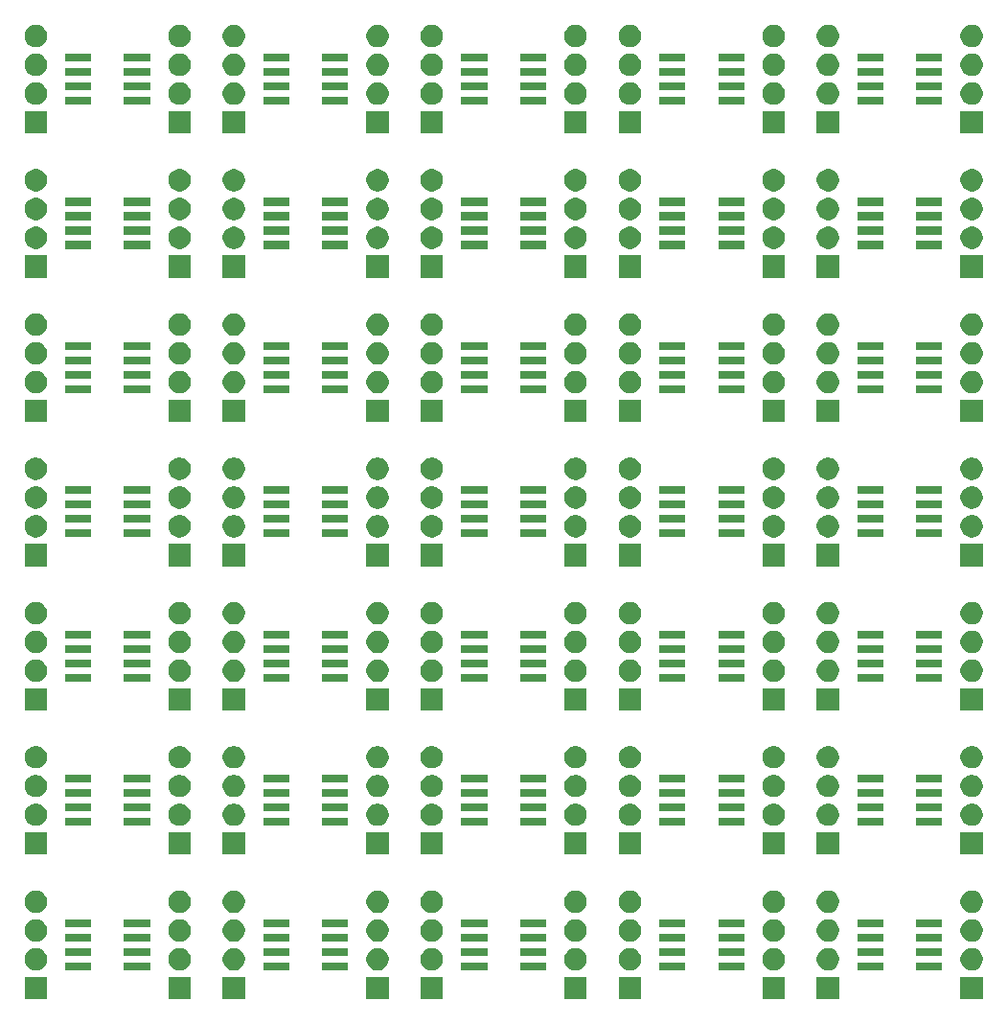
<source format=gbr>
G04 #@! TF.GenerationSoftware,KiCad,Pcbnew,5.1.5-5.1.5*
G04 #@! TF.CreationDate,2020-06-01T10:47:03+10:00*
G04 #@! TF.ProjectId,SOIC8-TSSOP8_panelized,534f4943-382d-4545-9353-4f50385f7061,rev?*
G04 #@! TF.SameCoordinates,Original*
G04 #@! TF.FileFunction,Soldermask,Top*
G04 #@! TF.FilePolarity,Negative*
%FSLAX46Y46*%
G04 Gerber Fmt 4.6, Leading zero omitted, Abs format (unit mm)*
G04 Created by KiCad (PCBNEW 5.1.5-5.1.5) date 2020-06-01 10:47:03*
%MOMM*%
%LPD*%
G04 APERTURE LIST*
%ADD10C,0.100000*%
G04 APERTURE END LIST*
D10*
G36*
X143306700Y-186239212D02*
G01*
X141325500Y-186239212D01*
X141325500Y-184258012D01*
X143306700Y-184258012D01*
X143306700Y-186239212D01*
G37*
G36*
X160806702Y-186239212D02*
G01*
X158825502Y-186239212D01*
X158825502Y-184258012D01*
X160806702Y-184258012D01*
X160806702Y-186239212D01*
G37*
G36*
X178306704Y-186239212D02*
G01*
X176325504Y-186239212D01*
X176325504Y-184258012D01*
X178306704Y-184258012D01*
X178306704Y-186239212D01*
G37*
G36*
X195806706Y-186239212D02*
G01*
X193825506Y-186239212D01*
X193825506Y-184258012D01*
X195806706Y-184258012D01*
X195806706Y-186239212D01*
G37*
G36*
X156006700Y-186239212D02*
G01*
X154025500Y-186239212D01*
X154025500Y-184258012D01*
X156006700Y-184258012D01*
X156006700Y-186239212D01*
G37*
G36*
X173506702Y-186239212D02*
G01*
X171525502Y-186239212D01*
X171525502Y-184258012D01*
X173506702Y-184258012D01*
X173506702Y-186239212D01*
G37*
G36*
X191006704Y-186239212D02*
G01*
X189025504Y-186239212D01*
X189025504Y-184258012D01*
X191006704Y-184258012D01*
X191006704Y-186239212D01*
G37*
G36*
X208506706Y-186239212D02*
G01*
X206525506Y-186239212D01*
X206525506Y-184258012D01*
X208506706Y-184258012D01*
X208506706Y-186239212D01*
G37*
G36*
X226006708Y-186239212D02*
G01*
X224025508Y-186239212D01*
X224025508Y-184258012D01*
X226006708Y-184258012D01*
X226006708Y-186239212D01*
G37*
G36*
X213306708Y-186239212D02*
G01*
X211325508Y-186239212D01*
X211325508Y-184258012D01*
X213306708Y-184258012D01*
X213306708Y-186239212D01*
G37*
G36*
X172805049Y-181756080D02*
G01*
X172985327Y-181830754D01*
X173147573Y-181939163D01*
X173285551Y-182077141D01*
X173393960Y-182239387D01*
X173468634Y-182419665D01*
X173506702Y-182611046D01*
X173506702Y-182806178D01*
X173468634Y-182997559D01*
X173393960Y-183177837D01*
X173285551Y-183340083D01*
X173147573Y-183478061D01*
X172985327Y-183586470D01*
X172805049Y-183661144D01*
X172613669Y-183699212D01*
X172418535Y-183699212D01*
X172227155Y-183661144D01*
X172046877Y-183586470D01*
X171884631Y-183478061D01*
X171746653Y-183340083D01*
X171638244Y-183177837D01*
X171563570Y-182997559D01*
X171525502Y-182806178D01*
X171525502Y-182611046D01*
X171563570Y-182419665D01*
X171638244Y-182239387D01*
X171746653Y-182077141D01*
X171884631Y-181939163D01*
X172046877Y-181830754D01*
X172227155Y-181756080D01*
X172418535Y-181718012D01*
X172613669Y-181718012D01*
X172805049Y-181756080D01*
G37*
G36*
X225305055Y-181756080D02*
G01*
X225485333Y-181830754D01*
X225647579Y-181939163D01*
X225785557Y-182077141D01*
X225893966Y-182239387D01*
X225968640Y-182419665D01*
X226006708Y-182611046D01*
X226006708Y-182806178D01*
X225968640Y-182997559D01*
X225893966Y-183177837D01*
X225785557Y-183340083D01*
X225647579Y-183478061D01*
X225485333Y-183586470D01*
X225305055Y-183661144D01*
X225113675Y-183699212D01*
X224918541Y-183699212D01*
X224727161Y-183661144D01*
X224546883Y-183586470D01*
X224384637Y-183478061D01*
X224246659Y-183340083D01*
X224138250Y-183177837D01*
X224063576Y-182997559D01*
X224025508Y-182806178D01*
X224025508Y-182611046D01*
X224063576Y-182419665D01*
X224138250Y-182239387D01*
X224246659Y-182077141D01*
X224384637Y-181939163D01*
X224546883Y-181830754D01*
X224727161Y-181756080D01*
X224918541Y-181718012D01*
X225113675Y-181718012D01*
X225305055Y-181756080D01*
G37*
G36*
X190305051Y-181756080D02*
G01*
X190485329Y-181830754D01*
X190647575Y-181939163D01*
X190785553Y-182077141D01*
X190893962Y-182239387D01*
X190968636Y-182419665D01*
X191006704Y-182611046D01*
X191006704Y-182806178D01*
X190968636Y-182997559D01*
X190893962Y-183177837D01*
X190785553Y-183340083D01*
X190647575Y-183478061D01*
X190485329Y-183586470D01*
X190305051Y-183661144D01*
X190113671Y-183699212D01*
X189918537Y-183699212D01*
X189727157Y-183661144D01*
X189546879Y-183586470D01*
X189384633Y-183478061D01*
X189246655Y-183340083D01*
X189138246Y-183177837D01*
X189063572Y-182997559D01*
X189025504Y-182806178D01*
X189025504Y-182611046D01*
X189063572Y-182419665D01*
X189138246Y-182239387D01*
X189246655Y-182077141D01*
X189384633Y-181939163D01*
X189546879Y-181830754D01*
X189727157Y-181756080D01*
X189918537Y-181718012D01*
X190113671Y-181718012D01*
X190305051Y-181756080D01*
G37*
G36*
X207805053Y-181756080D02*
G01*
X207985331Y-181830754D01*
X208147577Y-181939163D01*
X208285555Y-182077141D01*
X208393964Y-182239387D01*
X208468638Y-182419665D01*
X208506706Y-182611046D01*
X208506706Y-182806178D01*
X208468638Y-182997559D01*
X208393964Y-183177837D01*
X208285555Y-183340083D01*
X208147577Y-183478061D01*
X207985331Y-183586470D01*
X207805053Y-183661144D01*
X207613673Y-183699212D01*
X207418539Y-183699212D01*
X207227159Y-183661144D01*
X207046881Y-183586470D01*
X206884635Y-183478061D01*
X206746657Y-183340083D01*
X206638248Y-183177837D01*
X206563574Y-182997559D01*
X206525506Y-182806178D01*
X206525506Y-182611046D01*
X206563574Y-182419665D01*
X206638248Y-182239387D01*
X206746657Y-182077141D01*
X206884635Y-181939163D01*
X207046881Y-181830754D01*
X207227159Y-181756080D01*
X207418539Y-181718012D01*
X207613673Y-181718012D01*
X207805053Y-181756080D01*
G37*
G36*
X212605055Y-181756080D02*
G01*
X212785333Y-181830754D01*
X212947579Y-181939163D01*
X213085557Y-182077141D01*
X213193966Y-182239387D01*
X213268640Y-182419665D01*
X213306708Y-182611046D01*
X213306708Y-182806178D01*
X213268640Y-182997559D01*
X213193966Y-183177837D01*
X213085557Y-183340083D01*
X212947579Y-183478061D01*
X212785333Y-183586470D01*
X212605055Y-183661144D01*
X212413675Y-183699212D01*
X212218541Y-183699212D01*
X212027161Y-183661144D01*
X211846883Y-183586470D01*
X211684637Y-183478061D01*
X211546659Y-183340083D01*
X211438250Y-183177837D01*
X211363576Y-182997559D01*
X211325508Y-182806178D01*
X211325508Y-182611046D01*
X211363576Y-182419665D01*
X211438250Y-182239387D01*
X211546659Y-182077141D01*
X211684637Y-181939163D01*
X211846883Y-181830754D01*
X212027161Y-181756080D01*
X212218541Y-181718012D01*
X212413675Y-181718012D01*
X212605055Y-181756080D01*
G37*
G36*
X177605051Y-181756080D02*
G01*
X177785329Y-181830754D01*
X177947575Y-181939163D01*
X178085553Y-182077141D01*
X178193962Y-182239387D01*
X178268636Y-182419665D01*
X178306704Y-182611046D01*
X178306704Y-182806178D01*
X178268636Y-182997559D01*
X178193962Y-183177837D01*
X178085553Y-183340083D01*
X177947575Y-183478061D01*
X177785329Y-183586470D01*
X177605051Y-183661144D01*
X177413671Y-183699212D01*
X177218537Y-183699212D01*
X177027157Y-183661144D01*
X176846879Y-183586470D01*
X176684633Y-183478061D01*
X176546655Y-183340083D01*
X176438246Y-183177837D01*
X176363572Y-182997559D01*
X176325504Y-182806178D01*
X176325504Y-182611046D01*
X176363572Y-182419665D01*
X176438246Y-182239387D01*
X176546655Y-182077141D01*
X176684633Y-181939163D01*
X176846879Y-181830754D01*
X177027157Y-181756080D01*
X177218537Y-181718012D01*
X177413671Y-181718012D01*
X177605051Y-181756080D01*
G37*
G36*
X155305047Y-181756080D02*
G01*
X155485325Y-181830754D01*
X155647571Y-181939163D01*
X155785549Y-182077141D01*
X155893958Y-182239387D01*
X155968632Y-182419665D01*
X156006700Y-182611046D01*
X156006700Y-182806178D01*
X155968632Y-182997559D01*
X155893958Y-183177837D01*
X155785549Y-183340083D01*
X155647571Y-183478061D01*
X155485325Y-183586470D01*
X155305047Y-183661144D01*
X155113667Y-183699212D01*
X154918533Y-183699212D01*
X154727153Y-183661144D01*
X154546875Y-183586470D01*
X154384629Y-183478061D01*
X154246651Y-183340083D01*
X154138242Y-183177837D01*
X154063568Y-182997559D01*
X154025500Y-182806178D01*
X154025500Y-182611046D01*
X154063568Y-182419665D01*
X154138242Y-182239387D01*
X154246651Y-182077141D01*
X154384629Y-181939163D01*
X154546875Y-181830754D01*
X154727153Y-181756080D01*
X154918533Y-181718012D01*
X155113667Y-181718012D01*
X155305047Y-181756080D01*
G37*
G36*
X160105049Y-181756080D02*
G01*
X160285327Y-181830754D01*
X160447573Y-181939163D01*
X160585551Y-182077141D01*
X160693960Y-182239387D01*
X160768634Y-182419665D01*
X160806702Y-182611046D01*
X160806702Y-182806178D01*
X160768634Y-182997559D01*
X160693960Y-183177837D01*
X160585551Y-183340083D01*
X160447573Y-183478061D01*
X160285327Y-183586470D01*
X160105049Y-183661144D01*
X159913669Y-183699212D01*
X159718535Y-183699212D01*
X159527155Y-183661144D01*
X159346877Y-183586470D01*
X159184631Y-183478061D01*
X159046653Y-183340083D01*
X158938244Y-183177837D01*
X158863570Y-182997559D01*
X158825502Y-182806178D01*
X158825502Y-182611046D01*
X158863570Y-182419665D01*
X158938244Y-182239387D01*
X159046653Y-182077141D01*
X159184631Y-181939163D01*
X159346877Y-181830754D01*
X159527155Y-181756080D01*
X159718535Y-181718012D01*
X159913669Y-181718012D01*
X160105049Y-181756080D01*
G37*
G36*
X142605047Y-181756080D02*
G01*
X142785325Y-181830754D01*
X142947571Y-181939163D01*
X143085549Y-182077141D01*
X143193958Y-182239387D01*
X143268632Y-182419665D01*
X143306700Y-182611046D01*
X143306700Y-182806178D01*
X143268632Y-182997559D01*
X143193958Y-183177837D01*
X143085549Y-183340083D01*
X142947571Y-183478061D01*
X142785325Y-183586470D01*
X142605047Y-183661144D01*
X142413667Y-183699212D01*
X142218533Y-183699212D01*
X142027153Y-183661144D01*
X141846875Y-183586470D01*
X141684629Y-183478061D01*
X141546651Y-183340083D01*
X141438242Y-183177837D01*
X141363568Y-182997559D01*
X141325500Y-182806178D01*
X141325500Y-182611046D01*
X141363568Y-182419665D01*
X141438242Y-182239387D01*
X141546651Y-182077141D01*
X141684629Y-181939163D01*
X141846875Y-181830754D01*
X142027153Y-181756080D01*
X142218533Y-181718012D01*
X142413667Y-181718012D01*
X142605047Y-181756080D01*
G37*
G36*
X195105053Y-181756080D02*
G01*
X195285331Y-181830754D01*
X195447577Y-181939163D01*
X195585555Y-182077141D01*
X195693964Y-182239387D01*
X195768638Y-182419665D01*
X195806706Y-182611046D01*
X195806706Y-182806178D01*
X195768638Y-182997559D01*
X195693964Y-183177837D01*
X195585555Y-183340083D01*
X195447577Y-183478061D01*
X195285331Y-183586470D01*
X195105053Y-183661144D01*
X194913673Y-183699212D01*
X194718539Y-183699212D01*
X194527159Y-183661144D01*
X194346881Y-183586470D01*
X194184635Y-183478061D01*
X194046657Y-183340083D01*
X193938248Y-183177837D01*
X193863574Y-182997559D01*
X193825506Y-182806178D01*
X193825506Y-182611046D01*
X193863574Y-182419665D01*
X193938248Y-182239387D01*
X194046657Y-182077141D01*
X194184635Y-181939163D01*
X194346881Y-181830754D01*
X194527159Y-181756080D01*
X194718539Y-181718012D01*
X194913673Y-181718012D01*
X195105053Y-181756080D01*
G37*
G36*
X187416904Y-183694412D02*
G01*
X185115304Y-183694412D01*
X185115304Y-182992812D01*
X187416904Y-182992812D01*
X187416904Y-183694412D01*
G37*
G36*
X147216900Y-183694412D02*
G01*
X144915300Y-183694412D01*
X144915300Y-182992812D01*
X147216900Y-182992812D01*
X147216900Y-183694412D01*
G37*
G36*
X152416900Y-183694412D02*
G01*
X150115300Y-183694412D01*
X150115300Y-182992812D01*
X152416900Y-182992812D01*
X152416900Y-183694412D01*
G37*
G36*
X182216904Y-183694412D02*
G01*
X179915304Y-183694412D01*
X179915304Y-182992812D01*
X182216904Y-182992812D01*
X182216904Y-183694412D01*
G37*
G36*
X169916902Y-183694412D02*
G01*
X167615302Y-183694412D01*
X167615302Y-182992812D01*
X169916902Y-182992812D01*
X169916902Y-183694412D01*
G37*
G36*
X199716906Y-183694412D02*
G01*
X197415306Y-183694412D01*
X197415306Y-182992812D01*
X199716906Y-182992812D01*
X199716906Y-183694412D01*
G37*
G36*
X204916906Y-183694412D02*
G01*
X202615306Y-183694412D01*
X202615306Y-182992812D01*
X204916906Y-182992812D01*
X204916906Y-183694412D01*
G37*
G36*
X217216908Y-183694412D02*
G01*
X214915308Y-183694412D01*
X214915308Y-182992812D01*
X217216908Y-182992812D01*
X217216908Y-183694412D01*
G37*
G36*
X222416908Y-183694412D02*
G01*
X220115308Y-183694412D01*
X220115308Y-182992812D01*
X222416908Y-182992812D01*
X222416908Y-183694412D01*
G37*
G36*
X164716902Y-183694412D02*
G01*
X162415302Y-183694412D01*
X162415302Y-182992812D01*
X164716902Y-182992812D01*
X164716902Y-183694412D01*
G37*
G36*
X187416904Y-182424412D02*
G01*
X185115304Y-182424412D01*
X185115304Y-181722812D01*
X187416904Y-181722812D01*
X187416904Y-182424412D01*
G37*
G36*
X199716906Y-182424412D02*
G01*
X197415306Y-182424412D01*
X197415306Y-181722812D01*
X199716906Y-181722812D01*
X199716906Y-182424412D01*
G37*
G36*
X182216904Y-182424412D02*
G01*
X179915304Y-182424412D01*
X179915304Y-181722812D01*
X182216904Y-181722812D01*
X182216904Y-182424412D01*
G37*
G36*
X164716902Y-182424412D02*
G01*
X162415302Y-182424412D01*
X162415302Y-181722812D01*
X164716902Y-181722812D01*
X164716902Y-182424412D01*
G37*
G36*
X169916902Y-182424412D02*
G01*
X167615302Y-182424412D01*
X167615302Y-181722812D01*
X169916902Y-181722812D01*
X169916902Y-182424412D01*
G37*
G36*
X204916906Y-182424412D02*
G01*
X202615306Y-182424412D01*
X202615306Y-181722812D01*
X204916906Y-181722812D01*
X204916906Y-182424412D01*
G37*
G36*
X147216900Y-182424412D02*
G01*
X144915300Y-182424412D01*
X144915300Y-181722812D01*
X147216900Y-181722812D01*
X147216900Y-182424412D01*
G37*
G36*
X222416908Y-182424412D02*
G01*
X220115308Y-182424412D01*
X220115308Y-181722812D01*
X222416908Y-181722812D01*
X222416908Y-182424412D01*
G37*
G36*
X152416900Y-182424412D02*
G01*
X150115300Y-182424412D01*
X150115300Y-181722812D01*
X152416900Y-181722812D01*
X152416900Y-182424412D01*
G37*
G36*
X217216908Y-182424412D02*
G01*
X214915308Y-182424412D01*
X214915308Y-181722812D01*
X217216908Y-181722812D01*
X217216908Y-182424412D01*
G37*
G36*
X142605047Y-179216080D02*
G01*
X142785325Y-179290754D01*
X142947571Y-179399163D01*
X143085549Y-179537141D01*
X143193958Y-179699387D01*
X143268632Y-179879665D01*
X143306700Y-180071046D01*
X143306700Y-180266178D01*
X143268632Y-180457559D01*
X143193958Y-180637837D01*
X143085549Y-180800083D01*
X142947571Y-180938061D01*
X142785325Y-181046470D01*
X142605047Y-181121144D01*
X142413667Y-181159212D01*
X142218533Y-181159212D01*
X142027153Y-181121144D01*
X141846875Y-181046470D01*
X141684629Y-180938061D01*
X141546651Y-180800083D01*
X141438242Y-180637837D01*
X141363568Y-180457559D01*
X141325500Y-180266178D01*
X141325500Y-180071046D01*
X141363568Y-179879665D01*
X141438242Y-179699387D01*
X141546651Y-179537141D01*
X141684629Y-179399163D01*
X141846875Y-179290754D01*
X142027153Y-179216080D01*
X142218533Y-179178012D01*
X142413667Y-179178012D01*
X142605047Y-179216080D01*
G37*
G36*
X160105049Y-179216080D02*
G01*
X160285327Y-179290754D01*
X160447573Y-179399163D01*
X160585551Y-179537141D01*
X160693960Y-179699387D01*
X160768634Y-179879665D01*
X160806702Y-180071046D01*
X160806702Y-180266178D01*
X160768634Y-180457559D01*
X160693960Y-180637837D01*
X160585551Y-180800083D01*
X160447573Y-180938061D01*
X160285327Y-181046470D01*
X160105049Y-181121144D01*
X159913669Y-181159212D01*
X159718535Y-181159212D01*
X159527155Y-181121144D01*
X159346877Y-181046470D01*
X159184631Y-180938061D01*
X159046653Y-180800083D01*
X158938244Y-180637837D01*
X158863570Y-180457559D01*
X158825502Y-180266178D01*
X158825502Y-180071046D01*
X158863570Y-179879665D01*
X158938244Y-179699387D01*
X159046653Y-179537141D01*
X159184631Y-179399163D01*
X159346877Y-179290754D01*
X159527155Y-179216080D01*
X159718535Y-179178012D01*
X159913669Y-179178012D01*
X160105049Y-179216080D01*
G37*
G36*
X177605051Y-179216080D02*
G01*
X177785329Y-179290754D01*
X177947575Y-179399163D01*
X178085553Y-179537141D01*
X178193962Y-179699387D01*
X178268636Y-179879665D01*
X178306704Y-180071046D01*
X178306704Y-180266178D01*
X178268636Y-180457559D01*
X178193962Y-180637837D01*
X178085553Y-180800083D01*
X177947575Y-180938061D01*
X177785329Y-181046470D01*
X177605051Y-181121144D01*
X177509360Y-181140178D01*
X177413671Y-181159212D01*
X177218537Y-181159212D01*
X177027157Y-181121144D01*
X176846879Y-181046470D01*
X176684633Y-180938061D01*
X176546655Y-180800083D01*
X176438246Y-180637837D01*
X176363572Y-180457559D01*
X176325504Y-180266178D01*
X176325504Y-180071046D01*
X176363572Y-179879665D01*
X176438246Y-179699387D01*
X176546655Y-179537141D01*
X176684633Y-179399163D01*
X176846879Y-179290754D01*
X177027157Y-179216080D01*
X177218537Y-179178012D01*
X177413671Y-179178012D01*
X177605051Y-179216080D01*
G37*
G36*
X212605055Y-179216080D02*
G01*
X212785333Y-179290754D01*
X212947579Y-179399163D01*
X213085557Y-179537141D01*
X213193966Y-179699387D01*
X213268640Y-179879665D01*
X213306708Y-180071046D01*
X213306708Y-180266178D01*
X213268640Y-180457559D01*
X213193966Y-180637837D01*
X213085557Y-180800083D01*
X212947579Y-180938061D01*
X212785333Y-181046470D01*
X212605055Y-181121144D01*
X212509364Y-181140178D01*
X212413675Y-181159212D01*
X212218541Y-181159212D01*
X212027161Y-181121144D01*
X211846883Y-181046470D01*
X211684637Y-180938061D01*
X211546659Y-180800083D01*
X211438250Y-180637837D01*
X211363576Y-180457559D01*
X211325508Y-180266178D01*
X211325508Y-180071046D01*
X211363576Y-179879665D01*
X211438250Y-179699387D01*
X211546659Y-179537141D01*
X211684637Y-179399163D01*
X211846883Y-179290754D01*
X212027161Y-179216080D01*
X212218541Y-179178012D01*
X212413675Y-179178012D01*
X212605055Y-179216080D01*
G37*
G36*
X195105053Y-179216080D02*
G01*
X195285331Y-179290754D01*
X195447577Y-179399163D01*
X195585555Y-179537141D01*
X195693964Y-179699387D01*
X195768638Y-179879665D01*
X195806706Y-180071046D01*
X195806706Y-180266178D01*
X195768638Y-180457559D01*
X195693964Y-180637837D01*
X195585555Y-180800083D01*
X195447577Y-180938061D01*
X195285331Y-181046470D01*
X195105053Y-181121144D01*
X195009362Y-181140178D01*
X194913673Y-181159212D01*
X194718539Y-181159212D01*
X194527159Y-181121144D01*
X194346881Y-181046470D01*
X194184635Y-180938061D01*
X194046657Y-180800083D01*
X193938248Y-180637837D01*
X193863574Y-180457559D01*
X193825506Y-180266178D01*
X193825506Y-180071046D01*
X193863574Y-179879665D01*
X193938248Y-179699387D01*
X194046657Y-179537141D01*
X194184635Y-179399163D01*
X194346881Y-179290754D01*
X194527159Y-179216080D01*
X194718539Y-179178012D01*
X194913673Y-179178012D01*
X195105053Y-179216080D01*
G37*
G36*
X155305047Y-179216080D02*
G01*
X155485325Y-179290754D01*
X155647571Y-179399163D01*
X155785549Y-179537141D01*
X155893958Y-179699387D01*
X155968632Y-179879665D01*
X156006700Y-180071046D01*
X156006700Y-180266178D01*
X155968632Y-180457559D01*
X155893958Y-180637837D01*
X155785549Y-180800083D01*
X155647571Y-180938061D01*
X155485325Y-181046470D01*
X155305047Y-181121144D01*
X155113667Y-181159212D01*
X154918533Y-181159212D01*
X154727153Y-181121144D01*
X154546875Y-181046470D01*
X154384629Y-180938061D01*
X154246651Y-180800083D01*
X154138242Y-180637837D01*
X154063568Y-180457559D01*
X154025500Y-180266178D01*
X154025500Y-180071046D01*
X154063568Y-179879665D01*
X154138242Y-179699387D01*
X154246651Y-179537141D01*
X154384629Y-179399163D01*
X154546875Y-179290754D01*
X154727153Y-179216080D01*
X154918533Y-179178012D01*
X155113667Y-179178012D01*
X155305047Y-179216080D01*
G37*
G36*
X172805049Y-179216080D02*
G01*
X172985327Y-179290754D01*
X173147573Y-179399163D01*
X173285551Y-179537141D01*
X173393960Y-179699387D01*
X173468634Y-179879665D01*
X173506702Y-180071046D01*
X173506702Y-180266178D01*
X173468634Y-180457559D01*
X173393960Y-180637837D01*
X173285551Y-180800083D01*
X173147573Y-180938061D01*
X172985327Y-181046470D01*
X172805049Y-181121144D01*
X172709358Y-181140178D01*
X172613669Y-181159212D01*
X172418535Y-181159212D01*
X172227155Y-181121144D01*
X172046877Y-181046470D01*
X171884631Y-180938061D01*
X171746653Y-180800083D01*
X171638244Y-180637837D01*
X171563570Y-180457559D01*
X171525502Y-180266178D01*
X171525502Y-180071046D01*
X171563570Y-179879665D01*
X171638244Y-179699387D01*
X171746653Y-179537141D01*
X171884631Y-179399163D01*
X172046877Y-179290754D01*
X172227155Y-179216080D01*
X172418535Y-179178012D01*
X172613669Y-179178012D01*
X172805049Y-179216080D01*
G37*
G36*
X190305051Y-179216080D02*
G01*
X190485329Y-179290754D01*
X190647575Y-179399163D01*
X190785553Y-179537141D01*
X190893962Y-179699387D01*
X190968636Y-179879665D01*
X191006704Y-180071046D01*
X191006704Y-180266178D01*
X190968636Y-180457559D01*
X190893962Y-180637837D01*
X190785553Y-180800083D01*
X190647575Y-180938061D01*
X190485329Y-181046470D01*
X190305051Y-181121144D01*
X190209360Y-181140178D01*
X190113671Y-181159212D01*
X189918537Y-181159212D01*
X189727157Y-181121144D01*
X189546879Y-181046470D01*
X189384633Y-180938061D01*
X189246655Y-180800083D01*
X189138246Y-180637837D01*
X189063572Y-180457559D01*
X189025504Y-180266178D01*
X189025504Y-180071046D01*
X189063572Y-179879665D01*
X189138246Y-179699387D01*
X189246655Y-179537141D01*
X189384633Y-179399163D01*
X189546879Y-179290754D01*
X189727157Y-179216080D01*
X189918537Y-179178012D01*
X190113671Y-179178012D01*
X190305051Y-179216080D01*
G37*
G36*
X207805053Y-179216080D02*
G01*
X207985331Y-179290754D01*
X208147577Y-179399163D01*
X208285555Y-179537141D01*
X208393964Y-179699387D01*
X208468638Y-179879665D01*
X208506706Y-180071046D01*
X208506706Y-180266178D01*
X208468638Y-180457559D01*
X208393964Y-180637837D01*
X208285555Y-180800083D01*
X208147577Y-180938061D01*
X207985331Y-181046470D01*
X207805053Y-181121144D01*
X207709362Y-181140178D01*
X207613673Y-181159212D01*
X207418539Y-181159212D01*
X207227159Y-181121144D01*
X207046881Y-181046470D01*
X206884635Y-180938061D01*
X206746657Y-180800083D01*
X206638248Y-180637837D01*
X206563574Y-180457559D01*
X206525506Y-180266178D01*
X206525506Y-180071046D01*
X206563574Y-179879665D01*
X206638248Y-179699387D01*
X206746657Y-179537141D01*
X206884635Y-179399163D01*
X207046881Y-179290754D01*
X207227159Y-179216080D01*
X207418539Y-179178012D01*
X207613673Y-179178012D01*
X207805053Y-179216080D01*
G37*
G36*
X225305055Y-179216080D02*
G01*
X225485333Y-179290754D01*
X225647579Y-179399163D01*
X225785557Y-179537141D01*
X225893966Y-179699387D01*
X225968640Y-179879665D01*
X226006708Y-180071046D01*
X226006708Y-180266178D01*
X225968640Y-180457559D01*
X225893966Y-180637837D01*
X225785557Y-180800083D01*
X225647579Y-180938061D01*
X225485333Y-181046470D01*
X225305055Y-181121144D01*
X225209364Y-181140178D01*
X225113675Y-181159212D01*
X224918541Y-181159212D01*
X224727161Y-181121144D01*
X224546883Y-181046470D01*
X224384637Y-180938061D01*
X224246659Y-180800083D01*
X224138250Y-180637837D01*
X224063576Y-180457559D01*
X224025508Y-180266178D01*
X224025508Y-180071046D01*
X224063576Y-179879665D01*
X224138250Y-179699387D01*
X224246659Y-179537141D01*
X224384637Y-179399163D01*
X224546883Y-179290754D01*
X224727161Y-179216080D01*
X224918541Y-179178012D01*
X225113675Y-179178012D01*
X225305055Y-179216080D01*
G37*
G36*
X222416908Y-181154412D02*
G01*
X220115308Y-181154412D01*
X220115308Y-180452812D01*
X222416908Y-180452812D01*
X222416908Y-181154412D01*
G37*
G36*
X187416904Y-181154412D02*
G01*
X185115304Y-181154412D01*
X185115304Y-180452812D01*
X187416904Y-180452812D01*
X187416904Y-181154412D01*
G37*
G36*
X182216904Y-181154412D02*
G01*
X179915304Y-181154412D01*
X179915304Y-180452812D01*
X182216904Y-180452812D01*
X182216904Y-181154412D01*
G37*
G36*
X169916902Y-181154412D02*
G01*
X167615302Y-181154412D01*
X167615302Y-180452812D01*
X169916902Y-180452812D01*
X169916902Y-181154412D01*
G37*
G36*
X164716902Y-181154412D02*
G01*
X162415302Y-181154412D01*
X162415302Y-180452812D01*
X164716902Y-180452812D01*
X164716902Y-181154412D01*
G37*
G36*
X204916906Y-181154412D02*
G01*
X202615306Y-181154412D01*
X202615306Y-180452812D01*
X204916906Y-180452812D01*
X204916906Y-181154412D01*
G37*
G36*
X199716906Y-181154412D02*
G01*
X197415306Y-181154412D01*
X197415306Y-180452812D01*
X199716906Y-180452812D01*
X199716906Y-181154412D01*
G37*
G36*
X147216900Y-181154412D02*
G01*
X144915300Y-181154412D01*
X144915300Y-180452812D01*
X147216900Y-180452812D01*
X147216900Y-181154412D01*
G37*
G36*
X217216908Y-181154412D02*
G01*
X214915308Y-181154412D01*
X214915308Y-180452812D01*
X217216908Y-180452812D01*
X217216908Y-181154412D01*
G37*
G36*
X152416900Y-181154412D02*
G01*
X150115300Y-181154412D01*
X150115300Y-180452812D01*
X152416900Y-180452812D01*
X152416900Y-181154412D01*
G37*
G36*
X147216900Y-179884412D02*
G01*
X144915300Y-179884412D01*
X144915300Y-179182812D01*
X147216900Y-179182812D01*
X147216900Y-179884412D01*
G37*
G36*
X204916906Y-179884412D02*
G01*
X202615306Y-179884412D01*
X202615306Y-179182812D01*
X204916906Y-179182812D01*
X204916906Y-179884412D01*
G37*
G36*
X187416904Y-179884412D02*
G01*
X185115304Y-179884412D01*
X185115304Y-179182812D01*
X187416904Y-179182812D01*
X187416904Y-179884412D01*
G37*
G36*
X164716902Y-179884412D02*
G01*
X162415302Y-179884412D01*
X162415302Y-179182812D01*
X164716902Y-179182812D01*
X164716902Y-179884412D01*
G37*
G36*
X152416900Y-179884412D02*
G01*
X150115300Y-179884412D01*
X150115300Y-179182812D01*
X152416900Y-179182812D01*
X152416900Y-179884412D01*
G37*
G36*
X199716906Y-179884412D02*
G01*
X197415306Y-179884412D01*
X197415306Y-179182812D01*
X199716906Y-179182812D01*
X199716906Y-179884412D01*
G37*
G36*
X169916902Y-179884412D02*
G01*
X167615302Y-179884412D01*
X167615302Y-179182812D01*
X169916902Y-179182812D01*
X169916902Y-179884412D01*
G37*
G36*
X182216904Y-179884412D02*
G01*
X179915304Y-179884412D01*
X179915304Y-179182812D01*
X182216904Y-179182812D01*
X182216904Y-179884412D01*
G37*
G36*
X217216908Y-179884412D02*
G01*
X214915308Y-179884412D01*
X214915308Y-179182812D01*
X217216908Y-179182812D01*
X217216908Y-179884412D01*
G37*
G36*
X222416908Y-179884412D02*
G01*
X220115308Y-179884412D01*
X220115308Y-179182812D01*
X222416908Y-179182812D01*
X222416908Y-179884412D01*
G37*
G36*
X160105049Y-176676080D02*
G01*
X160285327Y-176750754D01*
X160447573Y-176859163D01*
X160585551Y-176997141D01*
X160693960Y-177159387D01*
X160768634Y-177339665D01*
X160806702Y-177531046D01*
X160806702Y-177726178D01*
X160768634Y-177917559D01*
X160693960Y-178097837D01*
X160585551Y-178260083D01*
X160447573Y-178398061D01*
X160285327Y-178506470D01*
X160105049Y-178581144D01*
X160009358Y-178600178D01*
X159913669Y-178619212D01*
X159718535Y-178619212D01*
X159622846Y-178600178D01*
X159527155Y-178581144D01*
X159346877Y-178506470D01*
X159184631Y-178398061D01*
X159046653Y-178260083D01*
X158938244Y-178097837D01*
X158863570Y-177917559D01*
X158825502Y-177726178D01*
X158825502Y-177531046D01*
X158863570Y-177339665D01*
X158938244Y-177159387D01*
X159046653Y-176997141D01*
X159184631Y-176859163D01*
X159346877Y-176750754D01*
X159527155Y-176676080D01*
X159718535Y-176638012D01*
X159913669Y-176638012D01*
X160105049Y-176676080D01*
G37*
G36*
X142605047Y-176676080D02*
G01*
X142785325Y-176750754D01*
X142947571Y-176859163D01*
X143085549Y-176997141D01*
X143193958Y-177159387D01*
X143268632Y-177339665D01*
X143306700Y-177531046D01*
X143306700Y-177726178D01*
X143268632Y-177917559D01*
X143193958Y-178097837D01*
X143085549Y-178260083D01*
X142947571Y-178398061D01*
X142785325Y-178506470D01*
X142605047Y-178581144D01*
X142509356Y-178600178D01*
X142413667Y-178619212D01*
X142218533Y-178619212D01*
X142122844Y-178600178D01*
X142027153Y-178581144D01*
X141846875Y-178506470D01*
X141684629Y-178398061D01*
X141546651Y-178260083D01*
X141438242Y-178097837D01*
X141363568Y-177917559D01*
X141325500Y-177726178D01*
X141325500Y-177531046D01*
X141363568Y-177339665D01*
X141438242Y-177159387D01*
X141546651Y-176997141D01*
X141684629Y-176859163D01*
X141846875Y-176750754D01*
X142027153Y-176676080D01*
X142218533Y-176638012D01*
X142413667Y-176638012D01*
X142605047Y-176676080D01*
G37*
G36*
X212605055Y-176676080D02*
G01*
X212785333Y-176750754D01*
X212947579Y-176859163D01*
X213085557Y-176997141D01*
X213193966Y-177159387D01*
X213268640Y-177339665D01*
X213306708Y-177531046D01*
X213306708Y-177726178D01*
X213268640Y-177917559D01*
X213193966Y-178097837D01*
X213085557Y-178260083D01*
X212947579Y-178398061D01*
X212785333Y-178506470D01*
X212605055Y-178581144D01*
X212509364Y-178600178D01*
X212413675Y-178619212D01*
X212218541Y-178619212D01*
X212122852Y-178600178D01*
X212027161Y-178581144D01*
X211846883Y-178506470D01*
X211684637Y-178398061D01*
X211546659Y-178260083D01*
X211438250Y-178097837D01*
X211363576Y-177917559D01*
X211325508Y-177726178D01*
X211325508Y-177531046D01*
X211363576Y-177339665D01*
X211438250Y-177159387D01*
X211546659Y-176997141D01*
X211684637Y-176859163D01*
X211846883Y-176750754D01*
X212027161Y-176676080D01*
X212122852Y-176657046D01*
X212218541Y-176638012D01*
X212413675Y-176638012D01*
X212605055Y-176676080D01*
G37*
G36*
X207805053Y-176676080D02*
G01*
X207985331Y-176750754D01*
X208147577Y-176859163D01*
X208285555Y-176997141D01*
X208393964Y-177159387D01*
X208468638Y-177339665D01*
X208506706Y-177531046D01*
X208506706Y-177726178D01*
X208468638Y-177917559D01*
X208393964Y-178097837D01*
X208285555Y-178260083D01*
X208147577Y-178398061D01*
X207985331Y-178506470D01*
X207805053Y-178581144D01*
X207709362Y-178600178D01*
X207613673Y-178619212D01*
X207418539Y-178619212D01*
X207322850Y-178600178D01*
X207227159Y-178581144D01*
X207046881Y-178506470D01*
X206884635Y-178398061D01*
X206746657Y-178260083D01*
X206638248Y-178097837D01*
X206563574Y-177917559D01*
X206525506Y-177726178D01*
X206525506Y-177531046D01*
X206563574Y-177339665D01*
X206638248Y-177159387D01*
X206746657Y-176997141D01*
X206884635Y-176859163D01*
X207046881Y-176750754D01*
X207227159Y-176676080D01*
X207322850Y-176657046D01*
X207418539Y-176638012D01*
X207613673Y-176638012D01*
X207805053Y-176676080D01*
G37*
G36*
X195105053Y-176676080D02*
G01*
X195285331Y-176750754D01*
X195447577Y-176859163D01*
X195585555Y-176997141D01*
X195693964Y-177159387D01*
X195768638Y-177339665D01*
X195806706Y-177531046D01*
X195806706Y-177726178D01*
X195768638Y-177917559D01*
X195693964Y-178097837D01*
X195585555Y-178260083D01*
X195447577Y-178398061D01*
X195285331Y-178506470D01*
X195105053Y-178581144D01*
X195009362Y-178600178D01*
X194913673Y-178619212D01*
X194718539Y-178619212D01*
X194622850Y-178600178D01*
X194527159Y-178581144D01*
X194346881Y-178506470D01*
X194184635Y-178398061D01*
X194046657Y-178260083D01*
X193938248Y-178097837D01*
X193863574Y-177917559D01*
X193825506Y-177726178D01*
X193825506Y-177531046D01*
X193863574Y-177339665D01*
X193938248Y-177159387D01*
X194046657Y-176997141D01*
X194184635Y-176859163D01*
X194346881Y-176750754D01*
X194527159Y-176676080D01*
X194622850Y-176657046D01*
X194718539Y-176638012D01*
X194913673Y-176638012D01*
X195105053Y-176676080D01*
G37*
G36*
X155305047Y-176676080D02*
G01*
X155485325Y-176750754D01*
X155647571Y-176859163D01*
X155785549Y-176997141D01*
X155893958Y-177159387D01*
X155968632Y-177339665D01*
X156006700Y-177531046D01*
X156006700Y-177726178D01*
X155968632Y-177917559D01*
X155893958Y-178097837D01*
X155785549Y-178260083D01*
X155647571Y-178398061D01*
X155485325Y-178506470D01*
X155305047Y-178581144D01*
X155209356Y-178600178D01*
X155113667Y-178619212D01*
X154918533Y-178619212D01*
X154822844Y-178600178D01*
X154727153Y-178581144D01*
X154546875Y-178506470D01*
X154384629Y-178398061D01*
X154246651Y-178260083D01*
X154138242Y-178097837D01*
X154063568Y-177917559D01*
X154025500Y-177726178D01*
X154025500Y-177531046D01*
X154063568Y-177339665D01*
X154138242Y-177159387D01*
X154246651Y-176997141D01*
X154384629Y-176859163D01*
X154546875Y-176750754D01*
X154727153Y-176676080D01*
X154918533Y-176638012D01*
X155113667Y-176638012D01*
X155305047Y-176676080D01*
G37*
G36*
X177605051Y-176676080D02*
G01*
X177785329Y-176750754D01*
X177947575Y-176859163D01*
X178085553Y-176997141D01*
X178193962Y-177159387D01*
X178268636Y-177339665D01*
X178306704Y-177531046D01*
X178306704Y-177726178D01*
X178268636Y-177917559D01*
X178193962Y-178097837D01*
X178085553Y-178260083D01*
X177947575Y-178398061D01*
X177785329Y-178506470D01*
X177605051Y-178581144D01*
X177509360Y-178600178D01*
X177413671Y-178619212D01*
X177218537Y-178619212D01*
X177122848Y-178600178D01*
X177027157Y-178581144D01*
X176846879Y-178506470D01*
X176684633Y-178398061D01*
X176546655Y-178260083D01*
X176438246Y-178097837D01*
X176363572Y-177917559D01*
X176325504Y-177726178D01*
X176325504Y-177531046D01*
X176363572Y-177339665D01*
X176438246Y-177159387D01*
X176546655Y-176997141D01*
X176684633Y-176859163D01*
X176846879Y-176750754D01*
X177027157Y-176676080D01*
X177218537Y-176638012D01*
X177413671Y-176638012D01*
X177605051Y-176676080D01*
G37*
G36*
X172805049Y-176676080D02*
G01*
X172985327Y-176750754D01*
X173147573Y-176859163D01*
X173285551Y-176997141D01*
X173393960Y-177159387D01*
X173468634Y-177339665D01*
X173506702Y-177531046D01*
X173506702Y-177726178D01*
X173468634Y-177917559D01*
X173393960Y-178097837D01*
X173285551Y-178260083D01*
X173147573Y-178398061D01*
X172985327Y-178506470D01*
X172805049Y-178581144D01*
X172709358Y-178600178D01*
X172613669Y-178619212D01*
X172418535Y-178619212D01*
X172322846Y-178600178D01*
X172227155Y-178581144D01*
X172046877Y-178506470D01*
X171884631Y-178398061D01*
X171746653Y-178260083D01*
X171638244Y-178097837D01*
X171563570Y-177917559D01*
X171525502Y-177726178D01*
X171525502Y-177531046D01*
X171563570Y-177339665D01*
X171638244Y-177159387D01*
X171746653Y-176997141D01*
X171884631Y-176859163D01*
X172046877Y-176750754D01*
X172227155Y-176676080D01*
X172418535Y-176638012D01*
X172613669Y-176638012D01*
X172805049Y-176676080D01*
G37*
G36*
X225305055Y-176676080D02*
G01*
X225485333Y-176750754D01*
X225647579Y-176859163D01*
X225785557Y-176997141D01*
X225893966Y-177159387D01*
X225968640Y-177339665D01*
X226006708Y-177531046D01*
X226006708Y-177726178D01*
X225968640Y-177917559D01*
X225893966Y-178097837D01*
X225785557Y-178260083D01*
X225647579Y-178398061D01*
X225485333Y-178506470D01*
X225305055Y-178581144D01*
X225209364Y-178600178D01*
X225113675Y-178619212D01*
X224918541Y-178619212D01*
X224822852Y-178600178D01*
X224727161Y-178581144D01*
X224546883Y-178506470D01*
X224384637Y-178398061D01*
X224246659Y-178260083D01*
X224138250Y-178097837D01*
X224063576Y-177917559D01*
X224025508Y-177726178D01*
X224025508Y-177531046D01*
X224063576Y-177339665D01*
X224138250Y-177159387D01*
X224246659Y-176997141D01*
X224384637Y-176859163D01*
X224546883Y-176750754D01*
X224727161Y-176676080D01*
X224822852Y-176657046D01*
X224918541Y-176638012D01*
X225113675Y-176638012D01*
X225305055Y-176676080D01*
G37*
G36*
X190305051Y-176676080D02*
G01*
X190485329Y-176750754D01*
X190647575Y-176859163D01*
X190785553Y-176997141D01*
X190893962Y-177159387D01*
X190968636Y-177339665D01*
X191006704Y-177531046D01*
X191006704Y-177726178D01*
X190968636Y-177917559D01*
X190893962Y-178097837D01*
X190785553Y-178260083D01*
X190647575Y-178398061D01*
X190485329Y-178506470D01*
X190305051Y-178581144D01*
X190209360Y-178600178D01*
X190113671Y-178619212D01*
X189918537Y-178619212D01*
X189822848Y-178600178D01*
X189727157Y-178581144D01*
X189546879Y-178506470D01*
X189384633Y-178398061D01*
X189246655Y-178260083D01*
X189138246Y-178097837D01*
X189063572Y-177917559D01*
X189025504Y-177726178D01*
X189025504Y-177531046D01*
X189063572Y-177339665D01*
X189138246Y-177159387D01*
X189246655Y-176997141D01*
X189384633Y-176859163D01*
X189546879Y-176750754D01*
X189727157Y-176676080D01*
X189822848Y-176657046D01*
X189918537Y-176638012D01*
X190113671Y-176638012D01*
X190305051Y-176676080D01*
G37*
G36*
X195806706Y-173499210D02*
G01*
X193825506Y-173499210D01*
X193825506Y-171518010D01*
X195806706Y-171518010D01*
X195806706Y-173499210D01*
G37*
G36*
X213306708Y-173499210D02*
G01*
X211325508Y-173499210D01*
X211325508Y-171518010D01*
X213306708Y-171518010D01*
X213306708Y-173499210D01*
G37*
G36*
X156006700Y-173499210D02*
G01*
X154025500Y-173499210D01*
X154025500Y-171518010D01*
X156006700Y-171518010D01*
X156006700Y-173499210D01*
G37*
G36*
X160806702Y-173499210D02*
G01*
X158825502Y-173499210D01*
X158825502Y-171518010D01*
X160806702Y-171518010D01*
X160806702Y-173499210D01*
G37*
G36*
X208506706Y-173499210D02*
G01*
X206525506Y-173499210D01*
X206525506Y-171518010D01*
X208506706Y-171518010D01*
X208506706Y-173499210D01*
G37*
G36*
X173506702Y-173499210D02*
G01*
X171525502Y-173499210D01*
X171525502Y-171518010D01*
X173506702Y-171518010D01*
X173506702Y-173499210D01*
G37*
G36*
X178306704Y-173499210D02*
G01*
X176325504Y-173499210D01*
X176325504Y-171518010D01*
X178306704Y-171518010D01*
X178306704Y-173499210D01*
G37*
G36*
X191006704Y-173499210D02*
G01*
X189025504Y-173499210D01*
X189025504Y-171518010D01*
X191006704Y-171518010D01*
X191006704Y-173499210D01*
G37*
G36*
X226006708Y-173499210D02*
G01*
X224025508Y-173499210D01*
X224025508Y-171518010D01*
X226006708Y-171518010D01*
X226006708Y-173499210D01*
G37*
G36*
X143306700Y-173499210D02*
G01*
X141325500Y-173499210D01*
X141325500Y-171518010D01*
X143306700Y-171518010D01*
X143306700Y-173499210D01*
G37*
G36*
X190209360Y-168997044D02*
G01*
X190305051Y-169016078D01*
X190485329Y-169090752D01*
X190647575Y-169199161D01*
X190785553Y-169337139D01*
X190893962Y-169499385D01*
X190968636Y-169679663D01*
X191006704Y-169871044D01*
X191006704Y-170066176D01*
X190968636Y-170257557D01*
X190893962Y-170437835D01*
X190785553Y-170600081D01*
X190647575Y-170738059D01*
X190485329Y-170846468D01*
X190305051Y-170921142D01*
X190113671Y-170959210D01*
X189918537Y-170959210D01*
X189727157Y-170921142D01*
X189546879Y-170846468D01*
X189384633Y-170738059D01*
X189246655Y-170600081D01*
X189138246Y-170437835D01*
X189063572Y-170257557D01*
X189025504Y-170066176D01*
X189025504Y-169871044D01*
X189063572Y-169679663D01*
X189138246Y-169499385D01*
X189246655Y-169337139D01*
X189384633Y-169199161D01*
X189546879Y-169090752D01*
X189727157Y-169016078D01*
X189822848Y-168997044D01*
X189918537Y-168978010D01*
X190113671Y-168978010D01*
X190209360Y-168997044D01*
G37*
G36*
X155209356Y-168997044D02*
G01*
X155305047Y-169016078D01*
X155485325Y-169090752D01*
X155647571Y-169199161D01*
X155785549Y-169337139D01*
X155893958Y-169499385D01*
X155968632Y-169679663D01*
X156006700Y-169871044D01*
X156006700Y-170066176D01*
X155968632Y-170257557D01*
X155893958Y-170437835D01*
X155785549Y-170600081D01*
X155647571Y-170738059D01*
X155485325Y-170846468D01*
X155305047Y-170921142D01*
X155113667Y-170959210D01*
X154918533Y-170959210D01*
X154727153Y-170921142D01*
X154546875Y-170846468D01*
X154384629Y-170738059D01*
X154246651Y-170600081D01*
X154138242Y-170437835D01*
X154063568Y-170257557D01*
X154025500Y-170066176D01*
X154025500Y-169871044D01*
X154063568Y-169679663D01*
X154138242Y-169499385D01*
X154246651Y-169337139D01*
X154384629Y-169199161D01*
X154546875Y-169090752D01*
X154727153Y-169016078D01*
X154822844Y-168997044D01*
X154918533Y-168978010D01*
X155113667Y-168978010D01*
X155209356Y-168997044D01*
G37*
G36*
X195009362Y-168997044D02*
G01*
X195105053Y-169016078D01*
X195285331Y-169090752D01*
X195447577Y-169199161D01*
X195585555Y-169337139D01*
X195693964Y-169499385D01*
X195768638Y-169679663D01*
X195806706Y-169871044D01*
X195806706Y-170066176D01*
X195768638Y-170257557D01*
X195693964Y-170437835D01*
X195585555Y-170600081D01*
X195447577Y-170738059D01*
X195285331Y-170846468D01*
X195105053Y-170921142D01*
X194913673Y-170959210D01*
X194718539Y-170959210D01*
X194527159Y-170921142D01*
X194346881Y-170846468D01*
X194184635Y-170738059D01*
X194046657Y-170600081D01*
X193938248Y-170437835D01*
X193863574Y-170257557D01*
X193825506Y-170066176D01*
X193825506Y-169871044D01*
X193863574Y-169679663D01*
X193938248Y-169499385D01*
X194046657Y-169337139D01*
X194184635Y-169199161D01*
X194346881Y-169090752D01*
X194527159Y-169016078D01*
X194622850Y-168997044D01*
X194718539Y-168978010D01*
X194913673Y-168978010D01*
X195009362Y-168997044D01*
G37*
G36*
X172709358Y-168997044D02*
G01*
X172805049Y-169016078D01*
X172985327Y-169090752D01*
X173147573Y-169199161D01*
X173285551Y-169337139D01*
X173393960Y-169499385D01*
X173468634Y-169679663D01*
X173506702Y-169871044D01*
X173506702Y-170066176D01*
X173468634Y-170257557D01*
X173393960Y-170437835D01*
X173285551Y-170600081D01*
X173147573Y-170738059D01*
X172985327Y-170846468D01*
X172805049Y-170921142D01*
X172613669Y-170959210D01*
X172418535Y-170959210D01*
X172227155Y-170921142D01*
X172046877Y-170846468D01*
X171884631Y-170738059D01*
X171746653Y-170600081D01*
X171638244Y-170437835D01*
X171563570Y-170257557D01*
X171525502Y-170066176D01*
X171525502Y-169871044D01*
X171563570Y-169679663D01*
X171638244Y-169499385D01*
X171746653Y-169337139D01*
X171884631Y-169199161D01*
X172046877Y-169090752D01*
X172227155Y-169016078D01*
X172322846Y-168997044D01*
X172418535Y-168978010D01*
X172613669Y-168978010D01*
X172709358Y-168997044D01*
G37*
G36*
X177509360Y-168997044D02*
G01*
X177605051Y-169016078D01*
X177785329Y-169090752D01*
X177947575Y-169199161D01*
X178085553Y-169337139D01*
X178193962Y-169499385D01*
X178268636Y-169679663D01*
X178306704Y-169871044D01*
X178306704Y-170066176D01*
X178268636Y-170257557D01*
X178193962Y-170437835D01*
X178085553Y-170600081D01*
X177947575Y-170738059D01*
X177785329Y-170846468D01*
X177605051Y-170921142D01*
X177413671Y-170959210D01*
X177218537Y-170959210D01*
X177027157Y-170921142D01*
X176846879Y-170846468D01*
X176684633Y-170738059D01*
X176546655Y-170600081D01*
X176438246Y-170437835D01*
X176363572Y-170257557D01*
X176325504Y-170066176D01*
X176325504Y-169871044D01*
X176363572Y-169679663D01*
X176438246Y-169499385D01*
X176546655Y-169337139D01*
X176684633Y-169199161D01*
X176846879Y-169090752D01*
X177027157Y-169016078D01*
X177122848Y-168997044D01*
X177218537Y-168978010D01*
X177413671Y-168978010D01*
X177509360Y-168997044D01*
G37*
G36*
X207709362Y-168997044D02*
G01*
X207805053Y-169016078D01*
X207985331Y-169090752D01*
X208147577Y-169199161D01*
X208285555Y-169337139D01*
X208393964Y-169499385D01*
X208468638Y-169679663D01*
X208506706Y-169871044D01*
X208506706Y-170066176D01*
X208468638Y-170257557D01*
X208393964Y-170437835D01*
X208285555Y-170600081D01*
X208147577Y-170738059D01*
X207985331Y-170846468D01*
X207805053Y-170921142D01*
X207613673Y-170959210D01*
X207418539Y-170959210D01*
X207227159Y-170921142D01*
X207046881Y-170846468D01*
X206884635Y-170738059D01*
X206746657Y-170600081D01*
X206638248Y-170437835D01*
X206563574Y-170257557D01*
X206525506Y-170066176D01*
X206525506Y-169871044D01*
X206563574Y-169679663D01*
X206638248Y-169499385D01*
X206746657Y-169337139D01*
X206884635Y-169199161D01*
X207046881Y-169090752D01*
X207227159Y-169016078D01*
X207322850Y-168997044D01*
X207418539Y-168978010D01*
X207613673Y-168978010D01*
X207709362Y-168997044D01*
G37*
G36*
X160009358Y-168997044D02*
G01*
X160105049Y-169016078D01*
X160285327Y-169090752D01*
X160447573Y-169199161D01*
X160585551Y-169337139D01*
X160693960Y-169499385D01*
X160768634Y-169679663D01*
X160806702Y-169871044D01*
X160806702Y-170066176D01*
X160768634Y-170257557D01*
X160693960Y-170437835D01*
X160585551Y-170600081D01*
X160447573Y-170738059D01*
X160285327Y-170846468D01*
X160105049Y-170921142D01*
X159913669Y-170959210D01*
X159718535Y-170959210D01*
X159527155Y-170921142D01*
X159346877Y-170846468D01*
X159184631Y-170738059D01*
X159046653Y-170600081D01*
X158938244Y-170437835D01*
X158863570Y-170257557D01*
X158825502Y-170066176D01*
X158825502Y-169871044D01*
X158863570Y-169679663D01*
X158938244Y-169499385D01*
X159046653Y-169337139D01*
X159184631Y-169199161D01*
X159346877Y-169090752D01*
X159527155Y-169016078D01*
X159622846Y-168997044D01*
X159718535Y-168978010D01*
X159913669Y-168978010D01*
X160009358Y-168997044D01*
G37*
G36*
X212509364Y-168997044D02*
G01*
X212605055Y-169016078D01*
X212785333Y-169090752D01*
X212947579Y-169199161D01*
X213085557Y-169337139D01*
X213193966Y-169499385D01*
X213268640Y-169679663D01*
X213306708Y-169871044D01*
X213306708Y-170066176D01*
X213268640Y-170257557D01*
X213193966Y-170437835D01*
X213085557Y-170600081D01*
X212947579Y-170738059D01*
X212785333Y-170846468D01*
X212605055Y-170921142D01*
X212413675Y-170959210D01*
X212218541Y-170959210D01*
X212027161Y-170921142D01*
X211846883Y-170846468D01*
X211684637Y-170738059D01*
X211546659Y-170600081D01*
X211438250Y-170437835D01*
X211363576Y-170257557D01*
X211325508Y-170066176D01*
X211325508Y-169871044D01*
X211363576Y-169679663D01*
X211438250Y-169499385D01*
X211546659Y-169337139D01*
X211684637Y-169199161D01*
X211846883Y-169090752D01*
X212027161Y-169016078D01*
X212122852Y-168997044D01*
X212218541Y-168978010D01*
X212413675Y-168978010D01*
X212509364Y-168997044D01*
G37*
G36*
X142509356Y-168997044D02*
G01*
X142605047Y-169016078D01*
X142785325Y-169090752D01*
X142947571Y-169199161D01*
X143085549Y-169337139D01*
X143193958Y-169499385D01*
X143268632Y-169679663D01*
X143306700Y-169871044D01*
X143306700Y-170066176D01*
X143268632Y-170257557D01*
X143193958Y-170437835D01*
X143085549Y-170600081D01*
X142947571Y-170738059D01*
X142785325Y-170846468D01*
X142605047Y-170921142D01*
X142413667Y-170959210D01*
X142218533Y-170959210D01*
X142027153Y-170921142D01*
X141846875Y-170846468D01*
X141684629Y-170738059D01*
X141546651Y-170600081D01*
X141438242Y-170437835D01*
X141363568Y-170257557D01*
X141325500Y-170066176D01*
X141325500Y-169871044D01*
X141363568Y-169679663D01*
X141438242Y-169499385D01*
X141546651Y-169337139D01*
X141684629Y-169199161D01*
X141846875Y-169090752D01*
X142027153Y-169016078D01*
X142122844Y-168997044D01*
X142218533Y-168978010D01*
X142413667Y-168978010D01*
X142509356Y-168997044D01*
G37*
G36*
X225209364Y-168997044D02*
G01*
X225305055Y-169016078D01*
X225485333Y-169090752D01*
X225647579Y-169199161D01*
X225785557Y-169337139D01*
X225893966Y-169499385D01*
X225968640Y-169679663D01*
X226006708Y-169871044D01*
X226006708Y-170066176D01*
X225968640Y-170257557D01*
X225893966Y-170437835D01*
X225785557Y-170600081D01*
X225647579Y-170738059D01*
X225485333Y-170846468D01*
X225305055Y-170921142D01*
X225113675Y-170959210D01*
X224918541Y-170959210D01*
X224727161Y-170921142D01*
X224546883Y-170846468D01*
X224384637Y-170738059D01*
X224246659Y-170600081D01*
X224138250Y-170437835D01*
X224063576Y-170257557D01*
X224025508Y-170066176D01*
X224025508Y-169871044D01*
X224063576Y-169679663D01*
X224138250Y-169499385D01*
X224246659Y-169337139D01*
X224384637Y-169199161D01*
X224546883Y-169090752D01*
X224727161Y-169016078D01*
X224918541Y-168978010D01*
X225113675Y-168978010D01*
X225209364Y-168997044D01*
G37*
G36*
X217216908Y-170954410D02*
G01*
X214915308Y-170954410D01*
X214915308Y-170252810D01*
X217216908Y-170252810D01*
X217216908Y-170954410D01*
G37*
G36*
X164716902Y-170954410D02*
G01*
X162415302Y-170954410D01*
X162415302Y-170252810D01*
X164716902Y-170252810D01*
X164716902Y-170954410D01*
G37*
G36*
X169916902Y-170954410D02*
G01*
X167615302Y-170954410D01*
X167615302Y-170252810D01*
X169916902Y-170252810D01*
X169916902Y-170954410D01*
G37*
G36*
X152416900Y-170954410D02*
G01*
X150115300Y-170954410D01*
X150115300Y-170252810D01*
X152416900Y-170252810D01*
X152416900Y-170954410D01*
G37*
G36*
X222416908Y-170954410D02*
G01*
X220115308Y-170954410D01*
X220115308Y-170252810D01*
X222416908Y-170252810D01*
X222416908Y-170954410D01*
G37*
G36*
X147216900Y-170954410D02*
G01*
X144915300Y-170954410D01*
X144915300Y-170252810D01*
X147216900Y-170252810D01*
X147216900Y-170954410D01*
G37*
G36*
X199716906Y-170954410D02*
G01*
X197415306Y-170954410D01*
X197415306Y-170252810D01*
X199716906Y-170252810D01*
X199716906Y-170954410D01*
G37*
G36*
X187416904Y-170954410D02*
G01*
X185115304Y-170954410D01*
X185115304Y-170252810D01*
X187416904Y-170252810D01*
X187416904Y-170954410D01*
G37*
G36*
X182216904Y-170954410D02*
G01*
X179915304Y-170954410D01*
X179915304Y-170252810D01*
X182216904Y-170252810D01*
X182216904Y-170954410D01*
G37*
G36*
X204916906Y-170954410D02*
G01*
X202615306Y-170954410D01*
X202615306Y-170252810D01*
X204916906Y-170252810D01*
X204916906Y-170954410D01*
G37*
G36*
X169916902Y-169684410D02*
G01*
X167615302Y-169684410D01*
X167615302Y-168982810D01*
X169916902Y-168982810D01*
X169916902Y-169684410D01*
G37*
G36*
X204916906Y-169684410D02*
G01*
X202615306Y-169684410D01*
X202615306Y-168982810D01*
X204916906Y-168982810D01*
X204916906Y-169684410D01*
G37*
G36*
X199716906Y-169684410D02*
G01*
X197415306Y-169684410D01*
X197415306Y-168982810D01*
X199716906Y-168982810D01*
X199716906Y-169684410D01*
G37*
G36*
X217216908Y-169684410D02*
G01*
X214915308Y-169684410D01*
X214915308Y-168982810D01*
X217216908Y-168982810D01*
X217216908Y-169684410D01*
G37*
G36*
X187416904Y-169684410D02*
G01*
X185115304Y-169684410D01*
X185115304Y-168982810D01*
X187416904Y-168982810D01*
X187416904Y-169684410D01*
G37*
G36*
X152416900Y-169684410D02*
G01*
X150115300Y-169684410D01*
X150115300Y-168982810D01*
X152416900Y-168982810D01*
X152416900Y-169684410D01*
G37*
G36*
X182216904Y-169684410D02*
G01*
X179915304Y-169684410D01*
X179915304Y-168982810D01*
X182216904Y-168982810D01*
X182216904Y-169684410D01*
G37*
G36*
X147216900Y-169684410D02*
G01*
X144915300Y-169684410D01*
X144915300Y-168982810D01*
X147216900Y-168982810D01*
X147216900Y-169684410D01*
G37*
G36*
X164716902Y-169684410D02*
G01*
X162415302Y-169684410D01*
X162415302Y-168982810D01*
X164716902Y-168982810D01*
X164716902Y-169684410D01*
G37*
G36*
X222416908Y-169684410D02*
G01*
X220115308Y-169684410D01*
X220115308Y-168982810D01*
X222416908Y-168982810D01*
X222416908Y-169684410D01*
G37*
G36*
X160105049Y-166476078D02*
G01*
X160285327Y-166550752D01*
X160447573Y-166659161D01*
X160585551Y-166797139D01*
X160693960Y-166959385D01*
X160768634Y-167139663D01*
X160806702Y-167331044D01*
X160806702Y-167526176D01*
X160768634Y-167717557D01*
X160693960Y-167897835D01*
X160585551Y-168060081D01*
X160447573Y-168198059D01*
X160285327Y-168306468D01*
X160105049Y-168381142D01*
X159913669Y-168419210D01*
X159718535Y-168419210D01*
X159527155Y-168381142D01*
X159346877Y-168306468D01*
X159184631Y-168198059D01*
X159046653Y-168060081D01*
X158938244Y-167897835D01*
X158863570Y-167717557D01*
X158825502Y-167526176D01*
X158825502Y-167331044D01*
X158863570Y-167139663D01*
X158938244Y-166959385D01*
X159046653Y-166797139D01*
X159184631Y-166659161D01*
X159346877Y-166550752D01*
X159527155Y-166476078D01*
X159718535Y-166438010D01*
X159913669Y-166438010D01*
X160105049Y-166476078D01*
G37*
G36*
X195105053Y-166476078D02*
G01*
X195285331Y-166550752D01*
X195447577Y-166659161D01*
X195585555Y-166797139D01*
X195693964Y-166959385D01*
X195768638Y-167139663D01*
X195806706Y-167331044D01*
X195806706Y-167526176D01*
X195768638Y-167717557D01*
X195693964Y-167897835D01*
X195585555Y-168060081D01*
X195447577Y-168198059D01*
X195285331Y-168306468D01*
X195105053Y-168381142D01*
X194913673Y-168419210D01*
X194718539Y-168419210D01*
X194527159Y-168381142D01*
X194346881Y-168306468D01*
X194184635Y-168198059D01*
X194046657Y-168060081D01*
X193938248Y-167897835D01*
X193863574Y-167717557D01*
X193825506Y-167526176D01*
X193825506Y-167331044D01*
X193863574Y-167139663D01*
X193938248Y-166959385D01*
X194046657Y-166797139D01*
X194184635Y-166659161D01*
X194346881Y-166550752D01*
X194527159Y-166476078D01*
X194718539Y-166438010D01*
X194913673Y-166438010D01*
X195105053Y-166476078D01*
G37*
G36*
X190305051Y-166476078D02*
G01*
X190485329Y-166550752D01*
X190647575Y-166659161D01*
X190785553Y-166797139D01*
X190893962Y-166959385D01*
X190968636Y-167139663D01*
X191006704Y-167331044D01*
X191006704Y-167526176D01*
X190968636Y-167717557D01*
X190893962Y-167897835D01*
X190785553Y-168060081D01*
X190647575Y-168198059D01*
X190485329Y-168306468D01*
X190305051Y-168381142D01*
X190113671Y-168419210D01*
X189918537Y-168419210D01*
X189727157Y-168381142D01*
X189546879Y-168306468D01*
X189384633Y-168198059D01*
X189246655Y-168060081D01*
X189138246Y-167897835D01*
X189063572Y-167717557D01*
X189025504Y-167526176D01*
X189025504Y-167331044D01*
X189063572Y-167139663D01*
X189138246Y-166959385D01*
X189246655Y-166797139D01*
X189384633Y-166659161D01*
X189546879Y-166550752D01*
X189727157Y-166476078D01*
X189918537Y-166438010D01*
X190113671Y-166438010D01*
X190305051Y-166476078D01*
G37*
G36*
X142605047Y-166476078D02*
G01*
X142785325Y-166550752D01*
X142947571Y-166659161D01*
X143085549Y-166797139D01*
X143193958Y-166959385D01*
X143268632Y-167139663D01*
X143306700Y-167331044D01*
X143306700Y-167526176D01*
X143268632Y-167717557D01*
X143193958Y-167897835D01*
X143085549Y-168060081D01*
X142947571Y-168198059D01*
X142785325Y-168306468D01*
X142605047Y-168381142D01*
X142413667Y-168419210D01*
X142218533Y-168419210D01*
X142027153Y-168381142D01*
X141846875Y-168306468D01*
X141684629Y-168198059D01*
X141546651Y-168060081D01*
X141438242Y-167897835D01*
X141363568Y-167717557D01*
X141325500Y-167526176D01*
X141325500Y-167331044D01*
X141363568Y-167139663D01*
X141438242Y-166959385D01*
X141546651Y-166797139D01*
X141684629Y-166659161D01*
X141846875Y-166550752D01*
X142027153Y-166476078D01*
X142218533Y-166438010D01*
X142413667Y-166438010D01*
X142605047Y-166476078D01*
G37*
G36*
X207805053Y-166476078D02*
G01*
X207985331Y-166550752D01*
X208147577Y-166659161D01*
X208285555Y-166797139D01*
X208393964Y-166959385D01*
X208468638Y-167139663D01*
X208506706Y-167331044D01*
X208506706Y-167526176D01*
X208468638Y-167717557D01*
X208393964Y-167897835D01*
X208285555Y-168060081D01*
X208147577Y-168198059D01*
X207985331Y-168306468D01*
X207805053Y-168381142D01*
X207613673Y-168419210D01*
X207418539Y-168419210D01*
X207227159Y-168381142D01*
X207046881Y-168306468D01*
X206884635Y-168198059D01*
X206746657Y-168060081D01*
X206638248Y-167897835D01*
X206563574Y-167717557D01*
X206525506Y-167526176D01*
X206525506Y-167331044D01*
X206563574Y-167139663D01*
X206638248Y-166959385D01*
X206746657Y-166797139D01*
X206884635Y-166659161D01*
X207046881Y-166550752D01*
X207227159Y-166476078D01*
X207418539Y-166438010D01*
X207613673Y-166438010D01*
X207805053Y-166476078D01*
G37*
G36*
X225305055Y-166476078D02*
G01*
X225485333Y-166550752D01*
X225647579Y-166659161D01*
X225785557Y-166797139D01*
X225893966Y-166959385D01*
X225968640Y-167139663D01*
X226006708Y-167331044D01*
X226006708Y-167526176D01*
X225968640Y-167717557D01*
X225893966Y-167897835D01*
X225785557Y-168060081D01*
X225647579Y-168198059D01*
X225485333Y-168306468D01*
X225305055Y-168381142D01*
X225113675Y-168419210D01*
X224918541Y-168419210D01*
X224727161Y-168381142D01*
X224546883Y-168306468D01*
X224384637Y-168198059D01*
X224246659Y-168060081D01*
X224138250Y-167897835D01*
X224063576Y-167717557D01*
X224025508Y-167526176D01*
X224025508Y-167331044D01*
X224063576Y-167139663D01*
X224138250Y-166959385D01*
X224246659Y-166797139D01*
X224384637Y-166659161D01*
X224546883Y-166550752D01*
X224727161Y-166476078D01*
X224918541Y-166438010D01*
X225113675Y-166438010D01*
X225305055Y-166476078D01*
G37*
G36*
X177605051Y-166476078D02*
G01*
X177785329Y-166550752D01*
X177947575Y-166659161D01*
X178085553Y-166797139D01*
X178193962Y-166959385D01*
X178268636Y-167139663D01*
X178306704Y-167331044D01*
X178306704Y-167526176D01*
X178268636Y-167717557D01*
X178193962Y-167897835D01*
X178085553Y-168060081D01*
X177947575Y-168198059D01*
X177785329Y-168306468D01*
X177605051Y-168381142D01*
X177413671Y-168419210D01*
X177218537Y-168419210D01*
X177027157Y-168381142D01*
X176846879Y-168306468D01*
X176684633Y-168198059D01*
X176546655Y-168060081D01*
X176438246Y-167897835D01*
X176363572Y-167717557D01*
X176325504Y-167526176D01*
X176325504Y-167331044D01*
X176363572Y-167139663D01*
X176438246Y-166959385D01*
X176546655Y-166797139D01*
X176684633Y-166659161D01*
X176846879Y-166550752D01*
X177027157Y-166476078D01*
X177218537Y-166438010D01*
X177413671Y-166438010D01*
X177605051Y-166476078D01*
G37*
G36*
X212605055Y-166476078D02*
G01*
X212785333Y-166550752D01*
X212947579Y-166659161D01*
X213085557Y-166797139D01*
X213193966Y-166959385D01*
X213268640Y-167139663D01*
X213306708Y-167331044D01*
X213306708Y-167526176D01*
X213268640Y-167717557D01*
X213193966Y-167897835D01*
X213085557Y-168060081D01*
X212947579Y-168198059D01*
X212785333Y-168306468D01*
X212605055Y-168381142D01*
X212413675Y-168419210D01*
X212218541Y-168419210D01*
X212027161Y-168381142D01*
X211846883Y-168306468D01*
X211684637Y-168198059D01*
X211546659Y-168060081D01*
X211438250Y-167897835D01*
X211363576Y-167717557D01*
X211325508Y-167526176D01*
X211325508Y-167331044D01*
X211363576Y-167139663D01*
X211438250Y-166959385D01*
X211546659Y-166797139D01*
X211684637Y-166659161D01*
X211846883Y-166550752D01*
X212027161Y-166476078D01*
X212218541Y-166438010D01*
X212413675Y-166438010D01*
X212605055Y-166476078D01*
G37*
G36*
X155305047Y-166476078D02*
G01*
X155485325Y-166550752D01*
X155647571Y-166659161D01*
X155785549Y-166797139D01*
X155893958Y-166959385D01*
X155968632Y-167139663D01*
X156006700Y-167331044D01*
X156006700Y-167526176D01*
X155968632Y-167717557D01*
X155893958Y-167897835D01*
X155785549Y-168060081D01*
X155647571Y-168198059D01*
X155485325Y-168306468D01*
X155305047Y-168381142D01*
X155113667Y-168419210D01*
X154918533Y-168419210D01*
X154727153Y-168381142D01*
X154546875Y-168306468D01*
X154384629Y-168198059D01*
X154246651Y-168060081D01*
X154138242Y-167897835D01*
X154063568Y-167717557D01*
X154025500Y-167526176D01*
X154025500Y-167331044D01*
X154063568Y-167139663D01*
X154138242Y-166959385D01*
X154246651Y-166797139D01*
X154384629Y-166659161D01*
X154546875Y-166550752D01*
X154727153Y-166476078D01*
X154918533Y-166438010D01*
X155113667Y-166438010D01*
X155305047Y-166476078D01*
G37*
G36*
X172805049Y-166476078D02*
G01*
X172985327Y-166550752D01*
X173147573Y-166659161D01*
X173285551Y-166797139D01*
X173393960Y-166959385D01*
X173468634Y-167139663D01*
X173506702Y-167331044D01*
X173506702Y-167526176D01*
X173468634Y-167717557D01*
X173393960Y-167897835D01*
X173285551Y-168060081D01*
X173147573Y-168198059D01*
X172985327Y-168306468D01*
X172805049Y-168381142D01*
X172613669Y-168419210D01*
X172418535Y-168419210D01*
X172227155Y-168381142D01*
X172046877Y-168306468D01*
X171884631Y-168198059D01*
X171746653Y-168060081D01*
X171638244Y-167897835D01*
X171563570Y-167717557D01*
X171525502Y-167526176D01*
X171525502Y-167331044D01*
X171563570Y-167139663D01*
X171638244Y-166959385D01*
X171746653Y-166797139D01*
X171884631Y-166659161D01*
X172046877Y-166550752D01*
X172227155Y-166476078D01*
X172418535Y-166438010D01*
X172613669Y-166438010D01*
X172805049Y-166476078D01*
G37*
G36*
X182216904Y-168414410D02*
G01*
X179915304Y-168414410D01*
X179915304Y-167712810D01*
X182216904Y-167712810D01*
X182216904Y-168414410D01*
G37*
G36*
X222416908Y-168414410D02*
G01*
X220115308Y-168414410D01*
X220115308Y-167712810D01*
X222416908Y-167712810D01*
X222416908Y-168414410D01*
G37*
G36*
X204916906Y-168414410D02*
G01*
X202615306Y-168414410D01*
X202615306Y-167712810D01*
X204916906Y-167712810D01*
X204916906Y-168414410D01*
G37*
G36*
X199716906Y-168414410D02*
G01*
X197415306Y-168414410D01*
X197415306Y-167712810D01*
X199716906Y-167712810D01*
X199716906Y-168414410D01*
G37*
G36*
X147216900Y-168414410D02*
G01*
X144915300Y-168414410D01*
X144915300Y-167712810D01*
X147216900Y-167712810D01*
X147216900Y-168414410D01*
G37*
G36*
X152416900Y-168414410D02*
G01*
X150115300Y-168414410D01*
X150115300Y-167712810D01*
X152416900Y-167712810D01*
X152416900Y-168414410D01*
G37*
G36*
X217216908Y-168414410D02*
G01*
X214915308Y-168414410D01*
X214915308Y-167712810D01*
X217216908Y-167712810D01*
X217216908Y-168414410D01*
G37*
G36*
X187416904Y-168414410D02*
G01*
X185115304Y-168414410D01*
X185115304Y-167712810D01*
X187416904Y-167712810D01*
X187416904Y-168414410D01*
G37*
G36*
X164716902Y-168414410D02*
G01*
X162415302Y-168414410D01*
X162415302Y-167712810D01*
X164716902Y-167712810D01*
X164716902Y-168414410D01*
G37*
G36*
X169916902Y-168414410D02*
G01*
X167615302Y-168414410D01*
X167615302Y-167712810D01*
X169916902Y-167712810D01*
X169916902Y-168414410D01*
G37*
G36*
X182216904Y-167144410D02*
G01*
X179915304Y-167144410D01*
X179915304Y-166442810D01*
X182216904Y-166442810D01*
X182216904Y-167144410D01*
G37*
G36*
X147216900Y-167144410D02*
G01*
X144915300Y-167144410D01*
X144915300Y-166442810D01*
X147216900Y-166442810D01*
X147216900Y-167144410D01*
G37*
G36*
X152416900Y-167144410D02*
G01*
X150115300Y-167144410D01*
X150115300Y-166442810D01*
X152416900Y-166442810D01*
X152416900Y-167144410D01*
G37*
G36*
X164716902Y-167144410D02*
G01*
X162415302Y-167144410D01*
X162415302Y-166442810D01*
X164716902Y-166442810D01*
X164716902Y-167144410D01*
G37*
G36*
X169916902Y-167144410D02*
G01*
X167615302Y-167144410D01*
X167615302Y-166442810D01*
X169916902Y-166442810D01*
X169916902Y-167144410D01*
G37*
G36*
X204916906Y-167144410D02*
G01*
X202615306Y-167144410D01*
X202615306Y-166442810D01*
X204916906Y-166442810D01*
X204916906Y-167144410D01*
G37*
G36*
X222416908Y-167144410D02*
G01*
X220115308Y-167144410D01*
X220115308Y-166442810D01*
X222416908Y-166442810D01*
X222416908Y-167144410D01*
G37*
G36*
X217216908Y-167144410D02*
G01*
X214915308Y-167144410D01*
X214915308Y-166442810D01*
X217216908Y-166442810D01*
X217216908Y-167144410D01*
G37*
G36*
X187416904Y-167144410D02*
G01*
X185115304Y-167144410D01*
X185115304Y-166442810D01*
X187416904Y-166442810D01*
X187416904Y-167144410D01*
G37*
G36*
X199716906Y-167144410D02*
G01*
X197415306Y-167144410D01*
X197415306Y-166442810D01*
X199716906Y-166442810D01*
X199716906Y-167144410D01*
G37*
G36*
X155209356Y-163917044D02*
G01*
X155305047Y-163936078D01*
X155485325Y-164010752D01*
X155647571Y-164119161D01*
X155785549Y-164257139D01*
X155893958Y-164419385D01*
X155968632Y-164599663D01*
X156006700Y-164791044D01*
X156006700Y-164986176D01*
X155968632Y-165177557D01*
X155893958Y-165357835D01*
X155785549Y-165520081D01*
X155647571Y-165658059D01*
X155485325Y-165766468D01*
X155305047Y-165841142D01*
X155113667Y-165879210D01*
X154918533Y-165879210D01*
X154727153Y-165841142D01*
X154546875Y-165766468D01*
X154384629Y-165658059D01*
X154246651Y-165520081D01*
X154138242Y-165357835D01*
X154063568Y-165177557D01*
X154025500Y-164986176D01*
X154025500Y-164791044D01*
X154063568Y-164599663D01*
X154138242Y-164419385D01*
X154246651Y-164257139D01*
X154384629Y-164119161D01*
X154546875Y-164010752D01*
X154727153Y-163936078D01*
X154822844Y-163917044D01*
X154918533Y-163898010D01*
X155113667Y-163898010D01*
X155209356Y-163917044D01*
G37*
G36*
X177509360Y-163917044D02*
G01*
X177605051Y-163936078D01*
X177785329Y-164010752D01*
X177947575Y-164119161D01*
X178085553Y-164257139D01*
X178193962Y-164419385D01*
X178268636Y-164599663D01*
X178306704Y-164791044D01*
X178306704Y-164986176D01*
X178268636Y-165177557D01*
X178193962Y-165357835D01*
X178085553Y-165520081D01*
X177947575Y-165658059D01*
X177785329Y-165766468D01*
X177605051Y-165841142D01*
X177413671Y-165879210D01*
X177218537Y-165879210D01*
X177027157Y-165841142D01*
X176846879Y-165766468D01*
X176684633Y-165658059D01*
X176546655Y-165520081D01*
X176438246Y-165357835D01*
X176363572Y-165177557D01*
X176325504Y-164986176D01*
X176325504Y-164791044D01*
X176363572Y-164599663D01*
X176438246Y-164419385D01*
X176546655Y-164257139D01*
X176684633Y-164119161D01*
X176846879Y-164010752D01*
X177027157Y-163936078D01*
X177122848Y-163917044D01*
X177218537Y-163898010D01*
X177413671Y-163898010D01*
X177509360Y-163917044D01*
G37*
G36*
X160009358Y-163917044D02*
G01*
X160105049Y-163936078D01*
X160285327Y-164010752D01*
X160447573Y-164119161D01*
X160585551Y-164257139D01*
X160693960Y-164419385D01*
X160768634Y-164599663D01*
X160806702Y-164791044D01*
X160806702Y-164986176D01*
X160768634Y-165177557D01*
X160693960Y-165357835D01*
X160585551Y-165520081D01*
X160447573Y-165658059D01*
X160285327Y-165766468D01*
X160105049Y-165841142D01*
X159913669Y-165879210D01*
X159718535Y-165879210D01*
X159527155Y-165841142D01*
X159346877Y-165766468D01*
X159184631Y-165658059D01*
X159046653Y-165520081D01*
X158938244Y-165357835D01*
X158863570Y-165177557D01*
X158825502Y-164986176D01*
X158825502Y-164791044D01*
X158863570Y-164599663D01*
X158938244Y-164419385D01*
X159046653Y-164257139D01*
X159184631Y-164119161D01*
X159346877Y-164010752D01*
X159527155Y-163936078D01*
X159622846Y-163917044D01*
X159718535Y-163898010D01*
X159913669Y-163898010D01*
X160009358Y-163917044D01*
G37*
G36*
X207709362Y-163917044D02*
G01*
X207805053Y-163936078D01*
X207985331Y-164010752D01*
X208147577Y-164119161D01*
X208285555Y-164257139D01*
X208393964Y-164419385D01*
X208468638Y-164599663D01*
X208506706Y-164791044D01*
X208506706Y-164986176D01*
X208468638Y-165177557D01*
X208393964Y-165357835D01*
X208285555Y-165520081D01*
X208147577Y-165658059D01*
X207985331Y-165766468D01*
X207805053Y-165841142D01*
X207613673Y-165879210D01*
X207418539Y-165879210D01*
X207227159Y-165841142D01*
X207046881Y-165766468D01*
X206884635Y-165658059D01*
X206746657Y-165520081D01*
X206638248Y-165357835D01*
X206563574Y-165177557D01*
X206525506Y-164986176D01*
X206525506Y-164791044D01*
X206563574Y-164599663D01*
X206638248Y-164419385D01*
X206746657Y-164257139D01*
X206884635Y-164119161D01*
X207046881Y-164010752D01*
X207227159Y-163936078D01*
X207322850Y-163917044D01*
X207418539Y-163898010D01*
X207613673Y-163898010D01*
X207709362Y-163917044D01*
G37*
G36*
X142509356Y-163917044D02*
G01*
X142605047Y-163936078D01*
X142785325Y-164010752D01*
X142947571Y-164119161D01*
X143085549Y-164257139D01*
X143193958Y-164419385D01*
X143268632Y-164599663D01*
X143306700Y-164791044D01*
X143306700Y-164986176D01*
X143268632Y-165177557D01*
X143193958Y-165357835D01*
X143085549Y-165520081D01*
X142947571Y-165658059D01*
X142785325Y-165766468D01*
X142605047Y-165841142D01*
X142413667Y-165879210D01*
X142218533Y-165879210D01*
X142027153Y-165841142D01*
X141846875Y-165766468D01*
X141684629Y-165658059D01*
X141546651Y-165520081D01*
X141438242Y-165357835D01*
X141363568Y-165177557D01*
X141325500Y-164986176D01*
X141325500Y-164791044D01*
X141363568Y-164599663D01*
X141438242Y-164419385D01*
X141546651Y-164257139D01*
X141684629Y-164119161D01*
X141846875Y-164010752D01*
X142027153Y-163936078D01*
X142122844Y-163917044D01*
X142218533Y-163898010D01*
X142413667Y-163898010D01*
X142509356Y-163917044D01*
G37*
G36*
X190209360Y-163917044D02*
G01*
X190305051Y-163936078D01*
X190485329Y-164010752D01*
X190647575Y-164119161D01*
X190785553Y-164257139D01*
X190893962Y-164419385D01*
X190968636Y-164599663D01*
X191006704Y-164791044D01*
X191006704Y-164986176D01*
X190968636Y-165177557D01*
X190893962Y-165357835D01*
X190785553Y-165520081D01*
X190647575Y-165658059D01*
X190485329Y-165766468D01*
X190305051Y-165841142D01*
X190113671Y-165879210D01*
X189918537Y-165879210D01*
X189727157Y-165841142D01*
X189546879Y-165766468D01*
X189384633Y-165658059D01*
X189246655Y-165520081D01*
X189138246Y-165357835D01*
X189063572Y-165177557D01*
X189025504Y-164986176D01*
X189025504Y-164791044D01*
X189063572Y-164599663D01*
X189138246Y-164419385D01*
X189246655Y-164257139D01*
X189384633Y-164119161D01*
X189546879Y-164010752D01*
X189727157Y-163936078D01*
X189822848Y-163917044D01*
X189918537Y-163898010D01*
X190113671Y-163898010D01*
X190209360Y-163917044D01*
G37*
G36*
X212509364Y-163917044D02*
G01*
X212605055Y-163936078D01*
X212785333Y-164010752D01*
X212947579Y-164119161D01*
X213085557Y-164257139D01*
X213193966Y-164419385D01*
X213268640Y-164599663D01*
X213306708Y-164791044D01*
X213306708Y-164986176D01*
X213268640Y-165177557D01*
X213193966Y-165357835D01*
X213085557Y-165520081D01*
X212947579Y-165658059D01*
X212785333Y-165766468D01*
X212605055Y-165841142D01*
X212413675Y-165879210D01*
X212218541Y-165879210D01*
X212027161Y-165841142D01*
X211846883Y-165766468D01*
X211684637Y-165658059D01*
X211546659Y-165520081D01*
X211438250Y-165357835D01*
X211363576Y-165177557D01*
X211325508Y-164986176D01*
X211325508Y-164791044D01*
X211363576Y-164599663D01*
X211438250Y-164419385D01*
X211546659Y-164257139D01*
X211684637Y-164119161D01*
X211846883Y-164010752D01*
X212027161Y-163936078D01*
X212122852Y-163917044D01*
X212218541Y-163898010D01*
X212413675Y-163898010D01*
X212509364Y-163917044D01*
G37*
G36*
X225209364Y-163917044D02*
G01*
X225305055Y-163936078D01*
X225485333Y-164010752D01*
X225647579Y-164119161D01*
X225785557Y-164257139D01*
X225893966Y-164419385D01*
X225968640Y-164599663D01*
X226006708Y-164791044D01*
X226006708Y-164986176D01*
X225968640Y-165177557D01*
X225893966Y-165357835D01*
X225785557Y-165520081D01*
X225647579Y-165658059D01*
X225485333Y-165766468D01*
X225305055Y-165841142D01*
X225113675Y-165879210D01*
X224918541Y-165879210D01*
X224727161Y-165841142D01*
X224546883Y-165766468D01*
X224384637Y-165658059D01*
X224246659Y-165520081D01*
X224138250Y-165357835D01*
X224063576Y-165177557D01*
X224025508Y-164986176D01*
X224025508Y-164791044D01*
X224063576Y-164599663D01*
X224138250Y-164419385D01*
X224246659Y-164257139D01*
X224384637Y-164119161D01*
X224546883Y-164010752D01*
X224727161Y-163936078D01*
X224822852Y-163917044D01*
X224918541Y-163898010D01*
X225113675Y-163898010D01*
X225209364Y-163917044D01*
G37*
G36*
X172709358Y-163917044D02*
G01*
X172805049Y-163936078D01*
X172985327Y-164010752D01*
X173147573Y-164119161D01*
X173285551Y-164257139D01*
X173393960Y-164419385D01*
X173468634Y-164599663D01*
X173506702Y-164791044D01*
X173506702Y-164986176D01*
X173468634Y-165177557D01*
X173393960Y-165357835D01*
X173285551Y-165520081D01*
X173147573Y-165658059D01*
X172985327Y-165766468D01*
X172805049Y-165841142D01*
X172613669Y-165879210D01*
X172418535Y-165879210D01*
X172227155Y-165841142D01*
X172046877Y-165766468D01*
X171884631Y-165658059D01*
X171746653Y-165520081D01*
X171638244Y-165357835D01*
X171563570Y-165177557D01*
X171525502Y-164986176D01*
X171525502Y-164791044D01*
X171563570Y-164599663D01*
X171638244Y-164419385D01*
X171746653Y-164257139D01*
X171884631Y-164119161D01*
X172046877Y-164010752D01*
X172227155Y-163936078D01*
X172322846Y-163917044D01*
X172418535Y-163898010D01*
X172613669Y-163898010D01*
X172709358Y-163917044D01*
G37*
G36*
X195009362Y-163917044D02*
G01*
X195105053Y-163936078D01*
X195285331Y-164010752D01*
X195447577Y-164119161D01*
X195585555Y-164257139D01*
X195693964Y-164419385D01*
X195768638Y-164599663D01*
X195806706Y-164791044D01*
X195806706Y-164986176D01*
X195768638Y-165177557D01*
X195693964Y-165357835D01*
X195585555Y-165520081D01*
X195447577Y-165658059D01*
X195285331Y-165766468D01*
X195105053Y-165841142D01*
X194913673Y-165879210D01*
X194718539Y-165879210D01*
X194527159Y-165841142D01*
X194346881Y-165766468D01*
X194184635Y-165658059D01*
X194046657Y-165520081D01*
X193938248Y-165357835D01*
X193863574Y-165177557D01*
X193825506Y-164986176D01*
X193825506Y-164791044D01*
X193863574Y-164599663D01*
X193938248Y-164419385D01*
X194046657Y-164257139D01*
X194184635Y-164119161D01*
X194346881Y-164010752D01*
X194527159Y-163936078D01*
X194622850Y-163917044D01*
X194718539Y-163898010D01*
X194913673Y-163898010D01*
X195009362Y-163917044D01*
G37*
G36*
X195806706Y-160759208D02*
G01*
X193825506Y-160759208D01*
X193825506Y-158778008D01*
X195806706Y-158778008D01*
X195806706Y-160759208D01*
G37*
G36*
X213306708Y-160759208D02*
G01*
X211325508Y-160759208D01*
X211325508Y-158778008D01*
X213306708Y-158778008D01*
X213306708Y-160759208D01*
G37*
G36*
X226006708Y-160759208D02*
G01*
X224025508Y-160759208D01*
X224025508Y-158778008D01*
X226006708Y-158778008D01*
X226006708Y-160759208D01*
G37*
G36*
X208506706Y-160759208D02*
G01*
X206525506Y-160759208D01*
X206525506Y-158778008D01*
X208506706Y-158778008D01*
X208506706Y-160759208D01*
G37*
G36*
X178306704Y-160759208D02*
G01*
X176325504Y-160759208D01*
X176325504Y-158778008D01*
X178306704Y-158778008D01*
X178306704Y-160759208D01*
G37*
G36*
X191006704Y-160759208D02*
G01*
X189025504Y-160759208D01*
X189025504Y-158778008D01*
X191006704Y-158778008D01*
X191006704Y-160759208D01*
G37*
G36*
X160806702Y-160759208D02*
G01*
X158825502Y-160759208D01*
X158825502Y-158778008D01*
X160806702Y-158778008D01*
X160806702Y-160759208D01*
G37*
G36*
X173506702Y-160759208D02*
G01*
X171525502Y-160759208D01*
X171525502Y-158778008D01*
X173506702Y-158778008D01*
X173506702Y-160759208D01*
G37*
G36*
X156006700Y-160759208D02*
G01*
X154025500Y-160759208D01*
X154025500Y-158778008D01*
X156006700Y-158778008D01*
X156006700Y-160759208D01*
G37*
G36*
X143306700Y-160759208D02*
G01*
X141325500Y-160759208D01*
X141325500Y-158778008D01*
X143306700Y-158778008D01*
X143306700Y-160759208D01*
G37*
G36*
X155209356Y-156257042D02*
G01*
X155305047Y-156276076D01*
X155485325Y-156350750D01*
X155647571Y-156459159D01*
X155785549Y-156597137D01*
X155893958Y-156759383D01*
X155968632Y-156939661D01*
X156006700Y-157131042D01*
X156006700Y-157326174D01*
X155968632Y-157517555D01*
X155893958Y-157697833D01*
X155785549Y-157860079D01*
X155647571Y-157998057D01*
X155485325Y-158106466D01*
X155305047Y-158181140D01*
X155113667Y-158219208D01*
X154918533Y-158219208D01*
X154727153Y-158181140D01*
X154546875Y-158106466D01*
X154384629Y-157998057D01*
X154246651Y-157860079D01*
X154138242Y-157697833D01*
X154063568Y-157517555D01*
X154025500Y-157326174D01*
X154025500Y-157131042D01*
X154063568Y-156939661D01*
X154138242Y-156759383D01*
X154246651Y-156597137D01*
X154384629Y-156459159D01*
X154546875Y-156350750D01*
X154727153Y-156276076D01*
X154822844Y-156257042D01*
X154918533Y-156238008D01*
X155113667Y-156238008D01*
X155209356Y-156257042D01*
G37*
G36*
X142509356Y-156257042D02*
G01*
X142605047Y-156276076D01*
X142785325Y-156350750D01*
X142947571Y-156459159D01*
X143085549Y-156597137D01*
X143193958Y-156759383D01*
X143268632Y-156939661D01*
X143306700Y-157131042D01*
X143306700Y-157326174D01*
X143268632Y-157517555D01*
X143193958Y-157697833D01*
X143085549Y-157860079D01*
X142947571Y-157998057D01*
X142785325Y-158106466D01*
X142605047Y-158181140D01*
X142413667Y-158219208D01*
X142218533Y-158219208D01*
X142027153Y-158181140D01*
X141846875Y-158106466D01*
X141684629Y-157998057D01*
X141546651Y-157860079D01*
X141438242Y-157697833D01*
X141363568Y-157517555D01*
X141325500Y-157326174D01*
X141325500Y-157131042D01*
X141363568Y-156939661D01*
X141438242Y-156759383D01*
X141546651Y-156597137D01*
X141684629Y-156459159D01*
X141846875Y-156350750D01*
X142027153Y-156276076D01*
X142122844Y-156257042D01*
X142218533Y-156238008D01*
X142413667Y-156238008D01*
X142509356Y-156257042D01*
G37*
G36*
X172709358Y-156257042D02*
G01*
X172805049Y-156276076D01*
X172985327Y-156350750D01*
X173147573Y-156459159D01*
X173285551Y-156597137D01*
X173393960Y-156759383D01*
X173468634Y-156939661D01*
X173506702Y-157131042D01*
X173506702Y-157326174D01*
X173468634Y-157517555D01*
X173393960Y-157697833D01*
X173285551Y-157860079D01*
X173147573Y-157998057D01*
X172985327Y-158106466D01*
X172805049Y-158181140D01*
X172613669Y-158219208D01*
X172418535Y-158219208D01*
X172227155Y-158181140D01*
X172046877Y-158106466D01*
X171884631Y-157998057D01*
X171746653Y-157860079D01*
X171638244Y-157697833D01*
X171563570Y-157517555D01*
X171525502Y-157326174D01*
X171525502Y-157131042D01*
X171563570Y-156939661D01*
X171638244Y-156759383D01*
X171746653Y-156597137D01*
X171884631Y-156459159D01*
X172046877Y-156350750D01*
X172227155Y-156276076D01*
X172322846Y-156257042D01*
X172418535Y-156238008D01*
X172613669Y-156238008D01*
X172709358Y-156257042D01*
G37*
G36*
X160009358Y-156257042D02*
G01*
X160105049Y-156276076D01*
X160285327Y-156350750D01*
X160447573Y-156459159D01*
X160585551Y-156597137D01*
X160693960Y-156759383D01*
X160768634Y-156939661D01*
X160806702Y-157131042D01*
X160806702Y-157326174D01*
X160768634Y-157517555D01*
X160693960Y-157697833D01*
X160585551Y-157860079D01*
X160447573Y-157998057D01*
X160285327Y-158106466D01*
X160105049Y-158181140D01*
X159913669Y-158219208D01*
X159718535Y-158219208D01*
X159527155Y-158181140D01*
X159346877Y-158106466D01*
X159184631Y-157998057D01*
X159046653Y-157860079D01*
X158938244Y-157697833D01*
X158863570Y-157517555D01*
X158825502Y-157326174D01*
X158825502Y-157131042D01*
X158863570Y-156939661D01*
X158938244Y-156759383D01*
X159046653Y-156597137D01*
X159184631Y-156459159D01*
X159346877Y-156350750D01*
X159527155Y-156276076D01*
X159622846Y-156257042D01*
X159718535Y-156238008D01*
X159913669Y-156238008D01*
X160009358Y-156257042D01*
G37*
G36*
X207709362Y-156257042D02*
G01*
X207805053Y-156276076D01*
X207985331Y-156350750D01*
X208147577Y-156459159D01*
X208285555Y-156597137D01*
X208393964Y-156759383D01*
X208468638Y-156939661D01*
X208506706Y-157131042D01*
X208506706Y-157326174D01*
X208468638Y-157517555D01*
X208393964Y-157697833D01*
X208285555Y-157860079D01*
X208147577Y-157998057D01*
X207985331Y-158106466D01*
X207805053Y-158181140D01*
X207613673Y-158219208D01*
X207418539Y-158219208D01*
X207227159Y-158181140D01*
X207046881Y-158106466D01*
X206884635Y-157998057D01*
X206746657Y-157860079D01*
X206638248Y-157697833D01*
X206563574Y-157517555D01*
X206525506Y-157326174D01*
X206525506Y-157131042D01*
X206563574Y-156939661D01*
X206638248Y-156759383D01*
X206746657Y-156597137D01*
X206884635Y-156459159D01*
X207046881Y-156350750D01*
X207227159Y-156276076D01*
X207322850Y-156257042D01*
X207418539Y-156238008D01*
X207613673Y-156238008D01*
X207709362Y-156257042D01*
G37*
G36*
X212509364Y-156257042D02*
G01*
X212605055Y-156276076D01*
X212785333Y-156350750D01*
X212947579Y-156459159D01*
X213085557Y-156597137D01*
X213193966Y-156759383D01*
X213268640Y-156939661D01*
X213306708Y-157131042D01*
X213306708Y-157326174D01*
X213268640Y-157517555D01*
X213193966Y-157697833D01*
X213085557Y-157860079D01*
X212947579Y-157998057D01*
X212785333Y-158106466D01*
X212605055Y-158181140D01*
X212413675Y-158219208D01*
X212218541Y-158219208D01*
X212027161Y-158181140D01*
X211846883Y-158106466D01*
X211684637Y-157998057D01*
X211546659Y-157860079D01*
X211438250Y-157697833D01*
X211363576Y-157517555D01*
X211325508Y-157326174D01*
X211325508Y-157131042D01*
X211363576Y-156939661D01*
X211438250Y-156759383D01*
X211546659Y-156597137D01*
X211684637Y-156459159D01*
X211846883Y-156350750D01*
X212027161Y-156276076D01*
X212122852Y-156257042D01*
X212218541Y-156238008D01*
X212413675Y-156238008D01*
X212509364Y-156257042D01*
G37*
G36*
X225209364Y-156257042D02*
G01*
X225305055Y-156276076D01*
X225485333Y-156350750D01*
X225647579Y-156459159D01*
X225785557Y-156597137D01*
X225893966Y-156759383D01*
X225968640Y-156939661D01*
X226006708Y-157131042D01*
X226006708Y-157326174D01*
X225968640Y-157517555D01*
X225893966Y-157697833D01*
X225785557Y-157860079D01*
X225647579Y-157998057D01*
X225485333Y-158106466D01*
X225305055Y-158181140D01*
X225113675Y-158219208D01*
X224918541Y-158219208D01*
X224727161Y-158181140D01*
X224546883Y-158106466D01*
X224384637Y-157998057D01*
X224246659Y-157860079D01*
X224138250Y-157697833D01*
X224063576Y-157517555D01*
X224025508Y-157326174D01*
X224025508Y-157131042D01*
X224063576Y-156939661D01*
X224138250Y-156759383D01*
X224246659Y-156597137D01*
X224384637Y-156459159D01*
X224546883Y-156350750D01*
X224727161Y-156276076D01*
X224822852Y-156257042D01*
X224918541Y-156238008D01*
X225113675Y-156238008D01*
X225209364Y-156257042D01*
G37*
G36*
X177509360Y-156257042D02*
G01*
X177605051Y-156276076D01*
X177785329Y-156350750D01*
X177947575Y-156459159D01*
X178085553Y-156597137D01*
X178193962Y-156759383D01*
X178268636Y-156939661D01*
X178306704Y-157131042D01*
X178306704Y-157326174D01*
X178268636Y-157517555D01*
X178193962Y-157697833D01*
X178085553Y-157860079D01*
X177947575Y-157998057D01*
X177785329Y-158106466D01*
X177605051Y-158181140D01*
X177413671Y-158219208D01*
X177218537Y-158219208D01*
X177027157Y-158181140D01*
X176846879Y-158106466D01*
X176684633Y-157998057D01*
X176546655Y-157860079D01*
X176438246Y-157697833D01*
X176363572Y-157517555D01*
X176325504Y-157326174D01*
X176325504Y-157131042D01*
X176363572Y-156939661D01*
X176438246Y-156759383D01*
X176546655Y-156597137D01*
X176684633Y-156459159D01*
X176846879Y-156350750D01*
X177027157Y-156276076D01*
X177122848Y-156257042D01*
X177218537Y-156238008D01*
X177413671Y-156238008D01*
X177509360Y-156257042D01*
G37*
G36*
X190209360Y-156257042D02*
G01*
X190305051Y-156276076D01*
X190485329Y-156350750D01*
X190647575Y-156459159D01*
X190785553Y-156597137D01*
X190893962Y-156759383D01*
X190968636Y-156939661D01*
X191006704Y-157131042D01*
X191006704Y-157326174D01*
X190968636Y-157517555D01*
X190893962Y-157697833D01*
X190785553Y-157860079D01*
X190647575Y-157998057D01*
X190485329Y-158106466D01*
X190305051Y-158181140D01*
X190113671Y-158219208D01*
X189918537Y-158219208D01*
X189727157Y-158181140D01*
X189546879Y-158106466D01*
X189384633Y-157998057D01*
X189246655Y-157860079D01*
X189138246Y-157697833D01*
X189063572Y-157517555D01*
X189025504Y-157326174D01*
X189025504Y-157131042D01*
X189063572Y-156939661D01*
X189138246Y-156759383D01*
X189246655Y-156597137D01*
X189384633Y-156459159D01*
X189546879Y-156350750D01*
X189727157Y-156276076D01*
X189822848Y-156257042D01*
X189918537Y-156238008D01*
X190113671Y-156238008D01*
X190209360Y-156257042D01*
G37*
G36*
X195009362Y-156257042D02*
G01*
X195105053Y-156276076D01*
X195285331Y-156350750D01*
X195447577Y-156459159D01*
X195585555Y-156597137D01*
X195693964Y-156759383D01*
X195768638Y-156939661D01*
X195806706Y-157131042D01*
X195806706Y-157326174D01*
X195768638Y-157517555D01*
X195693964Y-157697833D01*
X195585555Y-157860079D01*
X195447577Y-157998057D01*
X195285331Y-158106466D01*
X195105053Y-158181140D01*
X194913673Y-158219208D01*
X194718539Y-158219208D01*
X194527159Y-158181140D01*
X194346881Y-158106466D01*
X194184635Y-157998057D01*
X194046657Y-157860079D01*
X193938248Y-157697833D01*
X193863574Y-157517555D01*
X193825506Y-157326174D01*
X193825506Y-157131042D01*
X193863574Y-156939661D01*
X193938248Y-156759383D01*
X194046657Y-156597137D01*
X194184635Y-156459159D01*
X194346881Y-156350750D01*
X194527159Y-156276076D01*
X194622850Y-156257042D01*
X194718539Y-156238008D01*
X194913673Y-156238008D01*
X195009362Y-156257042D01*
G37*
G36*
X199716906Y-158214408D02*
G01*
X197415306Y-158214408D01*
X197415306Y-157512808D01*
X199716906Y-157512808D01*
X199716906Y-158214408D01*
G37*
G36*
X187416904Y-158214408D02*
G01*
X185115304Y-158214408D01*
X185115304Y-157512808D01*
X187416904Y-157512808D01*
X187416904Y-158214408D01*
G37*
G36*
X217216908Y-158214408D02*
G01*
X214915308Y-158214408D01*
X214915308Y-157512808D01*
X217216908Y-157512808D01*
X217216908Y-158214408D01*
G37*
G36*
X222416908Y-158214408D02*
G01*
X220115308Y-158214408D01*
X220115308Y-157512808D01*
X222416908Y-157512808D01*
X222416908Y-158214408D01*
G37*
G36*
X147216900Y-158214408D02*
G01*
X144915300Y-158214408D01*
X144915300Y-157512808D01*
X147216900Y-157512808D01*
X147216900Y-158214408D01*
G37*
G36*
X164716902Y-158214408D02*
G01*
X162415302Y-158214408D01*
X162415302Y-157512808D01*
X164716902Y-157512808D01*
X164716902Y-158214408D01*
G37*
G36*
X204916906Y-158214408D02*
G01*
X202615306Y-158214408D01*
X202615306Y-157512808D01*
X204916906Y-157512808D01*
X204916906Y-158214408D01*
G37*
G36*
X182216904Y-158214408D02*
G01*
X179915304Y-158214408D01*
X179915304Y-157512808D01*
X182216904Y-157512808D01*
X182216904Y-158214408D01*
G37*
G36*
X152416900Y-158214408D02*
G01*
X150115300Y-158214408D01*
X150115300Y-157512808D01*
X152416900Y-157512808D01*
X152416900Y-158214408D01*
G37*
G36*
X169916902Y-158214408D02*
G01*
X167615302Y-158214408D01*
X167615302Y-157512808D01*
X169916902Y-157512808D01*
X169916902Y-158214408D01*
G37*
G36*
X169916902Y-156944408D02*
G01*
X167615302Y-156944408D01*
X167615302Y-156242808D01*
X169916902Y-156242808D01*
X169916902Y-156944408D01*
G37*
G36*
X152416900Y-156944408D02*
G01*
X150115300Y-156944408D01*
X150115300Y-156242808D01*
X152416900Y-156242808D01*
X152416900Y-156944408D01*
G37*
G36*
X199716906Y-156944408D02*
G01*
X197415306Y-156944408D01*
X197415306Y-156242808D01*
X199716906Y-156242808D01*
X199716906Y-156944408D01*
G37*
G36*
X204916906Y-156944408D02*
G01*
X202615306Y-156944408D01*
X202615306Y-156242808D01*
X204916906Y-156242808D01*
X204916906Y-156944408D01*
G37*
G36*
X147216900Y-156944408D02*
G01*
X144915300Y-156944408D01*
X144915300Y-156242808D01*
X147216900Y-156242808D01*
X147216900Y-156944408D01*
G37*
G36*
X182216904Y-156944408D02*
G01*
X179915304Y-156944408D01*
X179915304Y-156242808D01*
X182216904Y-156242808D01*
X182216904Y-156944408D01*
G37*
G36*
X187416904Y-156944408D02*
G01*
X185115304Y-156944408D01*
X185115304Y-156242808D01*
X187416904Y-156242808D01*
X187416904Y-156944408D01*
G37*
G36*
X164716902Y-156944408D02*
G01*
X162415302Y-156944408D01*
X162415302Y-156242808D01*
X164716902Y-156242808D01*
X164716902Y-156944408D01*
G37*
G36*
X222416908Y-156944408D02*
G01*
X220115308Y-156944408D01*
X220115308Y-156242808D01*
X222416908Y-156242808D01*
X222416908Y-156944408D01*
G37*
G36*
X217216908Y-156944408D02*
G01*
X214915308Y-156944408D01*
X214915308Y-156242808D01*
X217216908Y-156242808D01*
X217216908Y-156944408D01*
G37*
G36*
X195009362Y-153717042D02*
G01*
X195105053Y-153736076D01*
X195285331Y-153810750D01*
X195447577Y-153919159D01*
X195585555Y-154057137D01*
X195693964Y-154219383D01*
X195768638Y-154399661D01*
X195806706Y-154591042D01*
X195806706Y-154786174D01*
X195768638Y-154977555D01*
X195693964Y-155157833D01*
X195585555Y-155320079D01*
X195447577Y-155458057D01*
X195285331Y-155566466D01*
X195105053Y-155641140D01*
X195009362Y-155660174D01*
X194913673Y-155679208D01*
X194718539Y-155679208D01*
X194622850Y-155660174D01*
X194527159Y-155641140D01*
X194346881Y-155566466D01*
X194184635Y-155458057D01*
X194046657Y-155320079D01*
X193938248Y-155157833D01*
X193863574Y-154977555D01*
X193825506Y-154786174D01*
X193825506Y-154591042D01*
X193863574Y-154399661D01*
X193938248Y-154219383D01*
X194046657Y-154057137D01*
X194184635Y-153919159D01*
X194346881Y-153810750D01*
X194527159Y-153736076D01*
X194622850Y-153717042D01*
X194718539Y-153698008D01*
X194913673Y-153698008D01*
X195009362Y-153717042D01*
G37*
G36*
X225209364Y-153717042D02*
G01*
X225305055Y-153736076D01*
X225485333Y-153810750D01*
X225647579Y-153919159D01*
X225785557Y-154057137D01*
X225893966Y-154219383D01*
X225968640Y-154399661D01*
X226006708Y-154591042D01*
X226006708Y-154786174D01*
X225968640Y-154977555D01*
X225893966Y-155157833D01*
X225785557Y-155320079D01*
X225647579Y-155458057D01*
X225485333Y-155566466D01*
X225305055Y-155641140D01*
X225209364Y-155660174D01*
X225113675Y-155679208D01*
X224918541Y-155679208D01*
X224822852Y-155660174D01*
X224727161Y-155641140D01*
X224546883Y-155566466D01*
X224384637Y-155458057D01*
X224246659Y-155320079D01*
X224138250Y-155157833D01*
X224063576Y-154977555D01*
X224025508Y-154786174D01*
X224025508Y-154591042D01*
X224063576Y-154399661D01*
X224138250Y-154219383D01*
X224246659Y-154057137D01*
X224384637Y-153919159D01*
X224546883Y-153810750D01*
X224727161Y-153736076D01*
X224822852Y-153717042D01*
X224918541Y-153698008D01*
X225113675Y-153698008D01*
X225209364Y-153717042D01*
G37*
G36*
X212509364Y-153717042D02*
G01*
X212605055Y-153736076D01*
X212785333Y-153810750D01*
X212947579Y-153919159D01*
X213085557Y-154057137D01*
X213193966Y-154219383D01*
X213268640Y-154399661D01*
X213306708Y-154591042D01*
X213306708Y-154786174D01*
X213268640Y-154977555D01*
X213193966Y-155157833D01*
X213085557Y-155320079D01*
X212947579Y-155458057D01*
X212785333Y-155566466D01*
X212605055Y-155641140D01*
X212509364Y-155660174D01*
X212413675Y-155679208D01*
X212218541Y-155679208D01*
X212122852Y-155660174D01*
X212027161Y-155641140D01*
X211846883Y-155566466D01*
X211684637Y-155458057D01*
X211546659Y-155320079D01*
X211438250Y-155157833D01*
X211363576Y-154977555D01*
X211325508Y-154786174D01*
X211325508Y-154591042D01*
X211363576Y-154399661D01*
X211438250Y-154219383D01*
X211546659Y-154057137D01*
X211684637Y-153919159D01*
X211846883Y-153810750D01*
X212027161Y-153736076D01*
X212122852Y-153717042D01*
X212218541Y-153698008D01*
X212413675Y-153698008D01*
X212509364Y-153717042D01*
G37*
G36*
X160009358Y-153717042D02*
G01*
X160105049Y-153736076D01*
X160285327Y-153810750D01*
X160447573Y-153919159D01*
X160585551Y-154057137D01*
X160693960Y-154219383D01*
X160768634Y-154399661D01*
X160806702Y-154591042D01*
X160806702Y-154786174D01*
X160768634Y-154977555D01*
X160693960Y-155157833D01*
X160585551Y-155320079D01*
X160447573Y-155458057D01*
X160285327Y-155566466D01*
X160105049Y-155641140D01*
X160009358Y-155660174D01*
X159913669Y-155679208D01*
X159718535Y-155679208D01*
X159622846Y-155660174D01*
X159527155Y-155641140D01*
X159346877Y-155566466D01*
X159184631Y-155458057D01*
X159046653Y-155320079D01*
X158938244Y-155157833D01*
X158863570Y-154977555D01*
X158825502Y-154786174D01*
X158825502Y-154591042D01*
X158863570Y-154399661D01*
X158938244Y-154219383D01*
X159046653Y-154057137D01*
X159184631Y-153919159D01*
X159346877Y-153810750D01*
X159527155Y-153736076D01*
X159622846Y-153717042D01*
X159718535Y-153698008D01*
X159913669Y-153698008D01*
X160009358Y-153717042D01*
G37*
G36*
X172709358Y-153717042D02*
G01*
X172805049Y-153736076D01*
X172985327Y-153810750D01*
X173147573Y-153919159D01*
X173285551Y-154057137D01*
X173393960Y-154219383D01*
X173468634Y-154399661D01*
X173506702Y-154591042D01*
X173506702Y-154786174D01*
X173468634Y-154977555D01*
X173393960Y-155157833D01*
X173285551Y-155320079D01*
X173147573Y-155458057D01*
X172985327Y-155566466D01*
X172805049Y-155641140D01*
X172709358Y-155660174D01*
X172613669Y-155679208D01*
X172418535Y-155679208D01*
X172322846Y-155660174D01*
X172227155Y-155641140D01*
X172046877Y-155566466D01*
X171884631Y-155458057D01*
X171746653Y-155320079D01*
X171638244Y-155157833D01*
X171563570Y-154977555D01*
X171525502Y-154786174D01*
X171525502Y-154591042D01*
X171563570Y-154399661D01*
X171638244Y-154219383D01*
X171746653Y-154057137D01*
X171884631Y-153919159D01*
X172046877Y-153810750D01*
X172227155Y-153736076D01*
X172322846Y-153717042D01*
X172418535Y-153698008D01*
X172613669Y-153698008D01*
X172709358Y-153717042D01*
G37*
G36*
X142509356Y-153717042D02*
G01*
X142605047Y-153736076D01*
X142785325Y-153810750D01*
X142947571Y-153919159D01*
X143085549Y-154057137D01*
X143193958Y-154219383D01*
X143268632Y-154399661D01*
X143306700Y-154591042D01*
X143306700Y-154786174D01*
X143268632Y-154977555D01*
X143193958Y-155157833D01*
X143085549Y-155320079D01*
X142947571Y-155458057D01*
X142785325Y-155566466D01*
X142605047Y-155641140D01*
X142509356Y-155660174D01*
X142413667Y-155679208D01*
X142218533Y-155679208D01*
X142122844Y-155660174D01*
X142027153Y-155641140D01*
X141846875Y-155566466D01*
X141684629Y-155458057D01*
X141546651Y-155320079D01*
X141438242Y-155157833D01*
X141363568Y-154977555D01*
X141325500Y-154786174D01*
X141325500Y-154591042D01*
X141363568Y-154399661D01*
X141438242Y-154219383D01*
X141546651Y-154057137D01*
X141684629Y-153919159D01*
X141846875Y-153810750D01*
X142027153Y-153736076D01*
X142122844Y-153717042D01*
X142218533Y-153698008D01*
X142413667Y-153698008D01*
X142509356Y-153717042D01*
G37*
G36*
X207709362Y-153717042D02*
G01*
X207805053Y-153736076D01*
X207985331Y-153810750D01*
X208147577Y-153919159D01*
X208285555Y-154057137D01*
X208393964Y-154219383D01*
X208468638Y-154399661D01*
X208506706Y-154591042D01*
X208506706Y-154786174D01*
X208468638Y-154977555D01*
X208393964Y-155157833D01*
X208285555Y-155320079D01*
X208147577Y-155458057D01*
X207985331Y-155566466D01*
X207805053Y-155641140D01*
X207709362Y-155660174D01*
X207613673Y-155679208D01*
X207418539Y-155679208D01*
X207322850Y-155660174D01*
X207227159Y-155641140D01*
X207046881Y-155566466D01*
X206884635Y-155458057D01*
X206746657Y-155320079D01*
X206638248Y-155157833D01*
X206563574Y-154977555D01*
X206525506Y-154786174D01*
X206525506Y-154591042D01*
X206563574Y-154399661D01*
X206638248Y-154219383D01*
X206746657Y-154057137D01*
X206884635Y-153919159D01*
X207046881Y-153810750D01*
X207227159Y-153736076D01*
X207322850Y-153717042D01*
X207418539Y-153698008D01*
X207613673Y-153698008D01*
X207709362Y-153717042D01*
G37*
G36*
X177509360Y-153717042D02*
G01*
X177605051Y-153736076D01*
X177785329Y-153810750D01*
X177947575Y-153919159D01*
X178085553Y-154057137D01*
X178193962Y-154219383D01*
X178268636Y-154399661D01*
X178306704Y-154591042D01*
X178306704Y-154786174D01*
X178268636Y-154977555D01*
X178193962Y-155157833D01*
X178085553Y-155320079D01*
X177947575Y-155458057D01*
X177785329Y-155566466D01*
X177605051Y-155641140D01*
X177509360Y-155660174D01*
X177413671Y-155679208D01*
X177218537Y-155679208D01*
X177122848Y-155660174D01*
X177027157Y-155641140D01*
X176846879Y-155566466D01*
X176684633Y-155458057D01*
X176546655Y-155320079D01*
X176438246Y-155157833D01*
X176363572Y-154977555D01*
X176325504Y-154786174D01*
X176325504Y-154591042D01*
X176363572Y-154399661D01*
X176438246Y-154219383D01*
X176546655Y-154057137D01*
X176684633Y-153919159D01*
X176846879Y-153810750D01*
X177027157Y-153736076D01*
X177122848Y-153717042D01*
X177218537Y-153698008D01*
X177413671Y-153698008D01*
X177509360Y-153717042D01*
G37*
G36*
X190209360Y-153717042D02*
G01*
X190305051Y-153736076D01*
X190485329Y-153810750D01*
X190647575Y-153919159D01*
X190785553Y-154057137D01*
X190893962Y-154219383D01*
X190968636Y-154399661D01*
X191006704Y-154591042D01*
X191006704Y-154786174D01*
X190968636Y-154977555D01*
X190893962Y-155157833D01*
X190785553Y-155320079D01*
X190647575Y-155458057D01*
X190485329Y-155566466D01*
X190305051Y-155641140D01*
X190209360Y-155660174D01*
X190113671Y-155679208D01*
X189918537Y-155679208D01*
X189822848Y-155660174D01*
X189727157Y-155641140D01*
X189546879Y-155566466D01*
X189384633Y-155458057D01*
X189246655Y-155320079D01*
X189138246Y-155157833D01*
X189063572Y-154977555D01*
X189025504Y-154786174D01*
X189025504Y-154591042D01*
X189063572Y-154399661D01*
X189138246Y-154219383D01*
X189246655Y-154057137D01*
X189384633Y-153919159D01*
X189546879Y-153810750D01*
X189727157Y-153736076D01*
X189822848Y-153717042D01*
X189918537Y-153698008D01*
X190113671Y-153698008D01*
X190209360Y-153717042D01*
G37*
G36*
X155209356Y-153717042D02*
G01*
X155305047Y-153736076D01*
X155485325Y-153810750D01*
X155647571Y-153919159D01*
X155785549Y-154057137D01*
X155893958Y-154219383D01*
X155968632Y-154399661D01*
X156006700Y-154591042D01*
X156006700Y-154786174D01*
X155968632Y-154977555D01*
X155893958Y-155157833D01*
X155785549Y-155320079D01*
X155647571Y-155458057D01*
X155485325Y-155566466D01*
X155305047Y-155641140D01*
X155209356Y-155660174D01*
X155113667Y-155679208D01*
X154918533Y-155679208D01*
X154822844Y-155660174D01*
X154727153Y-155641140D01*
X154546875Y-155566466D01*
X154384629Y-155458057D01*
X154246651Y-155320079D01*
X154138242Y-155157833D01*
X154063568Y-154977555D01*
X154025500Y-154786174D01*
X154025500Y-154591042D01*
X154063568Y-154399661D01*
X154138242Y-154219383D01*
X154246651Y-154057137D01*
X154384629Y-153919159D01*
X154546875Y-153810750D01*
X154727153Y-153736076D01*
X154822844Y-153717042D01*
X154918533Y-153698008D01*
X155113667Y-153698008D01*
X155209356Y-153717042D01*
G37*
G36*
X169916902Y-155674408D02*
G01*
X167615302Y-155674408D01*
X167615302Y-154972808D01*
X169916902Y-154972808D01*
X169916902Y-155674408D01*
G37*
G36*
X164716902Y-155674408D02*
G01*
X162415302Y-155674408D01*
X162415302Y-154972808D01*
X164716902Y-154972808D01*
X164716902Y-155674408D01*
G37*
G36*
X217216908Y-155674408D02*
G01*
X214915308Y-155674408D01*
X214915308Y-154972808D01*
X217216908Y-154972808D01*
X217216908Y-155674408D01*
G37*
G36*
X204916906Y-155674408D02*
G01*
X202615306Y-155674408D01*
X202615306Y-154972808D01*
X204916906Y-154972808D01*
X204916906Y-155674408D01*
G37*
G36*
X199716906Y-155674408D02*
G01*
X197415306Y-155674408D01*
X197415306Y-154972808D01*
X199716906Y-154972808D01*
X199716906Y-155674408D01*
G37*
G36*
X222416908Y-155674408D02*
G01*
X220115308Y-155674408D01*
X220115308Y-154972808D01*
X222416908Y-154972808D01*
X222416908Y-155674408D01*
G37*
G36*
X182216904Y-155674408D02*
G01*
X179915304Y-155674408D01*
X179915304Y-154972808D01*
X182216904Y-154972808D01*
X182216904Y-155674408D01*
G37*
G36*
X147216900Y-155674408D02*
G01*
X144915300Y-155674408D01*
X144915300Y-154972808D01*
X147216900Y-154972808D01*
X147216900Y-155674408D01*
G37*
G36*
X152416900Y-155674408D02*
G01*
X150115300Y-155674408D01*
X150115300Y-154972808D01*
X152416900Y-154972808D01*
X152416900Y-155674408D01*
G37*
G36*
X187416904Y-155674408D02*
G01*
X185115304Y-155674408D01*
X185115304Y-154972808D01*
X187416904Y-154972808D01*
X187416904Y-155674408D01*
G37*
G36*
X182216904Y-154404408D02*
G01*
X179915304Y-154404408D01*
X179915304Y-153702808D01*
X182216904Y-153702808D01*
X182216904Y-154404408D01*
G37*
G36*
X147216900Y-154404408D02*
G01*
X144915300Y-154404408D01*
X144915300Y-153702808D01*
X147216900Y-153702808D01*
X147216900Y-154404408D01*
G37*
G36*
X169916902Y-154404408D02*
G01*
X167615302Y-154404408D01*
X167615302Y-153702808D01*
X169916902Y-153702808D01*
X169916902Y-154404408D01*
G37*
G36*
X164716902Y-154404408D02*
G01*
X162415302Y-154404408D01*
X162415302Y-153702808D01*
X164716902Y-153702808D01*
X164716902Y-154404408D01*
G37*
G36*
X187416904Y-154404408D02*
G01*
X185115304Y-154404408D01*
X185115304Y-153702808D01*
X187416904Y-153702808D01*
X187416904Y-154404408D01*
G37*
G36*
X204916906Y-154404408D02*
G01*
X202615306Y-154404408D01*
X202615306Y-153702808D01*
X204916906Y-153702808D01*
X204916906Y-154404408D01*
G37*
G36*
X199716906Y-154404408D02*
G01*
X197415306Y-154404408D01*
X197415306Y-153702808D01*
X199716906Y-153702808D01*
X199716906Y-154404408D01*
G37*
G36*
X217216908Y-154404408D02*
G01*
X214915308Y-154404408D01*
X214915308Y-153702808D01*
X217216908Y-153702808D01*
X217216908Y-154404408D01*
G37*
G36*
X222416908Y-154404408D02*
G01*
X220115308Y-154404408D01*
X220115308Y-153702808D01*
X222416908Y-153702808D01*
X222416908Y-154404408D01*
G37*
G36*
X152416900Y-154404408D02*
G01*
X150115300Y-154404408D01*
X150115300Y-153702808D01*
X152416900Y-153702808D01*
X152416900Y-154404408D01*
G37*
G36*
X212509364Y-151177042D02*
G01*
X212605055Y-151196076D01*
X212785333Y-151270750D01*
X212947579Y-151379159D01*
X213085557Y-151517137D01*
X213193966Y-151679383D01*
X213268640Y-151859661D01*
X213306708Y-152051042D01*
X213306708Y-152246174D01*
X213268640Y-152437555D01*
X213193966Y-152617833D01*
X213085557Y-152780079D01*
X212947579Y-152918057D01*
X212785333Y-153026466D01*
X212605055Y-153101140D01*
X212509364Y-153120174D01*
X212413675Y-153139208D01*
X212218541Y-153139208D01*
X212122852Y-153120174D01*
X212027161Y-153101140D01*
X211846883Y-153026466D01*
X211684637Y-152918057D01*
X211546659Y-152780079D01*
X211438250Y-152617833D01*
X211363576Y-152437555D01*
X211325508Y-152246174D01*
X211325508Y-152051042D01*
X211363576Y-151859661D01*
X211438250Y-151679383D01*
X211546659Y-151517137D01*
X211684637Y-151379159D01*
X211846883Y-151270750D01*
X212027161Y-151196076D01*
X212122852Y-151177042D01*
X212218541Y-151158008D01*
X212413675Y-151158008D01*
X212509364Y-151177042D01*
G37*
G36*
X190209360Y-151177042D02*
G01*
X190305051Y-151196076D01*
X190485329Y-151270750D01*
X190647575Y-151379159D01*
X190785553Y-151517137D01*
X190893962Y-151679383D01*
X190968636Y-151859661D01*
X191006704Y-152051042D01*
X191006704Y-152246174D01*
X190968636Y-152437555D01*
X190893962Y-152617833D01*
X190785553Y-152780079D01*
X190647575Y-152918057D01*
X190485329Y-153026466D01*
X190305051Y-153101140D01*
X190209360Y-153120174D01*
X190113671Y-153139208D01*
X189918537Y-153139208D01*
X189822848Y-153120174D01*
X189727157Y-153101140D01*
X189546879Y-153026466D01*
X189384633Y-152918057D01*
X189246655Y-152780079D01*
X189138246Y-152617833D01*
X189063572Y-152437555D01*
X189025504Y-152246174D01*
X189025504Y-152051042D01*
X189063572Y-151859661D01*
X189138246Y-151679383D01*
X189246655Y-151517137D01*
X189384633Y-151379159D01*
X189546879Y-151270750D01*
X189727157Y-151196076D01*
X189822848Y-151177042D01*
X189918537Y-151158008D01*
X190113671Y-151158008D01*
X190209360Y-151177042D01*
G37*
G36*
X207709362Y-151177042D02*
G01*
X207805053Y-151196076D01*
X207985331Y-151270750D01*
X208147577Y-151379159D01*
X208285555Y-151517137D01*
X208393964Y-151679383D01*
X208468638Y-151859661D01*
X208506706Y-152051042D01*
X208506706Y-152246174D01*
X208468638Y-152437555D01*
X208393964Y-152617833D01*
X208285555Y-152780079D01*
X208147577Y-152918057D01*
X207985331Y-153026466D01*
X207805053Y-153101140D01*
X207709362Y-153120174D01*
X207613673Y-153139208D01*
X207418539Y-153139208D01*
X207322850Y-153120174D01*
X207227159Y-153101140D01*
X207046881Y-153026466D01*
X206884635Y-152918057D01*
X206746657Y-152780079D01*
X206638248Y-152617833D01*
X206563574Y-152437555D01*
X206525506Y-152246174D01*
X206525506Y-152051042D01*
X206563574Y-151859661D01*
X206638248Y-151679383D01*
X206746657Y-151517137D01*
X206884635Y-151379159D01*
X207046881Y-151270750D01*
X207227159Y-151196076D01*
X207322850Y-151177042D01*
X207418539Y-151158008D01*
X207613673Y-151158008D01*
X207709362Y-151177042D01*
G37*
G36*
X155209356Y-151177042D02*
G01*
X155305047Y-151196076D01*
X155485325Y-151270750D01*
X155647571Y-151379159D01*
X155785549Y-151517137D01*
X155893958Y-151679383D01*
X155968632Y-151859661D01*
X156006700Y-152051042D01*
X156006700Y-152246174D01*
X155968632Y-152437555D01*
X155893958Y-152617833D01*
X155785549Y-152780079D01*
X155647571Y-152918057D01*
X155485325Y-153026466D01*
X155305047Y-153101140D01*
X155209356Y-153120174D01*
X155113667Y-153139208D01*
X154918533Y-153139208D01*
X154822844Y-153120174D01*
X154727153Y-153101140D01*
X154546875Y-153026466D01*
X154384629Y-152918057D01*
X154246651Y-152780079D01*
X154138242Y-152617833D01*
X154063568Y-152437555D01*
X154025500Y-152246174D01*
X154025500Y-152051042D01*
X154063568Y-151859661D01*
X154138242Y-151679383D01*
X154246651Y-151517137D01*
X154384629Y-151379159D01*
X154546875Y-151270750D01*
X154727153Y-151196076D01*
X154822844Y-151177042D01*
X154918533Y-151158008D01*
X155113667Y-151158008D01*
X155209356Y-151177042D01*
G37*
G36*
X225209364Y-151177042D02*
G01*
X225305055Y-151196076D01*
X225485333Y-151270750D01*
X225647579Y-151379159D01*
X225785557Y-151517137D01*
X225893966Y-151679383D01*
X225968640Y-151859661D01*
X226006708Y-152051042D01*
X226006708Y-152246174D01*
X225968640Y-152437555D01*
X225893966Y-152617833D01*
X225785557Y-152780079D01*
X225647579Y-152918057D01*
X225485333Y-153026466D01*
X225305055Y-153101140D01*
X225209364Y-153120174D01*
X225113675Y-153139208D01*
X224918541Y-153139208D01*
X224822852Y-153120174D01*
X224727161Y-153101140D01*
X224546883Y-153026466D01*
X224384637Y-152918057D01*
X224246659Y-152780079D01*
X224138250Y-152617833D01*
X224063576Y-152437555D01*
X224025508Y-152246174D01*
X224025508Y-152051042D01*
X224063576Y-151859661D01*
X224138250Y-151679383D01*
X224246659Y-151517137D01*
X224384637Y-151379159D01*
X224546883Y-151270750D01*
X224727161Y-151196076D01*
X224822852Y-151177042D01*
X224918541Y-151158008D01*
X225113675Y-151158008D01*
X225209364Y-151177042D01*
G37*
G36*
X172709358Y-151177042D02*
G01*
X172805049Y-151196076D01*
X172985327Y-151270750D01*
X173147573Y-151379159D01*
X173285551Y-151517137D01*
X173393960Y-151679383D01*
X173468634Y-151859661D01*
X173506702Y-152051042D01*
X173506702Y-152246174D01*
X173468634Y-152437555D01*
X173393960Y-152617833D01*
X173285551Y-152780079D01*
X173147573Y-152918057D01*
X172985327Y-153026466D01*
X172805049Y-153101140D01*
X172709358Y-153120174D01*
X172613669Y-153139208D01*
X172418535Y-153139208D01*
X172322846Y-153120174D01*
X172227155Y-153101140D01*
X172046877Y-153026466D01*
X171884631Y-152918057D01*
X171746653Y-152780079D01*
X171638244Y-152617833D01*
X171563570Y-152437555D01*
X171525502Y-152246174D01*
X171525502Y-152051042D01*
X171563570Y-151859661D01*
X171638244Y-151679383D01*
X171746653Y-151517137D01*
X171884631Y-151379159D01*
X172046877Y-151270750D01*
X172227155Y-151196076D01*
X172322846Y-151177042D01*
X172418535Y-151158008D01*
X172613669Y-151158008D01*
X172709358Y-151177042D01*
G37*
G36*
X160009358Y-151177042D02*
G01*
X160105049Y-151196076D01*
X160285327Y-151270750D01*
X160447573Y-151379159D01*
X160585551Y-151517137D01*
X160693960Y-151679383D01*
X160768634Y-151859661D01*
X160806702Y-152051042D01*
X160806702Y-152246174D01*
X160768634Y-152437555D01*
X160693960Y-152617833D01*
X160585551Y-152780079D01*
X160447573Y-152918057D01*
X160285327Y-153026466D01*
X160105049Y-153101140D01*
X160009358Y-153120174D01*
X159913669Y-153139208D01*
X159718535Y-153139208D01*
X159622846Y-153120174D01*
X159527155Y-153101140D01*
X159346877Y-153026466D01*
X159184631Y-152918057D01*
X159046653Y-152780079D01*
X158938244Y-152617833D01*
X158863570Y-152437555D01*
X158825502Y-152246174D01*
X158825502Y-152051042D01*
X158863570Y-151859661D01*
X158938244Y-151679383D01*
X159046653Y-151517137D01*
X159184631Y-151379159D01*
X159346877Y-151270750D01*
X159527155Y-151196076D01*
X159622846Y-151177042D01*
X159718535Y-151158008D01*
X159913669Y-151158008D01*
X160009358Y-151177042D01*
G37*
G36*
X142509356Y-151177042D02*
G01*
X142605047Y-151196076D01*
X142785325Y-151270750D01*
X142947571Y-151379159D01*
X143085549Y-151517137D01*
X143193958Y-151679383D01*
X143268632Y-151859661D01*
X143306700Y-152051042D01*
X143306700Y-152246174D01*
X143268632Y-152437555D01*
X143193958Y-152617833D01*
X143085549Y-152780079D01*
X142947571Y-152918057D01*
X142785325Y-153026466D01*
X142605047Y-153101140D01*
X142509356Y-153120174D01*
X142413667Y-153139208D01*
X142218533Y-153139208D01*
X142122844Y-153120174D01*
X142027153Y-153101140D01*
X141846875Y-153026466D01*
X141684629Y-152918057D01*
X141546651Y-152780079D01*
X141438242Y-152617833D01*
X141363568Y-152437555D01*
X141325500Y-152246174D01*
X141325500Y-152051042D01*
X141363568Y-151859661D01*
X141438242Y-151679383D01*
X141546651Y-151517137D01*
X141684629Y-151379159D01*
X141846875Y-151270750D01*
X142027153Y-151196076D01*
X142122844Y-151177042D01*
X142218533Y-151158008D01*
X142413667Y-151158008D01*
X142509356Y-151177042D01*
G37*
G36*
X195009362Y-151177042D02*
G01*
X195105053Y-151196076D01*
X195285331Y-151270750D01*
X195447577Y-151379159D01*
X195585555Y-151517137D01*
X195693964Y-151679383D01*
X195768638Y-151859661D01*
X195806706Y-152051042D01*
X195806706Y-152246174D01*
X195768638Y-152437555D01*
X195693964Y-152617833D01*
X195585555Y-152780079D01*
X195447577Y-152918057D01*
X195285331Y-153026466D01*
X195105053Y-153101140D01*
X195009362Y-153120174D01*
X194913673Y-153139208D01*
X194718539Y-153139208D01*
X194622850Y-153120174D01*
X194527159Y-153101140D01*
X194346881Y-153026466D01*
X194184635Y-152918057D01*
X194046657Y-152780079D01*
X193938248Y-152617833D01*
X193863574Y-152437555D01*
X193825506Y-152246174D01*
X193825506Y-152051042D01*
X193863574Y-151859661D01*
X193938248Y-151679383D01*
X194046657Y-151517137D01*
X194184635Y-151379159D01*
X194346881Y-151270750D01*
X194527159Y-151196076D01*
X194622850Y-151177042D01*
X194718539Y-151158008D01*
X194913673Y-151158008D01*
X195009362Y-151177042D01*
G37*
G36*
X177509360Y-151177042D02*
G01*
X177605051Y-151196076D01*
X177785329Y-151270750D01*
X177947575Y-151379159D01*
X178085553Y-151517137D01*
X178193962Y-151679383D01*
X178268636Y-151859661D01*
X178306704Y-152051042D01*
X178306704Y-152246174D01*
X178268636Y-152437555D01*
X178193962Y-152617833D01*
X178085553Y-152780079D01*
X177947575Y-152918057D01*
X177785329Y-153026466D01*
X177605051Y-153101140D01*
X177509360Y-153120174D01*
X177413671Y-153139208D01*
X177218537Y-153139208D01*
X177122848Y-153120174D01*
X177027157Y-153101140D01*
X176846879Y-153026466D01*
X176684633Y-152918057D01*
X176546655Y-152780079D01*
X176438246Y-152617833D01*
X176363572Y-152437555D01*
X176325504Y-152246174D01*
X176325504Y-152051042D01*
X176363572Y-151859661D01*
X176438246Y-151679383D01*
X176546655Y-151517137D01*
X176684633Y-151379159D01*
X176846879Y-151270750D01*
X177027157Y-151196076D01*
X177122848Y-151177042D01*
X177218537Y-151158008D01*
X177413671Y-151158008D01*
X177509360Y-151177042D01*
G37*
G36*
X191006704Y-148019206D02*
G01*
X189025504Y-148019206D01*
X189025504Y-146038006D01*
X191006704Y-146038006D01*
X191006704Y-148019206D01*
G37*
G36*
X160806702Y-148019206D02*
G01*
X158825502Y-148019206D01*
X158825502Y-146038006D01*
X160806702Y-146038006D01*
X160806702Y-148019206D01*
G37*
G36*
X173506702Y-148019206D02*
G01*
X171525502Y-148019206D01*
X171525502Y-146038006D01*
X173506702Y-146038006D01*
X173506702Y-148019206D01*
G37*
G36*
X156006700Y-148019206D02*
G01*
X154025500Y-148019206D01*
X154025500Y-146038006D01*
X156006700Y-146038006D01*
X156006700Y-148019206D01*
G37*
G36*
X208506706Y-148019206D02*
G01*
X206525506Y-148019206D01*
X206525506Y-146038006D01*
X208506706Y-146038006D01*
X208506706Y-148019206D01*
G37*
G36*
X213306708Y-148019206D02*
G01*
X211325508Y-148019206D01*
X211325508Y-146038006D01*
X213306708Y-146038006D01*
X213306708Y-148019206D01*
G37*
G36*
X226006708Y-148019206D02*
G01*
X224025508Y-148019206D01*
X224025508Y-146038006D01*
X226006708Y-146038006D01*
X226006708Y-148019206D01*
G37*
G36*
X143306700Y-148019206D02*
G01*
X141325500Y-148019206D01*
X141325500Y-146038006D01*
X143306700Y-146038006D01*
X143306700Y-148019206D01*
G37*
G36*
X195806706Y-148019206D02*
G01*
X193825506Y-148019206D01*
X193825506Y-146038006D01*
X195806706Y-146038006D01*
X195806706Y-148019206D01*
G37*
G36*
X178306704Y-148019206D02*
G01*
X176325504Y-148019206D01*
X176325504Y-146038006D01*
X178306704Y-146038006D01*
X178306704Y-148019206D01*
G37*
G36*
X225209364Y-143517040D02*
G01*
X225305055Y-143536074D01*
X225485333Y-143610748D01*
X225647579Y-143719157D01*
X225785557Y-143857135D01*
X225893966Y-144019381D01*
X225968640Y-144199659D01*
X226006708Y-144391040D01*
X226006708Y-144586172D01*
X225968640Y-144777553D01*
X225893966Y-144957831D01*
X225785557Y-145120077D01*
X225647579Y-145258055D01*
X225485333Y-145366464D01*
X225305055Y-145441138D01*
X225209364Y-145460172D01*
X225113675Y-145479206D01*
X224918541Y-145479206D01*
X224822852Y-145460172D01*
X224727161Y-145441138D01*
X224546883Y-145366464D01*
X224384637Y-145258055D01*
X224246659Y-145120077D01*
X224138250Y-144957831D01*
X224063576Y-144777553D01*
X224025508Y-144586172D01*
X224025508Y-144391040D01*
X224063576Y-144199659D01*
X224138250Y-144019381D01*
X224246659Y-143857135D01*
X224384637Y-143719157D01*
X224546883Y-143610748D01*
X224727161Y-143536074D01*
X224822852Y-143517040D01*
X224918541Y-143498006D01*
X225113675Y-143498006D01*
X225209364Y-143517040D01*
G37*
G36*
X160009358Y-143517040D02*
G01*
X160105049Y-143536074D01*
X160285327Y-143610748D01*
X160447573Y-143719157D01*
X160585551Y-143857135D01*
X160693960Y-144019381D01*
X160768634Y-144199659D01*
X160806702Y-144391040D01*
X160806702Y-144586172D01*
X160768634Y-144777553D01*
X160693960Y-144957831D01*
X160585551Y-145120077D01*
X160447573Y-145258055D01*
X160285327Y-145366464D01*
X160105049Y-145441138D01*
X160009358Y-145460172D01*
X159913669Y-145479206D01*
X159718535Y-145479206D01*
X159622846Y-145460172D01*
X159527155Y-145441138D01*
X159346877Y-145366464D01*
X159184631Y-145258055D01*
X159046653Y-145120077D01*
X158938244Y-144957831D01*
X158863570Y-144777553D01*
X158825502Y-144586172D01*
X158825502Y-144391040D01*
X158863570Y-144199659D01*
X158938244Y-144019381D01*
X159046653Y-143857135D01*
X159184631Y-143719157D01*
X159346877Y-143610748D01*
X159527155Y-143536074D01*
X159622846Y-143517040D01*
X159718535Y-143498006D01*
X159913669Y-143498006D01*
X160009358Y-143517040D01*
G37*
G36*
X177509360Y-143517040D02*
G01*
X177605051Y-143536074D01*
X177785329Y-143610748D01*
X177947575Y-143719157D01*
X178085553Y-143857135D01*
X178193962Y-144019381D01*
X178268636Y-144199659D01*
X178306704Y-144391040D01*
X178306704Y-144586172D01*
X178268636Y-144777553D01*
X178193962Y-144957831D01*
X178085553Y-145120077D01*
X177947575Y-145258055D01*
X177785329Y-145366464D01*
X177605051Y-145441138D01*
X177509360Y-145460172D01*
X177413671Y-145479206D01*
X177218537Y-145479206D01*
X177122848Y-145460172D01*
X177027157Y-145441138D01*
X176846879Y-145366464D01*
X176684633Y-145258055D01*
X176546655Y-145120077D01*
X176438246Y-144957831D01*
X176363572Y-144777553D01*
X176325504Y-144586172D01*
X176325504Y-144391040D01*
X176363572Y-144199659D01*
X176438246Y-144019381D01*
X176546655Y-143857135D01*
X176684633Y-143719157D01*
X176846879Y-143610748D01*
X177027157Y-143536074D01*
X177122848Y-143517040D01*
X177218537Y-143498006D01*
X177413671Y-143498006D01*
X177509360Y-143517040D01*
G37*
G36*
X190209360Y-143517040D02*
G01*
X190305051Y-143536074D01*
X190485329Y-143610748D01*
X190647575Y-143719157D01*
X190785553Y-143857135D01*
X190893962Y-144019381D01*
X190968636Y-144199659D01*
X191006704Y-144391040D01*
X191006704Y-144586172D01*
X190968636Y-144777553D01*
X190893962Y-144957831D01*
X190785553Y-145120077D01*
X190647575Y-145258055D01*
X190485329Y-145366464D01*
X190305051Y-145441138D01*
X190209360Y-145460172D01*
X190113671Y-145479206D01*
X189918537Y-145479206D01*
X189822848Y-145460172D01*
X189727157Y-145441138D01*
X189546879Y-145366464D01*
X189384633Y-145258055D01*
X189246655Y-145120077D01*
X189138246Y-144957831D01*
X189063572Y-144777553D01*
X189025504Y-144586172D01*
X189025504Y-144391040D01*
X189063572Y-144199659D01*
X189138246Y-144019381D01*
X189246655Y-143857135D01*
X189384633Y-143719157D01*
X189546879Y-143610748D01*
X189727157Y-143536074D01*
X189822848Y-143517040D01*
X189918537Y-143498006D01*
X190113671Y-143498006D01*
X190209360Y-143517040D01*
G37*
G36*
X172709358Y-143517040D02*
G01*
X172805049Y-143536074D01*
X172985327Y-143610748D01*
X173147573Y-143719157D01*
X173285551Y-143857135D01*
X173393960Y-144019381D01*
X173468634Y-144199659D01*
X173506702Y-144391040D01*
X173506702Y-144586172D01*
X173468634Y-144777553D01*
X173393960Y-144957831D01*
X173285551Y-145120077D01*
X173147573Y-145258055D01*
X172985327Y-145366464D01*
X172805049Y-145441138D01*
X172709358Y-145460172D01*
X172613669Y-145479206D01*
X172418535Y-145479206D01*
X172322846Y-145460172D01*
X172227155Y-145441138D01*
X172046877Y-145366464D01*
X171884631Y-145258055D01*
X171746653Y-145120077D01*
X171638244Y-144957831D01*
X171563570Y-144777553D01*
X171525502Y-144586172D01*
X171525502Y-144391040D01*
X171563570Y-144199659D01*
X171638244Y-144019381D01*
X171746653Y-143857135D01*
X171884631Y-143719157D01*
X172046877Y-143610748D01*
X172227155Y-143536074D01*
X172322846Y-143517040D01*
X172418535Y-143498006D01*
X172613669Y-143498006D01*
X172709358Y-143517040D01*
G37*
G36*
X195009362Y-143517040D02*
G01*
X195105053Y-143536074D01*
X195285331Y-143610748D01*
X195447577Y-143719157D01*
X195585555Y-143857135D01*
X195693964Y-144019381D01*
X195768638Y-144199659D01*
X195806706Y-144391040D01*
X195806706Y-144586172D01*
X195768638Y-144777553D01*
X195693964Y-144957831D01*
X195585555Y-145120077D01*
X195447577Y-145258055D01*
X195285331Y-145366464D01*
X195105053Y-145441138D01*
X195009362Y-145460172D01*
X194913673Y-145479206D01*
X194718539Y-145479206D01*
X194622850Y-145460172D01*
X194527159Y-145441138D01*
X194346881Y-145366464D01*
X194184635Y-145258055D01*
X194046657Y-145120077D01*
X193938248Y-144957831D01*
X193863574Y-144777553D01*
X193825506Y-144586172D01*
X193825506Y-144391040D01*
X193863574Y-144199659D01*
X193938248Y-144019381D01*
X194046657Y-143857135D01*
X194184635Y-143719157D01*
X194346881Y-143610748D01*
X194527159Y-143536074D01*
X194622850Y-143517040D01*
X194718539Y-143498006D01*
X194913673Y-143498006D01*
X195009362Y-143517040D01*
G37*
G36*
X207709362Y-143517040D02*
G01*
X207805053Y-143536074D01*
X207985331Y-143610748D01*
X208147577Y-143719157D01*
X208285555Y-143857135D01*
X208393964Y-144019381D01*
X208468638Y-144199659D01*
X208506706Y-144391040D01*
X208506706Y-144586172D01*
X208468638Y-144777553D01*
X208393964Y-144957831D01*
X208285555Y-145120077D01*
X208147577Y-145258055D01*
X207985331Y-145366464D01*
X207805053Y-145441138D01*
X207709362Y-145460172D01*
X207613673Y-145479206D01*
X207418539Y-145479206D01*
X207322850Y-145460172D01*
X207227159Y-145441138D01*
X207046881Y-145366464D01*
X206884635Y-145258055D01*
X206746657Y-145120077D01*
X206638248Y-144957831D01*
X206563574Y-144777553D01*
X206525506Y-144586172D01*
X206525506Y-144391040D01*
X206563574Y-144199659D01*
X206638248Y-144019381D01*
X206746657Y-143857135D01*
X206884635Y-143719157D01*
X207046881Y-143610748D01*
X207227159Y-143536074D01*
X207322850Y-143517040D01*
X207418539Y-143498006D01*
X207613673Y-143498006D01*
X207709362Y-143517040D01*
G37*
G36*
X212509364Y-143517040D02*
G01*
X212605055Y-143536074D01*
X212785333Y-143610748D01*
X212947579Y-143719157D01*
X213085557Y-143857135D01*
X213193966Y-144019381D01*
X213268640Y-144199659D01*
X213306708Y-144391040D01*
X213306708Y-144586172D01*
X213268640Y-144777553D01*
X213193966Y-144957831D01*
X213085557Y-145120077D01*
X212947579Y-145258055D01*
X212785333Y-145366464D01*
X212605055Y-145441138D01*
X212509364Y-145460172D01*
X212413675Y-145479206D01*
X212218541Y-145479206D01*
X212122852Y-145460172D01*
X212027161Y-145441138D01*
X211846883Y-145366464D01*
X211684637Y-145258055D01*
X211546659Y-145120077D01*
X211438250Y-144957831D01*
X211363576Y-144777553D01*
X211325508Y-144586172D01*
X211325508Y-144391040D01*
X211363576Y-144199659D01*
X211438250Y-144019381D01*
X211546659Y-143857135D01*
X211684637Y-143719157D01*
X211846883Y-143610748D01*
X212027161Y-143536074D01*
X212122852Y-143517040D01*
X212218541Y-143498006D01*
X212413675Y-143498006D01*
X212509364Y-143517040D01*
G37*
G36*
X142509356Y-143517040D02*
G01*
X142605047Y-143536074D01*
X142785325Y-143610748D01*
X142947571Y-143719157D01*
X143085549Y-143857135D01*
X143193958Y-144019381D01*
X143268632Y-144199659D01*
X143306700Y-144391040D01*
X143306700Y-144586172D01*
X143268632Y-144777553D01*
X143193958Y-144957831D01*
X143085549Y-145120077D01*
X142947571Y-145258055D01*
X142785325Y-145366464D01*
X142605047Y-145441138D01*
X142509356Y-145460172D01*
X142413667Y-145479206D01*
X142218533Y-145479206D01*
X142122844Y-145460172D01*
X142027153Y-145441138D01*
X141846875Y-145366464D01*
X141684629Y-145258055D01*
X141546651Y-145120077D01*
X141438242Y-144957831D01*
X141363568Y-144777553D01*
X141325500Y-144586172D01*
X141325500Y-144391040D01*
X141363568Y-144199659D01*
X141438242Y-144019381D01*
X141546651Y-143857135D01*
X141684629Y-143719157D01*
X141846875Y-143610748D01*
X142027153Y-143536074D01*
X142122844Y-143517040D01*
X142218533Y-143498006D01*
X142413667Y-143498006D01*
X142509356Y-143517040D01*
G37*
G36*
X155209356Y-143517040D02*
G01*
X155305047Y-143536074D01*
X155485325Y-143610748D01*
X155647571Y-143719157D01*
X155785549Y-143857135D01*
X155893958Y-144019381D01*
X155968632Y-144199659D01*
X156006700Y-144391040D01*
X156006700Y-144586172D01*
X155968632Y-144777553D01*
X155893958Y-144957831D01*
X155785549Y-145120077D01*
X155647571Y-145258055D01*
X155485325Y-145366464D01*
X155305047Y-145441138D01*
X155209356Y-145460172D01*
X155113667Y-145479206D01*
X154918533Y-145479206D01*
X154822844Y-145460172D01*
X154727153Y-145441138D01*
X154546875Y-145366464D01*
X154384629Y-145258055D01*
X154246651Y-145120077D01*
X154138242Y-144957831D01*
X154063568Y-144777553D01*
X154025500Y-144586172D01*
X154025500Y-144391040D01*
X154063568Y-144199659D01*
X154138242Y-144019381D01*
X154246651Y-143857135D01*
X154384629Y-143719157D01*
X154546875Y-143610748D01*
X154727153Y-143536074D01*
X154822844Y-143517040D01*
X154918533Y-143498006D01*
X155113667Y-143498006D01*
X155209356Y-143517040D01*
G37*
G36*
X169916902Y-145474406D02*
G01*
X167615302Y-145474406D01*
X167615302Y-144772806D01*
X169916902Y-144772806D01*
X169916902Y-145474406D01*
G37*
G36*
X147216900Y-145474406D02*
G01*
X144915300Y-145474406D01*
X144915300Y-144772806D01*
X147216900Y-144772806D01*
X147216900Y-145474406D01*
G37*
G36*
X152416900Y-145474406D02*
G01*
X150115300Y-145474406D01*
X150115300Y-144772806D01*
X152416900Y-144772806D01*
X152416900Y-145474406D01*
G37*
G36*
X182216904Y-145474406D02*
G01*
X179915304Y-145474406D01*
X179915304Y-144772806D01*
X182216904Y-144772806D01*
X182216904Y-145474406D01*
G37*
G36*
X187416904Y-145474406D02*
G01*
X185115304Y-145474406D01*
X185115304Y-144772806D01*
X187416904Y-144772806D01*
X187416904Y-145474406D01*
G37*
G36*
X164716902Y-145474406D02*
G01*
X162415302Y-145474406D01*
X162415302Y-144772806D01*
X164716902Y-144772806D01*
X164716902Y-145474406D01*
G37*
G36*
X204916906Y-145474406D02*
G01*
X202615306Y-145474406D01*
X202615306Y-144772806D01*
X204916906Y-144772806D01*
X204916906Y-145474406D01*
G37*
G36*
X217216908Y-145474406D02*
G01*
X214915308Y-145474406D01*
X214915308Y-144772806D01*
X217216908Y-144772806D01*
X217216908Y-145474406D01*
G37*
G36*
X222416908Y-145474406D02*
G01*
X220115308Y-145474406D01*
X220115308Y-144772806D01*
X222416908Y-144772806D01*
X222416908Y-145474406D01*
G37*
G36*
X199716906Y-145474406D02*
G01*
X197415306Y-145474406D01*
X197415306Y-144772806D01*
X199716906Y-144772806D01*
X199716906Y-145474406D01*
G37*
G36*
X199716906Y-144204406D02*
G01*
X197415306Y-144204406D01*
X197415306Y-143502806D01*
X199716906Y-143502806D01*
X199716906Y-144204406D01*
G37*
G36*
X152416900Y-144204406D02*
G01*
X150115300Y-144204406D01*
X150115300Y-143502806D01*
X152416900Y-143502806D01*
X152416900Y-144204406D01*
G37*
G36*
X147216900Y-144204406D02*
G01*
X144915300Y-144204406D01*
X144915300Y-143502806D01*
X147216900Y-143502806D01*
X147216900Y-144204406D01*
G37*
G36*
X222416908Y-144204406D02*
G01*
X220115308Y-144204406D01*
X220115308Y-143502806D01*
X222416908Y-143502806D01*
X222416908Y-144204406D01*
G37*
G36*
X164716902Y-144204406D02*
G01*
X162415302Y-144204406D01*
X162415302Y-143502806D01*
X164716902Y-143502806D01*
X164716902Y-144204406D01*
G37*
G36*
X169916902Y-144204406D02*
G01*
X167615302Y-144204406D01*
X167615302Y-143502806D01*
X169916902Y-143502806D01*
X169916902Y-144204406D01*
G37*
G36*
X182216904Y-144204406D02*
G01*
X179915304Y-144204406D01*
X179915304Y-143502806D01*
X182216904Y-143502806D01*
X182216904Y-144204406D01*
G37*
G36*
X187416904Y-144204406D02*
G01*
X185115304Y-144204406D01*
X185115304Y-143502806D01*
X187416904Y-143502806D01*
X187416904Y-144204406D01*
G37*
G36*
X217216908Y-144204406D02*
G01*
X214915308Y-144204406D01*
X214915308Y-143502806D01*
X217216908Y-143502806D01*
X217216908Y-144204406D01*
G37*
G36*
X204916906Y-144204406D02*
G01*
X202615306Y-144204406D01*
X202615306Y-143502806D01*
X204916906Y-143502806D01*
X204916906Y-144204406D01*
G37*
G36*
X172709358Y-140977040D02*
G01*
X172805049Y-140996074D01*
X172985327Y-141070748D01*
X173147573Y-141179157D01*
X173285551Y-141317135D01*
X173393960Y-141479381D01*
X173468634Y-141659659D01*
X173506702Y-141851040D01*
X173506702Y-142046172D01*
X173468634Y-142237553D01*
X173393960Y-142417831D01*
X173285551Y-142580077D01*
X173147573Y-142718055D01*
X172985327Y-142826464D01*
X172805049Y-142901138D01*
X172709358Y-142920172D01*
X172613669Y-142939206D01*
X172418535Y-142939206D01*
X172322846Y-142920172D01*
X172227155Y-142901138D01*
X172046877Y-142826464D01*
X171884631Y-142718055D01*
X171746653Y-142580077D01*
X171638244Y-142417831D01*
X171563570Y-142237553D01*
X171525502Y-142046172D01*
X171525502Y-141851040D01*
X171563570Y-141659659D01*
X171638244Y-141479381D01*
X171746653Y-141317135D01*
X171884631Y-141179157D01*
X172046877Y-141070748D01*
X172227155Y-140996074D01*
X172322846Y-140977040D01*
X172418535Y-140958006D01*
X172613669Y-140958006D01*
X172709358Y-140977040D01*
G37*
G36*
X155209356Y-140977040D02*
G01*
X155305047Y-140996074D01*
X155485325Y-141070748D01*
X155647571Y-141179157D01*
X155785549Y-141317135D01*
X155893958Y-141479381D01*
X155968632Y-141659659D01*
X156006700Y-141851040D01*
X156006700Y-142046172D01*
X155968632Y-142237553D01*
X155893958Y-142417831D01*
X155785549Y-142580077D01*
X155647571Y-142718055D01*
X155485325Y-142826464D01*
X155305047Y-142901138D01*
X155209356Y-142920172D01*
X155113667Y-142939206D01*
X154918533Y-142939206D01*
X154822844Y-142920172D01*
X154727153Y-142901138D01*
X154546875Y-142826464D01*
X154384629Y-142718055D01*
X154246651Y-142580077D01*
X154138242Y-142417831D01*
X154063568Y-142237553D01*
X154025500Y-142046172D01*
X154025500Y-141851040D01*
X154063568Y-141659659D01*
X154138242Y-141479381D01*
X154246651Y-141317135D01*
X154384629Y-141179157D01*
X154546875Y-141070748D01*
X154727153Y-140996074D01*
X154822844Y-140977040D01*
X154918533Y-140958006D01*
X155113667Y-140958006D01*
X155209356Y-140977040D01*
G37*
G36*
X142509356Y-140977040D02*
G01*
X142605047Y-140996074D01*
X142785325Y-141070748D01*
X142947571Y-141179157D01*
X143085549Y-141317135D01*
X143193958Y-141479381D01*
X143268632Y-141659659D01*
X143306700Y-141851040D01*
X143306700Y-142046172D01*
X143268632Y-142237553D01*
X143193958Y-142417831D01*
X143085549Y-142580077D01*
X142947571Y-142718055D01*
X142785325Y-142826464D01*
X142605047Y-142901138D01*
X142509356Y-142920172D01*
X142413667Y-142939206D01*
X142218533Y-142939206D01*
X142122844Y-142920172D01*
X142027153Y-142901138D01*
X141846875Y-142826464D01*
X141684629Y-142718055D01*
X141546651Y-142580077D01*
X141438242Y-142417831D01*
X141363568Y-142237553D01*
X141325500Y-142046172D01*
X141325500Y-141851040D01*
X141363568Y-141659659D01*
X141438242Y-141479381D01*
X141546651Y-141317135D01*
X141684629Y-141179157D01*
X141846875Y-141070748D01*
X142027153Y-140996074D01*
X142122844Y-140977040D01*
X142218533Y-140958006D01*
X142413667Y-140958006D01*
X142509356Y-140977040D01*
G37*
G36*
X177509360Y-140977040D02*
G01*
X177605051Y-140996074D01*
X177785329Y-141070748D01*
X177947575Y-141179157D01*
X178085553Y-141317135D01*
X178193962Y-141479381D01*
X178268636Y-141659659D01*
X178306704Y-141851040D01*
X178306704Y-142046172D01*
X178268636Y-142237553D01*
X178193962Y-142417831D01*
X178085553Y-142580077D01*
X177947575Y-142718055D01*
X177785329Y-142826464D01*
X177605051Y-142901138D01*
X177509360Y-142920172D01*
X177413671Y-142939206D01*
X177218537Y-142939206D01*
X177122848Y-142920172D01*
X177027157Y-142901138D01*
X176846879Y-142826464D01*
X176684633Y-142718055D01*
X176546655Y-142580077D01*
X176438246Y-142417831D01*
X176363572Y-142237553D01*
X176325504Y-142046172D01*
X176325504Y-141851040D01*
X176363572Y-141659659D01*
X176438246Y-141479381D01*
X176546655Y-141317135D01*
X176684633Y-141179157D01*
X176846879Y-141070748D01*
X177027157Y-140996074D01*
X177122848Y-140977040D01*
X177218537Y-140958006D01*
X177413671Y-140958006D01*
X177509360Y-140977040D01*
G37*
G36*
X225209364Y-140977040D02*
G01*
X225305055Y-140996074D01*
X225485333Y-141070748D01*
X225647579Y-141179157D01*
X225785557Y-141317135D01*
X225893966Y-141479381D01*
X225968640Y-141659659D01*
X226006708Y-141851040D01*
X226006708Y-142046172D01*
X225968640Y-142237553D01*
X225893966Y-142417831D01*
X225785557Y-142580077D01*
X225647579Y-142718055D01*
X225485333Y-142826464D01*
X225305055Y-142901138D01*
X225209364Y-142920172D01*
X225113675Y-142939206D01*
X224918541Y-142939206D01*
X224822852Y-142920172D01*
X224727161Y-142901138D01*
X224546883Y-142826464D01*
X224384637Y-142718055D01*
X224246659Y-142580077D01*
X224138250Y-142417831D01*
X224063576Y-142237553D01*
X224025508Y-142046172D01*
X224025508Y-141851040D01*
X224063576Y-141659659D01*
X224138250Y-141479381D01*
X224246659Y-141317135D01*
X224384637Y-141179157D01*
X224546883Y-141070748D01*
X224727161Y-140996074D01*
X224822852Y-140977040D01*
X224918541Y-140958006D01*
X225113675Y-140958006D01*
X225209364Y-140977040D01*
G37*
G36*
X207709362Y-140977040D02*
G01*
X207805053Y-140996074D01*
X207985331Y-141070748D01*
X208147577Y-141179157D01*
X208285555Y-141317135D01*
X208393964Y-141479381D01*
X208468638Y-141659659D01*
X208506706Y-141851040D01*
X208506706Y-142046172D01*
X208468638Y-142237553D01*
X208393964Y-142417831D01*
X208285555Y-142580077D01*
X208147577Y-142718055D01*
X207985331Y-142826464D01*
X207805053Y-142901138D01*
X207709362Y-142920172D01*
X207613673Y-142939206D01*
X207418539Y-142939206D01*
X207322850Y-142920172D01*
X207227159Y-142901138D01*
X207046881Y-142826464D01*
X206884635Y-142718055D01*
X206746657Y-142580077D01*
X206638248Y-142417831D01*
X206563574Y-142237553D01*
X206525506Y-142046172D01*
X206525506Y-141851040D01*
X206563574Y-141659659D01*
X206638248Y-141479381D01*
X206746657Y-141317135D01*
X206884635Y-141179157D01*
X207046881Y-141070748D01*
X207227159Y-140996074D01*
X207322850Y-140977040D01*
X207418539Y-140958006D01*
X207613673Y-140958006D01*
X207709362Y-140977040D01*
G37*
G36*
X160009358Y-140977040D02*
G01*
X160105049Y-140996074D01*
X160285327Y-141070748D01*
X160447573Y-141179157D01*
X160585551Y-141317135D01*
X160693960Y-141479381D01*
X160768634Y-141659659D01*
X160806702Y-141851040D01*
X160806702Y-142046172D01*
X160768634Y-142237553D01*
X160693960Y-142417831D01*
X160585551Y-142580077D01*
X160447573Y-142718055D01*
X160285327Y-142826464D01*
X160105049Y-142901138D01*
X160009358Y-142920172D01*
X159913669Y-142939206D01*
X159718535Y-142939206D01*
X159622846Y-142920172D01*
X159527155Y-142901138D01*
X159346877Y-142826464D01*
X159184631Y-142718055D01*
X159046653Y-142580077D01*
X158938244Y-142417831D01*
X158863570Y-142237553D01*
X158825502Y-142046172D01*
X158825502Y-141851040D01*
X158863570Y-141659659D01*
X158938244Y-141479381D01*
X159046653Y-141317135D01*
X159184631Y-141179157D01*
X159346877Y-141070748D01*
X159527155Y-140996074D01*
X159622846Y-140977040D01*
X159718535Y-140958006D01*
X159913669Y-140958006D01*
X160009358Y-140977040D01*
G37*
G36*
X190209360Y-140977040D02*
G01*
X190305051Y-140996074D01*
X190485329Y-141070748D01*
X190647575Y-141179157D01*
X190785553Y-141317135D01*
X190893962Y-141479381D01*
X190968636Y-141659659D01*
X191006704Y-141851040D01*
X191006704Y-142046172D01*
X190968636Y-142237553D01*
X190893962Y-142417831D01*
X190785553Y-142580077D01*
X190647575Y-142718055D01*
X190485329Y-142826464D01*
X190305051Y-142901138D01*
X190209360Y-142920172D01*
X190113671Y-142939206D01*
X189918537Y-142939206D01*
X189822848Y-142920172D01*
X189727157Y-142901138D01*
X189546879Y-142826464D01*
X189384633Y-142718055D01*
X189246655Y-142580077D01*
X189138246Y-142417831D01*
X189063572Y-142237553D01*
X189025504Y-142046172D01*
X189025504Y-141851040D01*
X189063572Y-141659659D01*
X189138246Y-141479381D01*
X189246655Y-141317135D01*
X189384633Y-141179157D01*
X189546879Y-141070748D01*
X189727157Y-140996074D01*
X189822848Y-140977040D01*
X189918537Y-140958006D01*
X190113671Y-140958006D01*
X190209360Y-140977040D01*
G37*
G36*
X195009362Y-140977040D02*
G01*
X195105053Y-140996074D01*
X195285331Y-141070748D01*
X195447577Y-141179157D01*
X195585555Y-141317135D01*
X195693964Y-141479381D01*
X195768638Y-141659659D01*
X195806706Y-141851040D01*
X195806706Y-142046172D01*
X195768638Y-142237553D01*
X195693964Y-142417831D01*
X195585555Y-142580077D01*
X195447577Y-142718055D01*
X195285331Y-142826464D01*
X195105053Y-142901138D01*
X195009362Y-142920172D01*
X194913673Y-142939206D01*
X194718539Y-142939206D01*
X194622850Y-142920172D01*
X194527159Y-142901138D01*
X194346881Y-142826464D01*
X194184635Y-142718055D01*
X194046657Y-142580077D01*
X193938248Y-142417831D01*
X193863574Y-142237553D01*
X193825506Y-142046172D01*
X193825506Y-141851040D01*
X193863574Y-141659659D01*
X193938248Y-141479381D01*
X194046657Y-141317135D01*
X194184635Y-141179157D01*
X194346881Y-141070748D01*
X194527159Y-140996074D01*
X194622850Y-140977040D01*
X194718539Y-140958006D01*
X194913673Y-140958006D01*
X195009362Y-140977040D01*
G37*
G36*
X212509364Y-140977040D02*
G01*
X212605055Y-140996074D01*
X212785333Y-141070748D01*
X212947579Y-141179157D01*
X213085557Y-141317135D01*
X213193966Y-141479381D01*
X213268640Y-141659659D01*
X213306708Y-141851040D01*
X213306708Y-142046172D01*
X213268640Y-142237553D01*
X213193966Y-142417831D01*
X213085557Y-142580077D01*
X212947579Y-142718055D01*
X212785333Y-142826464D01*
X212605055Y-142901138D01*
X212509364Y-142920172D01*
X212413675Y-142939206D01*
X212218541Y-142939206D01*
X212122852Y-142920172D01*
X212027161Y-142901138D01*
X211846883Y-142826464D01*
X211684637Y-142718055D01*
X211546659Y-142580077D01*
X211438250Y-142417831D01*
X211363576Y-142237553D01*
X211325508Y-142046172D01*
X211325508Y-141851040D01*
X211363576Y-141659659D01*
X211438250Y-141479381D01*
X211546659Y-141317135D01*
X211684637Y-141179157D01*
X211846883Y-141070748D01*
X212027161Y-140996074D01*
X212122852Y-140977040D01*
X212218541Y-140958006D01*
X212413675Y-140958006D01*
X212509364Y-140977040D01*
G37*
G36*
X204916906Y-142934406D02*
G01*
X202615306Y-142934406D01*
X202615306Y-142232806D01*
X204916906Y-142232806D01*
X204916906Y-142934406D01*
G37*
G36*
X164716902Y-142934406D02*
G01*
X162415302Y-142934406D01*
X162415302Y-142232806D01*
X164716902Y-142232806D01*
X164716902Y-142934406D01*
G37*
G36*
X152416900Y-142934406D02*
G01*
X150115300Y-142934406D01*
X150115300Y-142232806D01*
X152416900Y-142232806D01*
X152416900Y-142934406D01*
G37*
G36*
X222416908Y-142934406D02*
G01*
X220115308Y-142934406D01*
X220115308Y-142232806D01*
X222416908Y-142232806D01*
X222416908Y-142934406D01*
G37*
G36*
X217216908Y-142934406D02*
G01*
X214915308Y-142934406D01*
X214915308Y-142232806D01*
X217216908Y-142232806D01*
X217216908Y-142934406D01*
G37*
G36*
X199716906Y-142934406D02*
G01*
X197415306Y-142934406D01*
X197415306Y-142232806D01*
X199716906Y-142232806D01*
X199716906Y-142934406D01*
G37*
G36*
X169916902Y-142934406D02*
G01*
X167615302Y-142934406D01*
X167615302Y-142232806D01*
X169916902Y-142232806D01*
X169916902Y-142934406D01*
G37*
G36*
X187416904Y-142934406D02*
G01*
X185115304Y-142934406D01*
X185115304Y-142232806D01*
X187416904Y-142232806D01*
X187416904Y-142934406D01*
G37*
G36*
X182216904Y-142934406D02*
G01*
X179915304Y-142934406D01*
X179915304Y-142232806D01*
X182216904Y-142232806D01*
X182216904Y-142934406D01*
G37*
G36*
X147216900Y-142934406D02*
G01*
X144915300Y-142934406D01*
X144915300Y-142232806D01*
X147216900Y-142232806D01*
X147216900Y-142934406D01*
G37*
G36*
X182216904Y-141664406D02*
G01*
X179915304Y-141664406D01*
X179915304Y-140962806D01*
X182216904Y-140962806D01*
X182216904Y-141664406D01*
G37*
G36*
X217216908Y-141664406D02*
G01*
X214915308Y-141664406D01*
X214915308Y-140962806D01*
X217216908Y-140962806D01*
X217216908Y-141664406D01*
G37*
G36*
X204916906Y-141664406D02*
G01*
X202615306Y-141664406D01*
X202615306Y-140962806D01*
X204916906Y-140962806D01*
X204916906Y-141664406D01*
G37*
G36*
X222416908Y-141664406D02*
G01*
X220115308Y-141664406D01*
X220115308Y-140962806D01*
X222416908Y-140962806D01*
X222416908Y-141664406D01*
G37*
G36*
X199716906Y-141664406D02*
G01*
X197415306Y-141664406D01*
X197415306Y-140962806D01*
X199716906Y-140962806D01*
X199716906Y-141664406D01*
G37*
G36*
X152416900Y-141664406D02*
G01*
X150115300Y-141664406D01*
X150115300Y-140962806D01*
X152416900Y-140962806D01*
X152416900Y-141664406D01*
G37*
G36*
X187416904Y-141664406D02*
G01*
X185115304Y-141664406D01*
X185115304Y-140962806D01*
X187416904Y-140962806D01*
X187416904Y-141664406D01*
G37*
G36*
X147216900Y-141664406D02*
G01*
X144915300Y-141664406D01*
X144915300Y-140962806D01*
X147216900Y-140962806D01*
X147216900Y-141664406D01*
G37*
G36*
X164716902Y-141664406D02*
G01*
X162415302Y-141664406D01*
X162415302Y-140962806D01*
X164716902Y-140962806D01*
X164716902Y-141664406D01*
G37*
G36*
X169916902Y-141664406D02*
G01*
X167615302Y-141664406D01*
X167615302Y-140962806D01*
X169916902Y-140962806D01*
X169916902Y-141664406D01*
G37*
G36*
X195105053Y-138456074D02*
G01*
X195285331Y-138530748D01*
X195447577Y-138639157D01*
X195585555Y-138777135D01*
X195693964Y-138939381D01*
X195768638Y-139119659D01*
X195806706Y-139311040D01*
X195806706Y-139506172D01*
X195768638Y-139697553D01*
X195693964Y-139877831D01*
X195585555Y-140040077D01*
X195447577Y-140178055D01*
X195285331Y-140286464D01*
X195105053Y-140361138D01*
X195009362Y-140380172D01*
X194913673Y-140399206D01*
X194718539Y-140399206D01*
X194622850Y-140380172D01*
X194527159Y-140361138D01*
X194346881Y-140286464D01*
X194184635Y-140178055D01*
X194046657Y-140040077D01*
X193938248Y-139877831D01*
X193863574Y-139697553D01*
X193825506Y-139506172D01*
X193825506Y-139311040D01*
X193863574Y-139119659D01*
X193938248Y-138939381D01*
X194046657Y-138777135D01*
X194184635Y-138639157D01*
X194346881Y-138530748D01*
X194527159Y-138456074D01*
X194718539Y-138418006D01*
X194913673Y-138418006D01*
X195105053Y-138456074D01*
G37*
G36*
X190305051Y-138456074D02*
G01*
X190485329Y-138530748D01*
X190647575Y-138639157D01*
X190785553Y-138777135D01*
X190893962Y-138939381D01*
X190968636Y-139119659D01*
X191006704Y-139311040D01*
X191006704Y-139506172D01*
X190968636Y-139697553D01*
X190893962Y-139877831D01*
X190785553Y-140040077D01*
X190647575Y-140178055D01*
X190485329Y-140286464D01*
X190305051Y-140361138D01*
X190209360Y-140380172D01*
X190113671Y-140399206D01*
X189918537Y-140399206D01*
X189822848Y-140380172D01*
X189727157Y-140361138D01*
X189546879Y-140286464D01*
X189384633Y-140178055D01*
X189246655Y-140040077D01*
X189138246Y-139877831D01*
X189063572Y-139697553D01*
X189025504Y-139506172D01*
X189025504Y-139311040D01*
X189063572Y-139119659D01*
X189138246Y-138939381D01*
X189246655Y-138777135D01*
X189384633Y-138639157D01*
X189546879Y-138530748D01*
X189727157Y-138456074D01*
X189918537Y-138418006D01*
X190113671Y-138418006D01*
X190305051Y-138456074D01*
G37*
G36*
X155305047Y-138456074D02*
G01*
X155485325Y-138530748D01*
X155647571Y-138639157D01*
X155785549Y-138777135D01*
X155893958Y-138939381D01*
X155968632Y-139119659D01*
X156006700Y-139311040D01*
X156006700Y-139506172D01*
X155968632Y-139697553D01*
X155893958Y-139877831D01*
X155785549Y-140040077D01*
X155647571Y-140178055D01*
X155485325Y-140286464D01*
X155305047Y-140361138D01*
X155209356Y-140380172D01*
X155113667Y-140399206D01*
X154918533Y-140399206D01*
X154822844Y-140380172D01*
X154727153Y-140361138D01*
X154546875Y-140286464D01*
X154384629Y-140178055D01*
X154246651Y-140040077D01*
X154138242Y-139877831D01*
X154063568Y-139697553D01*
X154025500Y-139506172D01*
X154025500Y-139311040D01*
X154063568Y-139119659D01*
X154138242Y-138939381D01*
X154246651Y-138777135D01*
X154384629Y-138639157D01*
X154546875Y-138530748D01*
X154727153Y-138456074D01*
X154918533Y-138418006D01*
X155113667Y-138418006D01*
X155305047Y-138456074D01*
G37*
G36*
X160105049Y-138456074D02*
G01*
X160285327Y-138530748D01*
X160447573Y-138639157D01*
X160585551Y-138777135D01*
X160693960Y-138939381D01*
X160768634Y-139119659D01*
X160806702Y-139311040D01*
X160806702Y-139506172D01*
X160768634Y-139697553D01*
X160693960Y-139877831D01*
X160585551Y-140040077D01*
X160447573Y-140178055D01*
X160285327Y-140286464D01*
X160105049Y-140361138D01*
X160009358Y-140380172D01*
X159913669Y-140399206D01*
X159718535Y-140399206D01*
X159622846Y-140380172D01*
X159527155Y-140361138D01*
X159346877Y-140286464D01*
X159184631Y-140178055D01*
X159046653Y-140040077D01*
X158938244Y-139877831D01*
X158863570Y-139697553D01*
X158825502Y-139506172D01*
X158825502Y-139311040D01*
X158863570Y-139119659D01*
X158938244Y-138939381D01*
X159046653Y-138777135D01*
X159184631Y-138639157D01*
X159346877Y-138530748D01*
X159527155Y-138456074D01*
X159718535Y-138418006D01*
X159913669Y-138418006D01*
X160105049Y-138456074D01*
G37*
G36*
X142605047Y-138456074D02*
G01*
X142785325Y-138530748D01*
X142947571Y-138639157D01*
X143085549Y-138777135D01*
X143193958Y-138939381D01*
X143268632Y-139119659D01*
X143306700Y-139311040D01*
X143306700Y-139506172D01*
X143268632Y-139697553D01*
X143193958Y-139877831D01*
X143085549Y-140040077D01*
X142947571Y-140178055D01*
X142785325Y-140286464D01*
X142605047Y-140361138D01*
X142509356Y-140380172D01*
X142413667Y-140399206D01*
X142218533Y-140399206D01*
X142122844Y-140380172D01*
X142027153Y-140361138D01*
X141846875Y-140286464D01*
X141684629Y-140178055D01*
X141546651Y-140040077D01*
X141438242Y-139877831D01*
X141363568Y-139697553D01*
X141325500Y-139506172D01*
X141325500Y-139311040D01*
X141363568Y-139119659D01*
X141438242Y-138939381D01*
X141546651Y-138777135D01*
X141684629Y-138639157D01*
X141846875Y-138530748D01*
X142027153Y-138456074D01*
X142218533Y-138418006D01*
X142413667Y-138418006D01*
X142605047Y-138456074D01*
G37*
G36*
X177605051Y-138456074D02*
G01*
X177785329Y-138530748D01*
X177947575Y-138639157D01*
X178085553Y-138777135D01*
X178193962Y-138939381D01*
X178268636Y-139119659D01*
X178306704Y-139311040D01*
X178306704Y-139506172D01*
X178268636Y-139697553D01*
X178193962Y-139877831D01*
X178085553Y-140040077D01*
X177947575Y-140178055D01*
X177785329Y-140286464D01*
X177605051Y-140361138D01*
X177509360Y-140380172D01*
X177413671Y-140399206D01*
X177218537Y-140399206D01*
X177122848Y-140380172D01*
X177027157Y-140361138D01*
X176846879Y-140286464D01*
X176684633Y-140178055D01*
X176546655Y-140040077D01*
X176438246Y-139877831D01*
X176363572Y-139697553D01*
X176325504Y-139506172D01*
X176325504Y-139311040D01*
X176363572Y-139119659D01*
X176438246Y-138939381D01*
X176546655Y-138777135D01*
X176684633Y-138639157D01*
X176846879Y-138530748D01*
X177027157Y-138456074D01*
X177218537Y-138418006D01*
X177413671Y-138418006D01*
X177605051Y-138456074D01*
G37*
G36*
X212605055Y-138456074D02*
G01*
X212785333Y-138530748D01*
X212947579Y-138639157D01*
X213085557Y-138777135D01*
X213193966Y-138939381D01*
X213268640Y-139119659D01*
X213306708Y-139311040D01*
X213306708Y-139506172D01*
X213268640Y-139697553D01*
X213193966Y-139877831D01*
X213085557Y-140040077D01*
X212947579Y-140178055D01*
X212785333Y-140286464D01*
X212605055Y-140361138D01*
X212509364Y-140380172D01*
X212413675Y-140399206D01*
X212218541Y-140399206D01*
X212122852Y-140380172D01*
X212027161Y-140361138D01*
X211846883Y-140286464D01*
X211684637Y-140178055D01*
X211546659Y-140040077D01*
X211438250Y-139877831D01*
X211363576Y-139697553D01*
X211325508Y-139506172D01*
X211325508Y-139311040D01*
X211363576Y-139119659D01*
X211438250Y-138939381D01*
X211546659Y-138777135D01*
X211684637Y-138639157D01*
X211846883Y-138530748D01*
X212027161Y-138456074D01*
X212218541Y-138418006D01*
X212413675Y-138418006D01*
X212605055Y-138456074D01*
G37*
G36*
X172805049Y-138456074D02*
G01*
X172985327Y-138530748D01*
X173147573Y-138639157D01*
X173285551Y-138777135D01*
X173393960Y-138939381D01*
X173468634Y-139119659D01*
X173506702Y-139311040D01*
X173506702Y-139506172D01*
X173468634Y-139697553D01*
X173393960Y-139877831D01*
X173285551Y-140040077D01*
X173147573Y-140178055D01*
X172985327Y-140286464D01*
X172805049Y-140361138D01*
X172709358Y-140380172D01*
X172613669Y-140399206D01*
X172418535Y-140399206D01*
X172322846Y-140380172D01*
X172227155Y-140361138D01*
X172046877Y-140286464D01*
X171884631Y-140178055D01*
X171746653Y-140040077D01*
X171638244Y-139877831D01*
X171563570Y-139697553D01*
X171525502Y-139506172D01*
X171525502Y-139311040D01*
X171563570Y-139119659D01*
X171638244Y-138939381D01*
X171746653Y-138777135D01*
X171884631Y-138639157D01*
X172046877Y-138530748D01*
X172227155Y-138456074D01*
X172418535Y-138418006D01*
X172613669Y-138418006D01*
X172805049Y-138456074D01*
G37*
G36*
X225305055Y-138456074D02*
G01*
X225485333Y-138530748D01*
X225647579Y-138639157D01*
X225785557Y-138777135D01*
X225893966Y-138939381D01*
X225968640Y-139119659D01*
X226006708Y-139311040D01*
X226006708Y-139506172D01*
X225968640Y-139697553D01*
X225893966Y-139877831D01*
X225785557Y-140040077D01*
X225647579Y-140178055D01*
X225485333Y-140286464D01*
X225305055Y-140361138D01*
X225209364Y-140380172D01*
X225113675Y-140399206D01*
X224918541Y-140399206D01*
X224822852Y-140380172D01*
X224727161Y-140361138D01*
X224546883Y-140286464D01*
X224384637Y-140178055D01*
X224246659Y-140040077D01*
X224138250Y-139877831D01*
X224063576Y-139697553D01*
X224025508Y-139506172D01*
X224025508Y-139311040D01*
X224063576Y-139119659D01*
X224138250Y-138939381D01*
X224246659Y-138777135D01*
X224384637Y-138639157D01*
X224546883Y-138530748D01*
X224727161Y-138456074D01*
X224918541Y-138418006D01*
X225113675Y-138418006D01*
X225305055Y-138456074D01*
G37*
G36*
X207805053Y-138456074D02*
G01*
X207985331Y-138530748D01*
X208147577Y-138639157D01*
X208285555Y-138777135D01*
X208393964Y-138939381D01*
X208468638Y-139119659D01*
X208506706Y-139311040D01*
X208506706Y-139506172D01*
X208468638Y-139697553D01*
X208393964Y-139877831D01*
X208285555Y-140040077D01*
X208147577Y-140178055D01*
X207985331Y-140286464D01*
X207805053Y-140361138D01*
X207709362Y-140380172D01*
X207613673Y-140399206D01*
X207418539Y-140399206D01*
X207322850Y-140380172D01*
X207227159Y-140361138D01*
X207046881Y-140286464D01*
X206884635Y-140178055D01*
X206746657Y-140040077D01*
X206638248Y-139877831D01*
X206563574Y-139697553D01*
X206525506Y-139506172D01*
X206525506Y-139311040D01*
X206563574Y-139119659D01*
X206638248Y-138939381D01*
X206746657Y-138777135D01*
X206884635Y-138639157D01*
X207046881Y-138530748D01*
X207227159Y-138456074D01*
X207418539Y-138418006D01*
X207613673Y-138418006D01*
X207805053Y-138456074D01*
G37*
G36*
X143306700Y-135279204D02*
G01*
X141325500Y-135279204D01*
X141325500Y-133298004D01*
X143306700Y-133298004D01*
X143306700Y-135279204D01*
G37*
G36*
X195806706Y-135279204D02*
G01*
X193825506Y-135279204D01*
X193825506Y-133298004D01*
X195806706Y-133298004D01*
X195806706Y-135279204D01*
G37*
G36*
X156006700Y-135279204D02*
G01*
X154025500Y-135279204D01*
X154025500Y-133298004D01*
X156006700Y-133298004D01*
X156006700Y-135279204D01*
G37*
G36*
X191006704Y-135279204D02*
G01*
X189025504Y-135279204D01*
X189025504Y-133298004D01*
X191006704Y-133298004D01*
X191006704Y-135279204D01*
G37*
G36*
X208506706Y-135279204D02*
G01*
X206525506Y-135279204D01*
X206525506Y-133298004D01*
X208506706Y-133298004D01*
X208506706Y-135279204D01*
G37*
G36*
X178306704Y-135279204D02*
G01*
X176325504Y-135279204D01*
X176325504Y-133298004D01*
X178306704Y-133298004D01*
X178306704Y-135279204D01*
G37*
G36*
X160806702Y-135279204D02*
G01*
X158825502Y-135279204D01*
X158825502Y-133298004D01*
X160806702Y-133298004D01*
X160806702Y-135279204D01*
G37*
G36*
X173506702Y-135279204D02*
G01*
X171525502Y-135279204D01*
X171525502Y-133298004D01*
X173506702Y-133298004D01*
X173506702Y-135279204D01*
G37*
G36*
X213306708Y-135279204D02*
G01*
X211325508Y-135279204D01*
X211325508Y-133298004D01*
X213306708Y-133298004D01*
X213306708Y-135279204D01*
G37*
G36*
X226006708Y-135279204D02*
G01*
X224025508Y-135279204D01*
X224025508Y-133298004D01*
X226006708Y-133298004D01*
X226006708Y-135279204D01*
G37*
G36*
X155305047Y-130796072D02*
G01*
X155485325Y-130870746D01*
X155647571Y-130979155D01*
X155785549Y-131117133D01*
X155893958Y-131279379D01*
X155968632Y-131459657D01*
X156006700Y-131651038D01*
X156006700Y-131846170D01*
X155968632Y-132037551D01*
X155893958Y-132217829D01*
X155785549Y-132380075D01*
X155647571Y-132518053D01*
X155485325Y-132626462D01*
X155305047Y-132701136D01*
X155209356Y-132720170D01*
X155113667Y-132739204D01*
X154918533Y-132739204D01*
X154822844Y-132720170D01*
X154727153Y-132701136D01*
X154546875Y-132626462D01*
X154384629Y-132518053D01*
X154246651Y-132380075D01*
X154138242Y-132217829D01*
X154063568Y-132037551D01*
X154025500Y-131846170D01*
X154025500Y-131651038D01*
X154063568Y-131459657D01*
X154138242Y-131279379D01*
X154246651Y-131117133D01*
X154384629Y-130979155D01*
X154546875Y-130870746D01*
X154727153Y-130796072D01*
X154918533Y-130758004D01*
X155113667Y-130758004D01*
X155305047Y-130796072D01*
G37*
G36*
X172805049Y-130796072D02*
G01*
X172985327Y-130870746D01*
X173147573Y-130979155D01*
X173285551Y-131117133D01*
X173393960Y-131279379D01*
X173468634Y-131459657D01*
X173506702Y-131651038D01*
X173506702Y-131846170D01*
X173468634Y-132037551D01*
X173393960Y-132217829D01*
X173285551Y-132380075D01*
X173147573Y-132518053D01*
X172985327Y-132626462D01*
X172805049Y-132701136D01*
X172709358Y-132720170D01*
X172613669Y-132739204D01*
X172418535Y-132739204D01*
X172322846Y-132720170D01*
X172227155Y-132701136D01*
X172046877Y-132626462D01*
X171884631Y-132518053D01*
X171746653Y-132380075D01*
X171638244Y-132217829D01*
X171563570Y-132037551D01*
X171525502Y-131846170D01*
X171525502Y-131651038D01*
X171563570Y-131459657D01*
X171638244Y-131279379D01*
X171746653Y-131117133D01*
X171884631Y-130979155D01*
X172046877Y-130870746D01*
X172227155Y-130796072D01*
X172418535Y-130758004D01*
X172613669Y-130758004D01*
X172805049Y-130796072D01*
G37*
G36*
X225305055Y-130796072D02*
G01*
X225485333Y-130870746D01*
X225647579Y-130979155D01*
X225785557Y-131117133D01*
X225893966Y-131279379D01*
X225968640Y-131459657D01*
X226006708Y-131651038D01*
X226006708Y-131846170D01*
X225968640Y-132037551D01*
X225893966Y-132217829D01*
X225785557Y-132380075D01*
X225647579Y-132518053D01*
X225485333Y-132626462D01*
X225305055Y-132701136D01*
X225209364Y-132720170D01*
X225113675Y-132739204D01*
X224918541Y-132739204D01*
X224822852Y-132720170D01*
X224727161Y-132701136D01*
X224546883Y-132626462D01*
X224384637Y-132518053D01*
X224246659Y-132380075D01*
X224138250Y-132217829D01*
X224063576Y-132037551D01*
X224025508Y-131846170D01*
X224025508Y-131651038D01*
X224063576Y-131459657D01*
X224138250Y-131279379D01*
X224246659Y-131117133D01*
X224384637Y-130979155D01*
X224546883Y-130870746D01*
X224727161Y-130796072D01*
X224918541Y-130758004D01*
X225113675Y-130758004D01*
X225305055Y-130796072D01*
G37*
G36*
X195105053Y-130796072D02*
G01*
X195285331Y-130870746D01*
X195447577Y-130979155D01*
X195585555Y-131117133D01*
X195693964Y-131279379D01*
X195768638Y-131459657D01*
X195806706Y-131651038D01*
X195806706Y-131846170D01*
X195768638Y-132037551D01*
X195693964Y-132217829D01*
X195585555Y-132380075D01*
X195447577Y-132518053D01*
X195285331Y-132626462D01*
X195105053Y-132701136D01*
X195009362Y-132720170D01*
X194913673Y-132739204D01*
X194718539Y-132739204D01*
X194622850Y-132720170D01*
X194527159Y-132701136D01*
X194346881Y-132626462D01*
X194184635Y-132518053D01*
X194046657Y-132380075D01*
X193938248Y-132217829D01*
X193863574Y-132037551D01*
X193825506Y-131846170D01*
X193825506Y-131651038D01*
X193863574Y-131459657D01*
X193938248Y-131279379D01*
X194046657Y-131117133D01*
X194184635Y-130979155D01*
X194346881Y-130870746D01*
X194527159Y-130796072D01*
X194718539Y-130758004D01*
X194913673Y-130758004D01*
X195105053Y-130796072D01*
G37*
G36*
X160105049Y-130796072D02*
G01*
X160285327Y-130870746D01*
X160447573Y-130979155D01*
X160585551Y-131117133D01*
X160693960Y-131279379D01*
X160768634Y-131459657D01*
X160806702Y-131651038D01*
X160806702Y-131846170D01*
X160768634Y-132037551D01*
X160693960Y-132217829D01*
X160585551Y-132380075D01*
X160447573Y-132518053D01*
X160285327Y-132626462D01*
X160105049Y-132701136D01*
X160009358Y-132720170D01*
X159913669Y-132739204D01*
X159718535Y-132739204D01*
X159622846Y-132720170D01*
X159527155Y-132701136D01*
X159346877Y-132626462D01*
X159184631Y-132518053D01*
X159046653Y-132380075D01*
X158938244Y-132217829D01*
X158863570Y-132037551D01*
X158825502Y-131846170D01*
X158825502Y-131651038D01*
X158863570Y-131459657D01*
X158938244Y-131279379D01*
X159046653Y-131117133D01*
X159184631Y-130979155D01*
X159346877Y-130870746D01*
X159527155Y-130796072D01*
X159718535Y-130758004D01*
X159913669Y-130758004D01*
X160105049Y-130796072D01*
G37*
G36*
X142605047Y-130796072D02*
G01*
X142785325Y-130870746D01*
X142947571Y-130979155D01*
X143085549Y-131117133D01*
X143193958Y-131279379D01*
X143268632Y-131459657D01*
X143306700Y-131651038D01*
X143306700Y-131846170D01*
X143268632Y-132037551D01*
X143193958Y-132217829D01*
X143085549Y-132380075D01*
X142947571Y-132518053D01*
X142785325Y-132626462D01*
X142605047Y-132701136D01*
X142509356Y-132720170D01*
X142413667Y-132739204D01*
X142218533Y-132739204D01*
X142122844Y-132720170D01*
X142027153Y-132701136D01*
X141846875Y-132626462D01*
X141684629Y-132518053D01*
X141546651Y-132380075D01*
X141438242Y-132217829D01*
X141363568Y-132037551D01*
X141325500Y-131846170D01*
X141325500Y-131651038D01*
X141363568Y-131459657D01*
X141438242Y-131279379D01*
X141546651Y-131117133D01*
X141684629Y-130979155D01*
X141846875Y-130870746D01*
X142027153Y-130796072D01*
X142218533Y-130758004D01*
X142413667Y-130758004D01*
X142605047Y-130796072D01*
G37*
G36*
X207805053Y-130796072D02*
G01*
X207985331Y-130870746D01*
X208147577Y-130979155D01*
X208285555Y-131117133D01*
X208393964Y-131279379D01*
X208468638Y-131459657D01*
X208506706Y-131651038D01*
X208506706Y-131846170D01*
X208468638Y-132037551D01*
X208393964Y-132217829D01*
X208285555Y-132380075D01*
X208147577Y-132518053D01*
X207985331Y-132626462D01*
X207805053Y-132701136D01*
X207709362Y-132720170D01*
X207613673Y-132739204D01*
X207418539Y-132739204D01*
X207322850Y-132720170D01*
X207227159Y-132701136D01*
X207046881Y-132626462D01*
X206884635Y-132518053D01*
X206746657Y-132380075D01*
X206638248Y-132217829D01*
X206563574Y-132037551D01*
X206525506Y-131846170D01*
X206525506Y-131651038D01*
X206563574Y-131459657D01*
X206638248Y-131279379D01*
X206746657Y-131117133D01*
X206884635Y-130979155D01*
X207046881Y-130870746D01*
X207227159Y-130796072D01*
X207418539Y-130758004D01*
X207613673Y-130758004D01*
X207805053Y-130796072D01*
G37*
G36*
X177605051Y-130796072D02*
G01*
X177785329Y-130870746D01*
X177947575Y-130979155D01*
X178085553Y-131117133D01*
X178193962Y-131279379D01*
X178268636Y-131459657D01*
X178306704Y-131651038D01*
X178306704Y-131846170D01*
X178268636Y-132037551D01*
X178193962Y-132217829D01*
X178085553Y-132380075D01*
X177947575Y-132518053D01*
X177785329Y-132626462D01*
X177605051Y-132701136D01*
X177509360Y-132720170D01*
X177413671Y-132739204D01*
X177218537Y-132739204D01*
X177122848Y-132720170D01*
X177027157Y-132701136D01*
X176846879Y-132626462D01*
X176684633Y-132518053D01*
X176546655Y-132380075D01*
X176438246Y-132217829D01*
X176363572Y-132037551D01*
X176325504Y-131846170D01*
X176325504Y-131651038D01*
X176363572Y-131459657D01*
X176438246Y-131279379D01*
X176546655Y-131117133D01*
X176684633Y-130979155D01*
X176846879Y-130870746D01*
X177027157Y-130796072D01*
X177218537Y-130758004D01*
X177413671Y-130758004D01*
X177605051Y-130796072D01*
G37*
G36*
X190305051Y-130796072D02*
G01*
X190485329Y-130870746D01*
X190647575Y-130979155D01*
X190785553Y-131117133D01*
X190893962Y-131279379D01*
X190968636Y-131459657D01*
X191006704Y-131651038D01*
X191006704Y-131846170D01*
X190968636Y-132037551D01*
X190893962Y-132217829D01*
X190785553Y-132380075D01*
X190647575Y-132518053D01*
X190485329Y-132626462D01*
X190305051Y-132701136D01*
X190209360Y-132720170D01*
X190113671Y-132739204D01*
X189918537Y-132739204D01*
X189822848Y-132720170D01*
X189727157Y-132701136D01*
X189546879Y-132626462D01*
X189384633Y-132518053D01*
X189246655Y-132380075D01*
X189138246Y-132217829D01*
X189063572Y-132037551D01*
X189025504Y-131846170D01*
X189025504Y-131651038D01*
X189063572Y-131459657D01*
X189138246Y-131279379D01*
X189246655Y-131117133D01*
X189384633Y-130979155D01*
X189546879Y-130870746D01*
X189727157Y-130796072D01*
X189918537Y-130758004D01*
X190113671Y-130758004D01*
X190305051Y-130796072D01*
G37*
G36*
X212605055Y-130796072D02*
G01*
X212785333Y-130870746D01*
X212947579Y-130979155D01*
X213085557Y-131117133D01*
X213193966Y-131279379D01*
X213268640Y-131459657D01*
X213306708Y-131651038D01*
X213306708Y-131846170D01*
X213268640Y-132037551D01*
X213193966Y-132217829D01*
X213085557Y-132380075D01*
X212947579Y-132518053D01*
X212785333Y-132626462D01*
X212605055Y-132701136D01*
X212509364Y-132720170D01*
X212413675Y-132739204D01*
X212218541Y-132739204D01*
X212122852Y-132720170D01*
X212027161Y-132701136D01*
X211846883Y-132626462D01*
X211684637Y-132518053D01*
X211546659Y-132380075D01*
X211438250Y-132217829D01*
X211363576Y-132037551D01*
X211325508Y-131846170D01*
X211325508Y-131651038D01*
X211363576Y-131459657D01*
X211438250Y-131279379D01*
X211546659Y-131117133D01*
X211684637Y-130979155D01*
X211846883Y-130870746D01*
X212027161Y-130796072D01*
X212218541Y-130758004D01*
X212413675Y-130758004D01*
X212605055Y-130796072D01*
G37*
G36*
X169916902Y-132734404D02*
G01*
X167615302Y-132734404D01*
X167615302Y-132032804D01*
X169916902Y-132032804D01*
X169916902Y-132734404D01*
G37*
G36*
X187416904Y-132734404D02*
G01*
X185115304Y-132734404D01*
X185115304Y-132032804D01*
X187416904Y-132032804D01*
X187416904Y-132734404D01*
G37*
G36*
X164716902Y-132734404D02*
G01*
X162415302Y-132734404D01*
X162415302Y-132032804D01*
X164716902Y-132032804D01*
X164716902Y-132734404D01*
G37*
G36*
X217216908Y-132734404D02*
G01*
X214915308Y-132734404D01*
X214915308Y-132032804D01*
X217216908Y-132032804D01*
X217216908Y-132734404D01*
G37*
G36*
X222416908Y-132734404D02*
G01*
X220115308Y-132734404D01*
X220115308Y-132032804D01*
X222416908Y-132032804D01*
X222416908Y-132734404D01*
G37*
G36*
X204916906Y-132734404D02*
G01*
X202615306Y-132734404D01*
X202615306Y-132032804D01*
X204916906Y-132032804D01*
X204916906Y-132734404D01*
G37*
G36*
X199716906Y-132734404D02*
G01*
X197415306Y-132734404D01*
X197415306Y-132032804D01*
X199716906Y-132032804D01*
X199716906Y-132734404D01*
G37*
G36*
X152416900Y-132734404D02*
G01*
X150115300Y-132734404D01*
X150115300Y-132032804D01*
X152416900Y-132032804D01*
X152416900Y-132734404D01*
G37*
G36*
X147216900Y-132734404D02*
G01*
X144915300Y-132734404D01*
X144915300Y-132032804D01*
X147216900Y-132032804D01*
X147216900Y-132734404D01*
G37*
G36*
X182216904Y-132734404D02*
G01*
X179915304Y-132734404D01*
X179915304Y-132032804D01*
X182216904Y-132032804D01*
X182216904Y-132734404D01*
G37*
G36*
X217216908Y-131464404D02*
G01*
X214915308Y-131464404D01*
X214915308Y-130762804D01*
X217216908Y-130762804D01*
X217216908Y-131464404D01*
G37*
G36*
X182216904Y-131464404D02*
G01*
X179915304Y-131464404D01*
X179915304Y-130762804D01*
X182216904Y-130762804D01*
X182216904Y-131464404D01*
G37*
G36*
X204916906Y-131464404D02*
G01*
X202615306Y-131464404D01*
X202615306Y-130762804D01*
X204916906Y-130762804D01*
X204916906Y-131464404D01*
G37*
G36*
X222416908Y-131464404D02*
G01*
X220115308Y-131464404D01*
X220115308Y-130762804D01*
X222416908Y-130762804D01*
X222416908Y-131464404D01*
G37*
G36*
X187416904Y-131464404D02*
G01*
X185115304Y-131464404D01*
X185115304Y-130762804D01*
X187416904Y-130762804D01*
X187416904Y-131464404D01*
G37*
G36*
X169916902Y-131464404D02*
G01*
X167615302Y-131464404D01*
X167615302Y-130762804D01*
X169916902Y-130762804D01*
X169916902Y-131464404D01*
G37*
G36*
X164716902Y-131464404D02*
G01*
X162415302Y-131464404D01*
X162415302Y-130762804D01*
X164716902Y-130762804D01*
X164716902Y-131464404D01*
G37*
G36*
X152416900Y-131464404D02*
G01*
X150115300Y-131464404D01*
X150115300Y-130762804D01*
X152416900Y-130762804D01*
X152416900Y-131464404D01*
G37*
G36*
X147216900Y-131464404D02*
G01*
X144915300Y-131464404D01*
X144915300Y-130762804D01*
X147216900Y-130762804D01*
X147216900Y-131464404D01*
G37*
G36*
X199716906Y-131464404D02*
G01*
X197415306Y-131464404D01*
X197415306Y-130762804D01*
X199716906Y-130762804D01*
X199716906Y-131464404D01*
G37*
G36*
X207805053Y-128256072D02*
G01*
X207985331Y-128330746D01*
X208147577Y-128439155D01*
X208285555Y-128577133D01*
X208393964Y-128739379D01*
X208468638Y-128919657D01*
X208506706Y-129111038D01*
X208506706Y-129306170D01*
X208468638Y-129497551D01*
X208393964Y-129677829D01*
X208285555Y-129840075D01*
X208147577Y-129978053D01*
X207985331Y-130086462D01*
X207805053Y-130161136D01*
X207709362Y-130180170D01*
X207613673Y-130199204D01*
X207418539Y-130199204D01*
X207322850Y-130180170D01*
X207227159Y-130161136D01*
X207046881Y-130086462D01*
X206884635Y-129978053D01*
X206746657Y-129840075D01*
X206638248Y-129677829D01*
X206563574Y-129497551D01*
X206525506Y-129306170D01*
X206525506Y-129111038D01*
X206563574Y-128919657D01*
X206638248Y-128739379D01*
X206746657Y-128577133D01*
X206884635Y-128439155D01*
X207046881Y-128330746D01*
X207227159Y-128256072D01*
X207418539Y-128218004D01*
X207613673Y-128218004D01*
X207805053Y-128256072D01*
G37*
G36*
X172805049Y-128256072D02*
G01*
X172985327Y-128330746D01*
X173147573Y-128439155D01*
X173285551Y-128577133D01*
X173393960Y-128739379D01*
X173468634Y-128919657D01*
X173506702Y-129111038D01*
X173506702Y-129306170D01*
X173468634Y-129497551D01*
X173393960Y-129677829D01*
X173285551Y-129840075D01*
X173147573Y-129978053D01*
X172985327Y-130086462D01*
X172805049Y-130161136D01*
X172709358Y-130180170D01*
X172613669Y-130199204D01*
X172418535Y-130199204D01*
X172322846Y-130180170D01*
X172227155Y-130161136D01*
X172046877Y-130086462D01*
X171884631Y-129978053D01*
X171746653Y-129840075D01*
X171638244Y-129677829D01*
X171563570Y-129497551D01*
X171525502Y-129306170D01*
X171525502Y-129111038D01*
X171563570Y-128919657D01*
X171638244Y-128739379D01*
X171746653Y-128577133D01*
X171884631Y-128439155D01*
X172046877Y-128330746D01*
X172227155Y-128256072D01*
X172418535Y-128218004D01*
X172613669Y-128218004D01*
X172805049Y-128256072D01*
G37*
G36*
X190305051Y-128256072D02*
G01*
X190485329Y-128330746D01*
X190647575Y-128439155D01*
X190785553Y-128577133D01*
X190893962Y-128739379D01*
X190968636Y-128919657D01*
X191006704Y-129111038D01*
X191006704Y-129306170D01*
X190968636Y-129497551D01*
X190893962Y-129677829D01*
X190785553Y-129840075D01*
X190647575Y-129978053D01*
X190485329Y-130086462D01*
X190305051Y-130161136D01*
X190209360Y-130180170D01*
X190113671Y-130199204D01*
X189918537Y-130199204D01*
X189822848Y-130180170D01*
X189727157Y-130161136D01*
X189546879Y-130086462D01*
X189384633Y-129978053D01*
X189246655Y-129840075D01*
X189138246Y-129677829D01*
X189063572Y-129497551D01*
X189025504Y-129306170D01*
X189025504Y-129111038D01*
X189063572Y-128919657D01*
X189138246Y-128739379D01*
X189246655Y-128577133D01*
X189384633Y-128439155D01*
X189546879Y-128330746D01*
X189727157Y-128256072D01*
X189918537Y-128218004D01*
X190113671Y-128218004D01*
X190305051Y-128256072D01*
G37*
G36*
X212605055Y-128256072D02*
G01*
X212785333Y-128330746D01*
X212947579Y-128439155D01*
X213085557Y-128577133D01*
X213193966Y-128739379D01*
X213268640Y-128919657D01*
X213306708Y-129111038D01*
X213306708Y-129306170D01*
X213268640Y-129497551D01*
X213193966Y-129677829D01*
X213085557Y-129840075D01*
X212947579Y-129978053D01*
X212785333Y-130086462D01*
X212605055Y-130161136D01*
X212509364Y-130180170D01*
X212413675Y-130199204D01*
X212218541Y-130199204D01*
X212122852Y-130180170D01*
X212027161Y-130161136D01*
X211846883Y-130086462D01*
X211684637Y-129978053D01*
X211546659Y-129840075D01*
X211438250Y-129677829D01*
X211363576Y-129497551D01*
X211325508Y-129306170D01*
X211325508Y-129111038D01*
X211363576Y-128919657D01*
X211438250Y-128739379D01*
X211546659Y-128577133D01*
X211684637Y-128439155D01*
X211846883Y-128330746D01*
X212027161Y-128256072D01*
X212218541Y-128218004D01*
X212413675Y-128218004D01*
X212605055Y-128256072D01*
G37*
G36*
X195105053Y-128256072D02*
G01*
X195285331Y-128330746D01*
X195447577Y-128439155D01*
X195585555Y-128577133D01*
X195693964Y-128739379D01*
X195768638Y-128919657D01*
X195806706Y-129111038D01*
X195806706Y-129306170D01*
X195768638Y-129497551D01*
X195693964Y-129677829D01*
X195585555Y-129840075D01*
X195447577Y-129978053D01*
X195285331Y-130086462D01*
X195105053Y-130161136D01*
X195009362Y-130180170D01*
X194913673Y-130199204D01*
X194718539Y-130199204D01*
X194622850Y-130180170D01*
X194527159Y-130161136D01*
X194346881Y-130086462D01*
X194184635Y-129978053D01*
X194046657Y-129840075D01*
X193938248Y-129677829D01*
X193863574Y-129497551D01*
X193825506Y-129306170D01*
X193825506Y-129111038D01*
X193863574Y-128919657D01*
X193938248Y-128739379D01*
X194046657Y-128577133D01*
X194184635Y-128439155D01*
X194346881Y-128330746D01*
X194527159Y-128256072D01*
X194718539Y-128218004D01*
X194913673Y-128218004D01*
X195105053Y-128256072D01*
G37*
G36*
X160105049Y-128256072D02*
G01*
X160285327Y-128330746D01*
X160447573Y-128439155D01*
X160585551Y-128577133D01*
X160693960Y-128739379D01*
X160768634Y-128919657D01*
X160806702Y-129111038D01*
X160806702Y-129306170D01*
X160768634Y-129497551D01*
X160693960Y-129677829D01*
X160585551Y-129840075D01*
X160447573Y-129978053D01*
X160285327Y-130086462D01*
X160105049Y-130161136D01*
X160009358Y-130180170D01*
X159913669Y-130199204D01*
X159718535Y-130199204D01*
X159622846Y-130180170D01*
X159527155Y-130161136D01*
X159346877Y-130086462D01*
X159184631Y-129978053D01*
X159046653Y-129840075D01*
X158938244Y-129677829D01*
X158863570Y-129497551D01*
X158825502Y-129306170D01*
X158825502Y-129111038D01*
X158863570Y-128919657D01*
X158938244Y-128739379D01*
X159046653Y-128577133D01*
X159184631Y-128439155D01*
X159346877Y-128330746D01*
X159527155Y-128256072D01*
X159718535Y-128218004D01*
X159913669Y-128218004D01*
X160105049Y-128256072D01*
G37*
G36*
X155305047Y-128256072D02*
G01*
X155485325Y-128330746D01*
X155647571Y-128439155D01*
X155785549Y-128577133D01*
X155893958Y-128739379D01*
X155968632Y-128919657D01*
X156006700Y-129111038D01*
X156006700Y-129306170D01*
X155968632Y-129497551D01*
X155893958Y-129677829D01*
X155785549Y-129840075D01*
X155647571Y-129978053D01*
X155485325Y-130086462D01*
X155305047Y-130161136D01*
X155209356Y-130180170D01*
X155113667Y-130199204D01*
X154918533Y-130199204D01*
X154822844Y-130180170D01*
X154727153Y-130161136D01*
X154546875Y-130086462D01*
X154384629Y-129978053D01*
X154246651Y-129840075D01*
X154138242Y-129677829D01*
X154063568Y-129497551D01*
X154025500Y-129306170D01*
X154025500Y-129111038D01*
X154063568Y-128919657D01*
X154138242Y-128739379D01*
X154246651Y-128577133D01*
X154384629Y-128439155D01*
X154546875Y-128330746D01*
X154727153Y-128256072D01*
X154918533Y-128218004D01*
X155113667Y-128218004D01*
X155305047Y-128256072D01*
G37*
G36*
X142605047Y-128256072D02*
G01*
X142785325Y-128330746D01*
X142947571Y-128439155D01*
X143085549Y-128577133D01*
X143193958Y-128739379D01*
X143268632Y-128919657D01*
X143306700Y-129111038D01*
X143306700Y-129306170D01*
X143268632Y-129497551D01*
X143193958Y-129677829D01*
X143085549Y-129840075D01*
X142947571Y-129978053D01*
X142785325Y-130086462D01*
X142605047Y-130161136D01*
X142509356Y-130180170D01*
X142413667Y-130199204D01*
X142218533Y-130199204D01*
X142122844Y-130180170D01*
X142027153Y-130161136D01*
X141846875Y-130086462D01*
X141684629Y-129978053D01*
X141546651Y-129840075D01*
X141438242Y-129677829D01*
X141363568Y-129497551D01*
X141325500Y-129306170D01*
X141325500Y-129111038D01*
X141363568Y-128919657D01*
X141438242Y-128739379D01*
X141546651Y-128577133D01*
X141684629Y-128439155D01*
X141846875Y-128330746D01*
X142027153Y-128256072D01*
X142218533Y-128218004D01*
X142413667Y-128218004D01*
X142605047Y-128256072D01*
G37*
G36*
X177605051Y-128256072D02*
G01*
X177785329Y-128330746D01*
X177947575Y-128439155D01*
X178085553Y-128577133D01*
X178193962Y-128739379D01*
X178268636Y-128919657D01*
X178306704Y-129111038D01*
X178306704Y-129306170D01*
X178268636Y-129497551D01*
X178193962Y-129677829D01*
X178085553Y-129840075D01*
X177947575Y-129978053D01*
X177785329Y-130086462D01*
X177605051Y-130161136D01*
X177509360Y-130180170D01*
X177413671Y-130199204D01*
X177218537Y-130199204D01*
X177122848Y-130180170D01*
X177027157Y-130161136D01*
X176846879Y-130086462D01*
X176684633Y-129978053D01*
X176546655Y-129840075D01*
X176438246Y-129677829D01*
X176363572Y-129497551D01*
X176325504Y-129306170D01*
X176325504Y-129111038D01*
X176363572Y-128919657D01*
X176438246Y-128739379D01*
X176546655Y-128577133D01*
X176684633Y-128439155D01*
X176846879Y-128330746D01*
X177027157Y-128256072D01*
X177218537Y-128218004D01*
X177413671Y-128218004D01*
X177605051Y-128256072D01*
G37*
G36*
X225305055Y-128256072D02*
G01*
X225485333Y-128330746D01*
X225647579Y-128439155D01*
X225785557Y-128577133D01*
X225893966Y-128739379D01*
X225968640Y-128919657D01*
X226006708Y-129111038D01*
X226006708Y-129306170D01*
X225968640Y-129497551D01*
X225893966Y-129677829D01*
X225785557Y-129840075D01*
X225647579Y-129978053D01*
X225485333Y-130086462D01*
X225305055Y-130161136D01*
X225209364Y-130180170D01*
X225113675Y-130199204D01*
X224918541Y-130199204D01*
X224822852Y-130180170D01*
X224727161Y-130161136D01*
X224546883Y-130086462D01*
X224384637Y-129978053D01*
X224246659Y-129840075D01*
X224138250Y-129677829D01*
X224063576Y-129497551D01*
X224025508Y-129306170D01*
X224025508Y-129111038D01*
X224063576Y-128919657D01*
X224138250Y-128739379D01*
X224246659Y-128577133D01*
X224384637Y-128439155D01*
X224546883Y-128330746D01*
X224727161Y-128256072D01*
X224918541Y-128218004D01*
X225113675Y-128218004D01*
X225305055Y-128256072D01*
G37*
G36*
X169916902Y-130194404D02*
G01*
X167615302Y-130194404D01*
X167615302Y-129492804D01*
X169916902Y-129492804D01*
X169916902Y-130194404D01*
G37*
G36*
X217216908Y-130194404D02*
G01*
X214915308Y-130194404D01*
X214915308Y-129492804D01*
X217216908Y-129492804D01*
X217216908Y-130194404D01*
G37*
G36*
X222416908Y-130194404D02*
G01*
X220115308Y-130194404D01*
X220115308Y-129492804D01*
X222416908Y-129492804D01*
X222416908Y-130194404D01*
G37*
G36*
X147216900Y-130194404D02*
G01*
X144915300Y-130194404D01*
X144915300Y-129492804D01*
X147216900Y-129492804D01*
X147216900Y-130194404D01*
G37*
G36*
X164716902Y-130194404D02*
G01*
X162415302Y-130194404D01*
X162415302Y-129492804D01*
X164716902Y-129492804D01*
X164716902Y-130194404D01*
G37*
G36*
X182216904Y-130194404D02*
G01*
X179915304Y-130194404D01*
X179915304Y-129492804D01*
X182216904Y-129492804D01*
X182216904Y-130194404D01*
G37*
G36*
X187416904Y-130194404D02*
G01*
X185115304Y-130194404D01*
X185115304Y-129492804D01*
X187416904Y-129492804D01*
X187416904Y-130194404D01*
G37*
G36*
X152416900Y-130194404D02*
G01*
X150115300Y-130194404D01*
X150115300Y-129492804D01*
X152416900Y-129492804D01*
X152416900Y-130194404D01*
G37*
G36*
X204916906Y-130194404D02*
G01*
X202615306Y-130194404D01*
X202615306Y-129492804D01*
X204916906Y-129492804D01*
X204916906Y-130194404D01*
G37*
G36*
X199716906Y-130194404D02*
G01*
X197415306Y-130194404D01*
X197415306Y-129492804D01*
X199716906Y-129492804D01*
X199716906Y-130194404D01*
G37*
G36*
X152416900Y-128924404D02*
G01*
X150115300Y-128924404D01*
X150115300Y-128222804D01*
X152416900Y-128222804D01*
X152416900Y-128924404D01*
G37*
G36*
X147216900Y-128924404D02*
G01*
X144915300Y-128924404D01*
X144915300Y-128222804D01*
X147216900Y-128222804D01*
X147216900Y-128924404D01*
G37*
G36*
X199716906Y-128924404D02*
G01*
X197415306Y-128924404D01*
X197415306Y-128222804D01*
X199716906Y-128222804D01*
X199716906Y-128924404D01*
G37*
G36*
X217216908Y-128924404D02*
G01*
X214915308Y-128924404D01*
X214915308Y-128222804D01*
X217216908Y-128222804D01*
X217216908Y-128924404D01*
G37*
G36*
X182216904Y-128924404D02*
G01*
X179915304Y-128924404D01*
X179915304Y-128222804D01*
X182216904Y-128222804D01*
X182216904Y-128924404D01*
G37*
G36*
X222416908Y-128924404D02*
G01*
X220115308Y-128924404D01*
X220115308Y-128222804D01*
X222416908Y-128222804D01*
X222416908Y-128924404D01*
G37*
G36*
X187416904Y-128924404D02*
G01*
X185115304Y-128924404D01*
X185115304Y-128222804D01*
X187416904Y-128222804D01*
X187416904Y-128924404D01*
G37*
G36*
X164716902Y-128924404D02*
G01*
X162415302Y-128924404D01*
X162415302Y-128222804D01*
X164716902Y-128222804D01*
X164716902Y-128924404D01*
G37*
G36*
X204916906Y-128924404D02*
G01*
X202615306Y-128924404D01*
X202615306Y-128222804D01*
X204916906Y-128222804D01*
X204916906Y-128924404D01*
G37*
G36*
X169916902Y-128924404D02*
G01*
X167615302Y-128924404D01*
X167615302Y-128222804D01*
X169916902Y-128222804D01*
X169916902Y-128924404D01*
G37*
G36*
X207805053Y-125716072D02*
G01*
X207985331Y-125790746D01*
X208147577Y-125899155D01*
X208285555Y-126037133D01*
X208393964Y-126199379D01*
X208468638Y-126379657D01*
X208506706Y-126571038D01*
X208506706Y-126766170D01*
X208468638Y-126957551D01*
X208393964Y-127137829D01*
X208285555Y-127300075D01*
X208147577Y-127438053D01*
X207985331Y-127546462D01*
X207805053Y-127621136D01*
X207613673Y-127659204D01*
X207418539Y-127659204D01*
X207227159Y-127621136D01*
X207046881Y-127546462D01*
X206884635Y-127438053D01*
X206746657Y-127300075D01*
X206638248Y-127137829D01*
X206563574Y-126957551D01*
X206525506Y-126766170D01*
X206525506Y-126571038D01*
X206563574Y-126379657D01*
X206638248Y-126199379D01*
X206746657Y-126037133D01*
X206884635Y-125899155D01*
X207046881Y-125790746D01*
X207227159Y-125716072D01*
X207418539Y-125678004D01*
X207613673Y-125678004D01*
X207805053Y-125716072D01*
G37*
G36*
X155305047Y-125716072D02*
G01*
X155485325Y-125790746D01*
X155647571Y-125899155D01*
X155785549Y-126037133D01*
X155893958Y-126199379D01*
X155968632Y-126379657D01*
X156006700Y-126571038D01*
X156006700Y-126766170D01*
X155968632Y-126957551D01*
X155893958Y-127137829D01*
X155785549Y-127300075D01*
X155647571Y-127438053D01*
X155485325Y-127546462D01*
X155305047Y-127621136D01*
X155113667Y-127659204D01*
X154918533Y-127659204D01*
X154727153Y-127621136D01*
X154546875Y-127546462D01*
X154384629Y-127438053D01*
X154246651Y-127300075D01*
X154138242Y-127137829D01*
X154063568Y-126957551D01*
X154025500Y-126766170D01*
X154025500Y-126571038D01*
X154063568Y-126379657D01*
X154138242Y-126199379D01*
X154246651Y-126037133D01*
X154384629Y-125899155D01*
X154546875Y-125790746D01*
X154727153Y-125716072D01*
X154918533Y-125678004D01*
X155113667Y-125678004D01*
X155305047Y-125716072D01*
G37*
G36*
X172805049Y-125716072D02*
G01*
X172985327Y-125790746D01*
X173147573Y-125899155D01*
X173285551Y-126037133D01*
X173393960Y-126199379D01*
X173468634Y-126379657D01*
X173506702Y-126571038D01*
X173506702Y-126766170D01*
X173468634Y-126957551D01*
X173393960Y-127137829D01*
X173285551Y-127300075D01*
X173147573Y-127438053D01*
X172985327Y-127546462D01*
X172805049Y-127621136D01*
X172613669Y-127659204D01*
X172418535Y-127659204D01*
X172227155Y-127621136D01*
X172046877Y-127546462D01*
X171884631Y-127438053D01*
X171746653Y-127300075D01*
X171638244Y-127137829D01*
X171563570Y-126957551D01*
X171525502Y-126766170D01*
X171525502Y-126571038D01*
X171563570Y-126379657D01*
X171638244Y-126199379D01*
X171746653Y-126037133D01*
X171884631Y-125899155D01*
X172046877Y-125790746D01*
X172227155Y-125716072D01*
X172418535Y-125678004D01*
X172613669Y-125678004D01*
X172805049Y-125716072D01*
G37*
G36*
X177605051Y-125716072D02*
G01*
X177785329Y-125790746D01*
X177947575Y-125899155D01*
X178085553Y-126037133D01*
X178193962Y-126199379D01*
X178268636Y-126379657D01*
X178306704Y-126571038D01*
X178306704Y-126766170D01*
X178268636Y-126957551D01*
X178193962Y-127137829D01*
X178085553Y-127300075D01*
X177947575Y-127438053D01*
X177785329Y-127546462D01*
X177605051Y-127621136D01*
X177413671Y-127659204D01*
X177218537Y-127659204D01*
X177027157Y-127621136D01*
X176846879Y-127546462D01*
X176684633Y-127438053D01*
X176546655Y-127300075D01*
X176438246Y-127137829D01*
X176363572Y-126957551D01*
X176325504Y-126766170D01*
X176325504Y-126571038D01*
X176363572Y-126379657D01*
X176438246Y-126199379D01*
X176546655Y-126037133D01*
X176684633Y-125899155D01*
X176846879Y-125790746D01*
X177027157Y-125716072D01*
X177218537Y-125678004D01*
X177413671Y-125678004D01*
X177605051Y-125716072D01*
G37*
G36*
X190305051Y-125716072D02*
G01*
X190485329Y-125790746D01*
X190647575Y-125899155D01*
X190785553Y-126037133D01*
X190893962Y-126199379D01*
X190968636Y-126379657D01*
X191006704Y-126571038D01*
X191006704Y-126766170D01*
X190968636Y-126957551D01*
X190893962Y-127137829D01*
X190785553Y-127300075D01*
X190647575Y-127438053D01*
X190485329Y-127546462D01*
X190305051Y-127621136D01*
X190113671Y-127659204D01*
X189918537Y-127659204D01*
X189727157Y-127621136D01*
X189546879Y-127546462D01*
X189384633Y-127438053D01*
X189246655Y-127300075D01*
X189138246Y-127137829D01*
X189063572Y-126957551D01*
X189025504Y-126766170D01*
X189025504Y-126571038D01*
X189063572Y-126379657D01*
X189138246Y-126199379D01*
X189246655Y-126037133D01*
X189384633Y-125899155D01*
X189546879Y-125790746D01*
X189727157Y-125716072D01*
X189918537Y-125678004D01*
X190113671Y-125678004D01*
X190305051Y-125716072D01*
G37*
G36*
X212605055Y-125716072D02*
G01*
X212785333Y-125790746D01*
X212947579Y-125899155D01*
X213085557Y-126037133D01*
X213193966Y-126199379D01*
X213268640Y-126379657D01*
X213306708Y-126571038D01*
X213306708Y-126766170D01*
X213268640Y-126957551D01*
X213193966Y-127137829D01*
X213085557Y-127300075D01*
X212947579Y-127438053D01*
X212785333Y-127546462D01*
X212605055Y-127621136D01*
X212413675Y-127659204D01*
X212218541Y-127659204D01*
X212027161Y-127621136D01*
X211846883Y-127546462D01*
X211684637Y-127438053D01*
X211546659Y-127300075D01*
X211438250Y-127137829D01*
X211363576Y-126957551D01*
X211325508Y-126766170D01*
X211325508Y-126571038D01*
X211363576Y-126379657D01*
X211438250Y-126199379D01*
X211546659Y-126037133D01*
X211684637Y-125899155D01*
X211846883Y-125790746D01*
X212027161Y-125716072D01*
X212218541Y-125678004D01*
X212413675Y-125678004D01*
X212605055Y-125716072D01*
G37*
G36*
X225305055Y-125716072D02*
G01*
X225485333Y-125790746D01*
X225647579Y-125899155D01*
X225785557Y-126037133D01*
X225893966Y-126199379D01*
X225968640Y-126379657D01*
X226006708Y-126571038D01*
X226006708Y-126766170D01*
X225968640Y-126957551D01*
X225893966Y-127137829D01*
X225785557Y-127300075D01*
X225647579Y-127438053D01*
X225485333Y-127546462D01*
X225305055Y-127621136D01*
X225113675Y-127659204D01*
X224918541Y-127659204D01*
X224727161Y-127621136D01*
X224546883Y-127546462D01*
X224384637Y-127438053D01*
X224246659Y-127300075D01*
X224138250Y-127137829D01*
X224063576Y-126957551D01*
X224025508Y-126766170D01*
X224025508Y-126571038D01*
X224063576Y-126379657D01*
X224138250Y-126199379D01*
X224246659Y-126037133D01*
X224384637Y-125899155D01*
X224546883Y-125790746D01*
X224727161Y-125716072D01*
X224918541Y-125678004D01*
X225113675Y-125678004D01*
X225305055Y-125716072D01*
G37*
G36*
X142605047Y-125716072D02*
G01*
X142785325Y-125790746D01*
X142947571Y-125899155D01*
X143085549Y-126037133D01*
X143193958Y-126199379D01*
X143268632Y-126379657D01*
X143306700Y-126571038D01*
X143306700Y-126766170D01*
X143268632Y-126957551D01*
X143193958Y-127137829D01*
X143085549Y-127300075D01*
X142947571Y-127438053D01*
X142785325Y-127546462D01*
X142605047Y-127621136D01*
X142413667Y-127659204D01*
X142218533Y-127659204D01*
X142027153Y-127621136D01*
X141846875Y-127546462D01*
X141684629Y-127438053D01*
X141546651Y-127300075D01*
X141438242Y-127137829D01*
X141363568Y-126957551D01*
X141325500Y-126766170D01*
X141325500Y-126571038D01*
X141363568Y-126379657D01*
X141438242Y-126199379D01*
X141546651Y-126037133D01*
X141684629Y-125899155D01*
X141846875Y-125790746D01*
X142027153Y-125716072D01*
X142218533Y-125678004D01*
X142413667Y-125678004D01*
X142605047Y-125716072D01*
G37*
G36*
X160105049Y-125716072D02*
G01*
X160285327Y-125790746D01*
X160447573Y-125899155D01*
X160585551Y-126037133D01*
X160693960Y-126199379D01*
X160768634Y-126379657D01*
X160806702Y-126571038D01*
X160806702Y-126766170D01*
X160768634Y-126957551D01*
X160693960Y-127137829D01*
X160585551Y-127300075D01*
X160447573Y-127438053D01*
X160285327Y-127546462D01*
X160105049Y-127621136D01*
X159913669Y-127659204D01*
X159718535Y-127659204D01*
X159527155Y-127621136D01*
X159346877Y-127546462D01*
X159184631Y-127438053D01*
X159046653Y-127300075D01*
X158938244Y-127137829D01*
X158863570Y-126957551D01*
X158825502Y-126766170D01*
X158825502Y-126571038D01*
X158863570Y-126379657D01*
X158938244Y-126199379D01*
X159046653Y-126037133D01*
X159184631Y-125899155D01*
X159346877Y-125790746D01*
X159527155Y-125716072D01*
X159718535Y-125678004D01*
X159913669Y-125678004D01*
X160105049Y-125716072D01*
G37*
G36*
X195105053Y-125716072D02*
G01*
X195285331Y-125790746D01*
X195447577Y-125899155D01*
X195585555Y-126037133D01*
X195693964Y-126199379D01*
X195768638Y-126379657D01*
X195806706Y-126571038D01*
X195806706Y-126766170D01*
X195768638Y-126957551D01*
X195693964Y-127137829D01*
X195585555Y-127300075D01*
X195447577Y-127438053D01*
X195285331Y-127546462D01*
X195105053Y-127621136D01*
X194913673Y-127659204D01*
X194718539Y-127659204D01*
X194527159Y-127621136D01*
X194346881Y-127546462D01*
X194184635Y-127438053D01*
X194046657Y-127300075D01*
X193938248Y-127137829D01*
X193863574Y-126957551D01*
X193825506Y-126766170D01*
X193825506Y-126571038D01*
X193863574Y-126379657D01*
X193938248Y-126199379D01*
X194046657Y-126037133D01*
X194184635Y-125899155D01*
X194346881Y-125790746D01*
X194527159Y-125716072D01*
X194718539Y-125678004D01*
X194913673Y-125678004D01*
X195105053Y-125716072D01*
G37*
G36*
X173506702Y-122539202D02*
G01*
X171525502Y-122539202D01*
X171525502Y-120558002D01*
X173506702Y-120558002D01*
X173506702Y-122539202D01*
G37*
G36*
X208506706Y-122539202D02*
G01*
X206525506Y-122539202D01*
X206525506Y-120558002D01*
X208506706Y-120558002D01*
X208506706Y-122539202D01*
G37*
G36*
X195806706Y-122539202D02*
G01*
X193825506Y-122539202D01*
X193825506Y-120558002D01*
X195806706Y-120558002D01*
X195806706Y-122539202D01*
G37*
G36*
X191006704Y-122539202D02*
G01*
X189025504Y-122539202D01*
X189025504Y-120558002D01*
X191006704Y-120558002D01*
X191006704Y-122539202D01*
G37*
G36*
X178306704Y-122539202D02*
G01*
X176325504Y-122539202D01*
X176325504Y-120558002D01*
X178306704Y-120558002D01*
X178306704Y-122539202D01*
G37*
G36*
X160806702Y-122539202D02*
G01*
X158825502Y-122539202D01*
X158825502Y-120558002D01*
X160806702Y-120558002D01*
X160806702Y-122539202D01*
G37*
G36*
X156006700Y-122539202D02*
G01*
X154025500Y-122539202D01*
X154025500Y-120558002D01*
X156006700Y-120558002D01*
X156006700Y-122539202D01*
G37*
G36*
X213306708Y-122539202D02*
G01*
X211325508Y-122539202D01*
X211325508Y-120558002D01*
X213306708Y-120558002D01*
X213306708Y-122539202D01*
G37*
G36*
X226006708Y-122539202D02*
G01*
X224025508Y-122539202D01*
X224025508Y-120558002D01*
X226006708Y-120558002D01*
X226006708Y-122539202D01*
G37*
G36*
X143306700Y-122539202D02*
G01*
X141325500Y-122539202D01*
X141325500Y-120558002D01*
X143306700Y-120558002D01*
X143306700Y-122539202D01*
G37*
G36*
X195009362Y-118037036D02*
G01*
X195105053Y-118056070D01*
X195285331Y-118130744D01*
X195447577Y-118239153D01*
X195585555Y-118377131D01*
X195693964Y-118539377D01*
X195768638Y-118719655D01*
X195806706Y-118911036D01*
X195806706Y-119106168D01*
X195768638Y-119297549D01*
X195693964Y-119477827D01*
X195585555Y-119640073D01*
X195447577Y-119778051D01*
X195285331Y-119886460D01*
X195105053Y-119961134D01*
X194913673Y-119999202D01*
X194718539Y-119999202D01*
X194527159Y-119961134D01*
X194346881Y-119886460D01*
X194184635Y-119778051D01*
X194046657Y-119640073D01*
X193938248Y-119477827D01*
X193863574Y-119297549D01*
X193825506Y-119106168D01*
X193825506Y-118911036D01*
X193863574Y-118719655D01*
X193938248Y-118539377D01*
X194046657Y-118377131D01*
X194184635Y-118239153D01*
X194346881Y-118130744D01*
X194527159Y-118056070D01*
X194622850Y-118037036D01*
X194718539Y-118018002D01*
X194913673Y-118018002D01*
X195009362Y-118037036D01*
G37*
G36*
X212509364Y-118037036D02*
G01*
X212605055Y-118056070D01*
X212785333Y-118130744D01*
X212947579Y-118239153D01*
X213085557Y-118377131D01*
X213193966Y-118539377D01*
X213268640Y-118719655D01*
X213306708Y-118911036D01*
X213306708Y-119106168D01*
X213268640Y-119297549D01*
X213193966Y-119477827D01*
X213085557Y-119640073D01*
X212947579Y-119778051D01*
X212785333Y-119886460D01*
X212605055Y-119961134D01*
X212413675Y-119999202D01*
X212218541Y-119999202D01*
X212027161Y-119961134D01*
X211846883Y-119886460D01*
X211684637Y-119778051D01*
X211546659Y-119640073D01*
X211438250Y-119477827D01*
X211363576Y-119297549D01*
X211325508Y-119106168D01*
X211325508Y-118911036D01*
X211363576Y-118719655D01*
X211438250Y-118539377D01*
X211546659Y-118377131D01*
X211684637Y-118239153D01*
X211846883Y-118130744D01*
X212027161Y-118056070D01*
X212122852Y-118037036D01*
X212218541Y-118018002D01*
X212413675Y-118018002D01*
X212509364Y-118037036D01*
G37*
G36*
X207709362Y-118037036D02*
G01*
X207805053Y-118056070D01*
X207985331Y-118130744D01*
X208147577Y-118239153D01*
X208285555Y-118377131D01*
X208393964Y-118539377D01*
X208468638Y-118719655D01*
X208506706Y-118911036D01*
X208506706Y-119106168D01*
X208468638Y-119297549D01*
X208393964Y-119477827D01*
X208285555Y-119640073D01*
X208147577Y-119778051D01*
X207985331Y-119886460D01*
X207805053Y-119961134D01*
X207613673Y-119999202D01*
X207418539Y-119999202D01*
X207227159Y-119961134D01*
X207046881Y-119886460D01*
X206884635Y-119778051D01*
X206746657Y-119640073D01*
X206638248Y-119477827D01*
X206563574Y-119297549D01*
X206525506Y-119106168D01*
X206525506Y-118911036D01*
X206563574Y-118719655D01*
X206638248Y-118539377D01*
X206746657Y-118377131D01*
X206884635Y-118239153D01*
X207046881Y-118130744D01*
X207227159Y-118056070D01*
X207322850Y-118037036D01*
X207418539Y-118018002D01*
X207613673Y-118018002D01*
X207709362Y-118037036D01*
G37*
G36*
X225209364Y-118037036D02*
G01*
X225305055Y-118056070D01*
X225485333Y-118130744D01*
X225647579Y-118239153D01*
X225785557Y-118377131D01*
X225893966Y-118539377D01*
X225968640Y-118719655D01*
X226006708Y-118911036D01*
X226006708Y-119106168D01*
X225968640Y-119297549D01*
X225893966Y-119477827D01*
X225785557Y-119640073D01*
X225647579Y-119778051D01*
X225485333Y-119886460D01*
X225305055Y-119961134D01*
X225113675Y-119999202D01*
X224918541Y-119999202D01*
X224727161Y-119961134D01*
X224546883Y-119886460D01*
X224384637Y-119778051D01*
X224246659Y-119640073D01*
X224138250Y-119477827D01*
X224063576Y-119297549D01*
X224025508Y-119106168D01*
X224025508Y-118911036D01*
X224063576Y-118719655D01*
X224138250Y-118539377D01*
X224246659Y-118377131D01*
X224384637Y-118239153D01*
X224546883Y-118130744D01*
X224727161Y-118056070D01*
X224822852Y-118037036D01*
X224918541Y-118018002D01*
X225113675Y-118018002D01*
X225209364Y-118037036D01*
G37*
G36*
X142509356Y-118037036D02*
G01*
X142605047Y-118056070D01*
X142785325Y-118130744D01*
X142947571Y-118239153D01*
X143085549Y-118377131D01*
X143193958Y-118539377D01*
X143268632Y-118719655D01*
X143306700Y-118911036D01*
X143306700Y-119106168D01*
X143268632Y-119297549D01*
X143193958Y-119477827D01*
X143085549Y-119640073D01*
X142947571Y-119778051D01*
X142785325Y-119886460D01*
X142605047Y-119961134D01*
X142413667Y-119999202D01*
X142218533Y-119999202D01*
X142027153Y-119961134D01*
X141846875Y-119886460D01*
X141684629Y-119778051D01*
X141546651Y-119640073D01*
X141438242Y-119477827D01*
X141363568Y-119297549D01*
X141325500Y-119106168D01*
X141325500Y-118911036D01*
X141363568Y-118719655D01*
X141438242Y-118539377D01*
X141546651Y-118377131D01*
X141684629Y-118239153D01*
X141846875Y-118130744D01*
X142027153Y-118056070D01*
X142122844Y-118037036D01*
X142218533Y-118018002D01*
X142413667Y-118018002D01*
X142509356Y-118037036D01*
G37*
G36*
X155209356Y-118037036D02*
G01*
X155305047Y-118056070D01*
X155485325Y-118130744D01*
X155647571Y-118239153D01*
X155785549Y-118377131D01*
X155893958Y-118539377D01*
X155968632Y-118719655D01*
X156006700Y-118911036D01*
X156006700Y-119106168D01*
X155968632Y-119297549D01*
X155893958Y-119477827D01*
X155785549Y-119640073D01*
X155647571Y-119778051D01*
X155485325Y-119886460D01*
X155305047Y-119961134D01*
X155113667Y-119999202D01*
X154918533Y-119999202D01*
X154727153Y-119961134D01*
X154546875Y-119886460D01*
X154384629Y-119778051D01*
X154246651Y-119640073D01*
X154138242Y-119477827D01*
X154063568Y-119297549D01*
X154025500Y-119106168D01*
X154025500Y-118911036D01*
X154063568Y-118719655D01*
X154138242Y-118539377D01*
X154246651Y-118377131D01*
X154384629Y-118239153D01*
X154546875Y-118130744D01*
X154727153Y-118056070D01*
X154822844Y-118037036D01*
X154918533Y-118018002D01*
X155113667Y-118018002D01*
X155209356Y-118037036D01*
G37*
G36*
X160009358Y-118037036D02*
G01*
X160105049Y-118056070D01*
X160285327Y-118130744D01*
X160447573Y-118239153D01*
X160585551Y-118377131D01*
X160693960Y-118539377D01*
X160768634Y-118719655D01*
X160806702Y-118911036D01*
X160806702Y-119106168D01*
X160768634Y-119297549D01*
X160693960Y-119477827D01*
X160585551Y-119640073D01*
X160447573Y-119778051D01*
X160285327Y-119886460D01*
X160105049Y-119961134D01*
X159913669Y-119999202D01*
X159718535Y-119999202D01*
X159527155Y-119961134D01*
X159346877Y-119886460D01*
X159184631Y-119778051D01*
X159046653Y-119640073D01*
X158938244Y-119477827D01*
X158863570Y-119297549D01*
X158825502Y-119106168D01*
X158825502Y-118911036D01*
X158863570Y-118719655D01*
X158938244Y-118539377D01*
X159046653Y-118377131D01*
X159184631Y-118239153D01*
X159346877Y-118130744D01*
X159527155Y-118056070D01*
X159622846Y-118037036D01*
X159718535Y-118018002D01*
X159913669Y-118018002D01*
X160009358Y-118037036D01*
G37*
G36*
X190209360Y-118037036D02*
G01*
X190305051Y-118056070D01*
X190485329Y-118130744D01*
X190647575Y-118239153D01*
X190785553Y-118377131D01*
X190893962Y-118539377D01*
X190968636Y-118719655D01*
X191006704Y-118911036D01*
X191006704Y-119106168D01*
X190968636Y-119297549D01*
X190893962Y-119477827D01*
X190785553Y-119640073D01*
X190647575Y-119778051D01*
X190485329Y-119886460D01*
X190305051Y-119961134D01*
X190113671Y-119999202D01*
X189918537Y-119999202D01*
X189727157Y-119961134D01*
X189546879Y-119886460D01*
X189384633Y-119778051D01*
X189246655Y-119640073D01*
X189138246Y-119477827D01*
X189063572Y-119297549D01*
X189025504Y-119106168D01*
X189025504Y-118911036D01*
X189063572Y-118719655D01*
X189138246Y-118539377D01*
X189246655Y-118377131D01*
X189384633Y-118239153D01*
X189546879Y-118130744D01*
X189727157Y-118056070D01*
X189822848Y-118037036D01*
X189918537Y-118018002D01*
X190113671Y-118018002D01*
X190209360Y-118037036D01*
G37*
G36*
X177509360Y-118037036D02*
G01*
X177605051Y-118056070D01*
X177785329Y-118130744D01*
X177947575Y-118239153D01*
X178085553Y-118377131D01*
X178193962Y-118539377D01*
X178268636Y-118719655D01*
X178306704Y-118911036D01*
X178306704Y-119106168D01*
X178268636Y-119297549D01*
X178193962Y-119477827D01*
X178085553Y-119640073D01*
X177947575Y-119778051D01*
X177785329Y-119886460D01*
X177605051Y-119961134D01*
X177413671Y-119999202D01*
X177218537Y-119999202D01*
X177027157Y-119961134D01*
X176846879Y-119886460D01*
X176684633Y-119778051D01*
X176546655Y-119640073D01*
X176438246Y-119477827D01*
X176363572Y-119297549D01*
X176325504Y-119106168D01*
X176325504Y-118911036D01*
X176363572Y-118719655D01*
X176438246Y-118539377D01*
X176546655Y-118377131D01*
X176684633Y-118239153D01*
X176846879Y-118130744D01*
X177027157Y-118056070D01*
X177122848Y-118037036D01*
X177218537Y-118018002D01*
X177413671Y-118018002D01*
X177509360Y-118037036D01*
G37*
G36*
X172709358Y-118037036D02*
G01*
X172805049Y-118056070D01*
X172985327Y-118130744D01*
X173147573Y-118239153D01*
X173285551Y-118377131D01*
X173393960Y-118539377D01*
X173468634Y-118719655D01*
X173506702Y-118911036D01*
X173506702Y-119106168D01*
X173468634Y-119297549D01*
X173393960Y-119477827D01*
X173285551Y-119640073D01*
X173147573Y-119778051D01*
X172985327Y-119886460D01*
X172805049Y-119961134D01*
X172613669Y-119999202D01*
X172418535Y-119999202D01*
X172227155Y-119961134D01*
X172046877Y-119886460D01*
X171884631Y-119778051D01*
X171746653Y-119640073D01*
X171638244Y-119477827D01*
X171563570Y-119297549D01*
X171525502Y-119106168D01*
X171525502Y-118911036D01*
X171563570Y-118719655D01*
X171638244Y-118539377D01*
X171746653Y-118377131D01*
X171884631Y-118239153D01*
X172046877Y-118130744D01*
X172227155Y-118056070D01*
X172322846Y-118037036D01*
X172418535Y-118018002D01*
X172613669Y-118018002D01*
X172709358Y-118037036D01*
G37*
G36*
X182216904Y-119994402D02*
G01*
X179915304Y-119994402D01*
X179915304Y-119292802D01*
X182216904Y-119292802D01*
X182216904Y-119994402D01*
G37*
G36*
X152416900Y-119994402D02*
G01*
X150115300Y-119994402D01*
X150115300Y-119292802D01*
X152416900Y-119292802D01*
X152416900Y-119994402D01*
G37*
G36*
X199716906Y-119994402D02*
G01*
X197415306Y-119994402D01*
X197415306Y-119292802D01*
X199716906Y-119292802D01*
X199716906Y-119994402D01*
G37*
G36*
X147216900Y-119994402D02*
G01*
X144915300Y-119994402D01*
X144915300Y-119292802D01*
X147216900Y-119292802D01*
X147216900Y-119994402D01*
G37*
G36*
X217216908Y-119994402D02*
G01*
X214915308Y-119994402D01*
X214915308Y-119292802D01*
X217216908Y-119292802D01*
X217216908Y-119994402D01*
G37*
G36*
X187416904Y-119994402D02*
G01*
X185115304Y-119994402D01*
X185115304Y-119292802D01*
X187416904Y-119292802D01*
X187416904Y-119994402D01*
G37*
G36*
X204916906Y-119994402D02*
G01*
X202615306Y-119994402D01*
X202615306Y-119292802D01*
X204916906Y-119292802D01*
X204916906Y-119994402D01*
G37*
G36*
X169916902Y-119994402D02*
G01*
X167615302Y-119994402D01*
X167615302Y-119292802D01*
X169916902Y-119292802D01*
X169916902Y-119994402D01*
G37*
G36*
X164716902Y-119994402D02*
G01*
X162415302Y-119994402D01*
X162415302Y-119292802D01*
X164716902Y-119292802D01*
X164716902Y-119994402D01*
G37*
G36*
X222416908Y-119994402D02*
G01*
X220115308Y-119994402D01*
X220115308Y-119292802D01*
X222416908Y-119292802D01*
X222416908Y-119994402D01*
G37*
G36*
X199716906Y-118724402D02*
G01*
X197415306Y-118724402D01*
X197415306Y-118022802D01*
X199716906Y-118022802D01*
X199716906Y-118724402D01*
G37*
G36*
X152416900Y-118724402D02*
G01*
X150115300Y-118724402D01*
X150115300Y-118022802D01*
X152416900Y-118022802D01*
X152416900Y-118724402D01*
G37*
G36*
X182216904Y-118724402D02*
G01*
X179915304Y-118724402D01*
X179915304Y-118022802D01*
X182216904Y-118022802D01*
X182216904Y-118724402D01*
G37*
G36*
X147216900Y-118724402D02*
G01*
X144915300Y-118724402D01*
X144915300Y-118022802D01*
X147216900Y-118022802D01*
X147216900Y-118724402D01*
G37*
G36*
X204916906Y-118724402D02*
G01*
X202615306Y-118724402D01*
X202615306Y-118022802D01*
X204916906Y-118022802D01*
X204916906Y-118724402D01*
G37*
G36*
X169916902Y-118724402D02*
G01*
X167615302Y-118724402D01*
X167615302Y-118022802D01*
X169916902Y-118022802D01*
X169916902Y-118724402D01*
G37*
G36*
X217216908Y-118724402D02*
G01*
X214915308Y-118724402D01*
X214915308Y-118022802D01*
X217216908Y-118022802D01*
X217216908Y-118724402D01*
G37*
G36*
X187416904Y-118724402D02*
G01*
X185115304Y-118724402D01*
X185115304Y-118022802D01*
X187416904Y-118022802D01*
X187416904Y-118724402D01*
G37*
G36*
X222416908Y-118724402D02*
G01*
X220115308Y-118724402D01*
X220115308Y-118022802D01*
X222416908Y-118022802D01*
X222416908Y-118724402D01*
G37*
G36*
X164716902Y-118724402D02*
G01*
X162415302Y-118724402D01*
X162415302Y-118022802D01*
X164716902Y-118022802D01*
X164716902Y-118724402D01*
G37*
G36*
X212509364Y-115497036D02*
G01*
X212605055Y-115516070D01*
X212785333Y-115590744D01*
X212947579Y-115699153D01*
X213085557Y-115837131D01*
X213193966Y-115999377D01*
X213268640Y-116179655D01*
X213306708Y-116371036D01*
X213306708Y-116566168D01*
X213268640Y-116757549D01*
X213193966Y-116937827D01*
X213085557Y-117100073D01*
X212947579Y-117238051D01*
X212785333Y-117346460D01*
X212605055Y-117421134D01*
X212413675Y-117459202D01*
X212218541Y-117459202D01*
X212027161Y-117421134D01*
X211846883Y-117346460D01*
X211684637Y-117238051D01*
X211546659Y-117100073D01*
X211438250Y-116937827D01*
X211363576Y-116757549D01*
X211325508Y-116566168D01*
X211325508Y-116371036D01*
X211363576Y-116179655D01*
X211438250Y-115999377D01*
X211546659Y-115837131D01*
X211684637Y-115699153D01*
X211846883Y-115590744D01*
X212027161Y-115516070D01*
X212122852Y-115497036D01*
X212218541Y-115478002D01*
X212413675Y-115478002D01*
X212509364Y-115497036D01*
G37*
G36*
X190209360Y-115497036D02*
G01*
X190305051Y-115516070D01*
X190485329Y-115590744D01*
X190647575Y-115699153D01*
X190785553Y-115837131D01*
X190893962Y-115999377D01*
X190968636Y-116179655D01*
X191006704Y-116371036D01*
X191006704Y-116566168D01*
X190968636Y-116757549D01*
X190893962Y-116937827D01*
X190785553Y-117100073D01*
X190647575Y-117238051D01*
X190485329Y-117346460D01*
X190305051Y-117421134D01*
X190113671Y-117459202D01*
X189918537Y-117459202D01*
X189727157Y-117421134D01*
X189546879Y-117346460D01*
X189384633Y-117238051D01*
X189246655Y-117100073D01*
X189138246Y-116937827D01*
X189063572Y-116757549D01*
X189025504Y-116566168D01*
X189025504Y-116371036D01*
X189063572Y-116179655D01*
X189138246Y-115999377D01*
X189246655Y-115837131D01*
X189384633Y-115699153D01*
X189546879Y-115590744D01*
X189727157Y-115516070D01*
X189822848Y-115497036D01*
X189918537Y-115478002D01*
X190113671Y-115478002D01*
X190209360Y-115497036D01*
G37*
G36*
X207709362Y-115497036D02*
G01*
X207805053Y-115516070D01*
X207985331Y-115590744D01*
X208147577Y-115699153D01*
X208285555Y-115837131D01*
X208393964Y-115999377D01*
X208468638Y-116179655D01*
X208506706Y-116371036D01*
X208506706Y-116566168D01*
X208468638Y-116757549D01*
X208393964Y-116937827D01*
X208285555Y-117100073D01*
X208147577Y-117238051D01*
X207985331Y-117346460D01*
X207805053Y-117421134D01*
X207613673Y-117459202D01*
X207418539Y-117459202D01*
X207227159Y-117421134D01*
X207046881Y-117346460D01*
X206884635Y-117238051D01*
X206746657Y-117100073D01*
X206638248Y-116937827D01*
X206563574Y-116757549D01*
X206525506Y-116566168D01*
X206525506Y-116371036D01*
X206563574Y-116179655D01*
X206638248Y-115999377D01*
X206746657Y-115837131D01*
X206884635Y-115699153D01*
X207046881Y-115590744D01*
X207227159Y-115516070D01*
X207322850Y-115497036D01*
X207418539Y-115478002D01*
X207613673Y-115478002D01*
X207709362Y-115497036D01*
G37*
G36*
X172709358Y-115497036D02*
G01*
X172805049Y-115516070D01*
X172985327Y-115590744D01*
X173147573Y-115699153D01*
X173285551Y-115837131D01*
X173393960Y-115999377D01*
X173468634Y-116179655D01*
X173506702Y-116371036D01*
X173506702Y-116566168D01*
X173468634Y-116757549D01*
X173393960Y-116937827D01*
X173285551Y-117100073D01*
X173147573Y-117238051D01*
X172985327Y-117346460D01*
X172805049Y-117421134D01*
X172613669Y-117459202D01*
X172418535Y-117459202D01*
X172227155Y-117421134D01*
X172046877Y-117346460D01*
X171884631Y-117238051D01*
X171746653Y-117100073D01*
X171638244Y-116937827D01*
X171563570Y-116757549D01*
X171525502Y-116566168D01*
X171525502Y-116371036D01*
X171563570Y-116179655D01*
X171638244Y-115999377D01*
X171746653Y-115837131D01*
X171884631Y-115699153D01*
X172046877Y-115590744D01*
X172227155Y-115516070D01*
X172322846Y-115497036D01*
X172418535Y-115478002D01*
X172613669Y-115478002D01*
X172709358Y-115497036D01*
G37*
G36*
X195009362Y-115497036D02*
G01*
X195105053Y-115516070D01*
X195285331Y-115590744D01*
X195447577Y-115699153D01*
X195585555Y-115837131D01*
X195693964Y-115999377D01*
X195768638Y-116179655D01*
X195806706Y-116371036D01*
X195806706Y-116566168D01*
X195768638Y-116757549D01*
X195693964Y-116937827D01*
X195585555Y-117100073D01*
X195447577Y-117238051D01*
X195285331Y-117346460D01*
X195105053Y-117421134D01*
X194913673Y-117459202D01*
X194718539Y-117459202D01*
X194527159Y-117421134D01*
X194346881Y-117346460D01*
X194184635Y-117238051D01*
X194046657Y-117100073D01*
X193938248Y-116937827D01*
X193863574Y-116757549D01*
X193825506Y-116566168D01*
X193825506Y-116371036D01*
X193863574Y-116179655D01*
X193938248Y-115999377D01*
X194046657Y-115837131D01*
X194184635Y-115699153D01*
X194346881Y-115590744D01*
X194527159Y-115516070D01*
X194622850Y-115497036D01*
X194718539Y-115478002D01*
X194913673Y-115478002D01*
X195009362Y-115497036D01*
G37*
G36*
X225209364Y-115497036D02*
G01*
X225305055Y-115516070D01*
X225485333Y-115590744D01*
X225647579Y-115699153D01*
X225785557Y-115837131D01*
X225893966Y-115999377D01*
X225968640Y-116179655D01*
X226006708Y-116371036D01*
X226006708Y-116566168D01*
X225968640Y-116757549D01*
X225893966Y-116937827D01*
X225785557Y-117100073D01*
X225647579Y-117238051D01*
X225485333Y-117346460D01*
X225305055Y-117421134D01*
X225113675Y-117459202D01*
X224918541Y-117459202D01*
X224727161Y-117421134D01*
X224546883Y-117346460D01*
X224384637Y-117238051D01*
X224246659Y-117100073D01*
X224138250Y-116937827D01*
X224063576Y-116757549D01*
X224025508Y-116566168D01*
X224025508Y-116371036D01*
X224063576Y-116179655D01*
X224138250Y-115999377D01*
X224246659Y-115837131D01*
X224384637Y-115699153D01*
X224546883Y-115590744D01*
X224727161Y-115516070D01*
X224822852Y-115497036D01*
X224918541Y-115478002D01*
X225113675Y-115478002D01*
X225209364Y-115497036D01*
G37*
G36*
X142509356Y-115497036D02*
G01*
X142605047Y-115516070D01*
X142785325Y-115590744D01*
X142947571Y-115699153D01*
X143085549Y-115837131D01*
X143193958Y-115999377D01*
X143268632Y-116179655D01*
X143306700Y-116371036D01*
X143306700Y-116566168D01*
X143268632Y-116757549D01*
X143193958Y-116937827D01*
X143085549Y-117100073D01*
X142947571Y-117238051D01*
X142785325Y-117346460D01*
X142605047Y-117421134D01*
X142413667Y-117459202D01*
X142218533Y-117459202D01*
X142027153Y-117421134D01*
X141846875Y-117346460D01*
X141684629Y-117238051D01*
X141546651Y-117100073D01*
X141438242Y-116937827D01*
X141363568Y-116757549D01*
X141325500Y-116566168D01*
X141325500Y-116371036D01*
X141363568Y-116179655D01*
X141438242Y-115999377D01*
X141546651Y-115837131D01*
X141684629Y-115699153D01*
X141846875Y-115590744D01*
X142027153Y-115516070D01*
X142122844Y-115497036D01*
X142218533Y-115478002D01*
X142413667Y-115478002D01*
X142509356Y-115497036D01*
G37*
G36*
X155209356Y-115497036D02*
G01*
X155305047Y-115516070D01*
X155485325Y-115590744D01*
X155647571Y-115699153D01*
X155785549Y-115837131D01*
X155893958Y-115999377D01*
X155968632Y-116179655D01*
X156006700Y-116371036D01*
X156006700Y-116566168D01*
X155968632Y-116757549D01*
X155893958Y-116937827D01*
X155785549Y-117100073D01*
X155647571Y-117238051D01*
X155485325Y-117346460D01*
X155305047Y-117421134D01*
X155113667Y-117459202D01*
X154918533Y-117459202D01*
X154727153Y-117421134D01*
X154546875Y-117346460D01*
X154384629Y-117238051D01*
X154246651Y-117100073D01*
X154138242Y-116937827D01*
X154063568Y-116757549D01*
X154025500Y-116566168D01*
X154025500Y-116371036D01*
X154063568Y-116179655D01*
X154138242Y-115999377D01*
X154246651Y-115837131D01*
X154384629Y-115699153D01*
X154546875Y-115590744D01*
X154727153Y-115516070D01*
X154822844Y-115497036D01*
X154918533Y-115478002D01*
X155113667Y-115478002D01*
X155209356Y-115497036D01*
G37*
G36*
X160009358Y-115497036D02*
G01*
X160105049Y-115516070D01*
X160285327Y-115590744D01*
X160447573Y-115699153D01*
X160585551Y-115837131D01*
X160693960Y-115999377D01*
X160768634Y-116179655D01*
X160806702Y-116371036D01*
X160806702Y-116566168D01*
X160768634Y-116757549D01*
X160693960Y-116937827D01*
X160585551Y-117100073D01*
X160447573Y-117238051D01*
X160285327Y-117346460D01*
X160105049Y-117421134D01*
X159913669Y-117459202D01*
X159718535Y-117459202D01*
X159527155Y-117421134D01*
X159346877Y-117346460D01*
X159184631Y-117238051D01*
X159046653Y-117100073D01*
X158938244Y-116937827D01*
X158863570Y-116757549D01*
X158825502Y-116566168D01*
X158825502Y-116371036D01*
X158863570Y-116179655D01*
X158938244Y-115999377D01*
X159046653Y-115837131D01*
X159184631Y-115699153D01*
X159346877Y-115590744D01*
X159527155Y-115516070D01*
X159622846Y-115497036D01*
X159718535Y-115478002D01*
X159913669Y-115478002D01*
X160009358Y-115497036D01*
G37*
G36*
X177509360Y-115497036D02*
G01*
X177605051Y-115516070D01*
X177785329Y-115590744D01*
X177947575Y-115699153D01*
X178085553Y-115837131D01*
X178193962Y-115999377D01*
X178268636Y-116179655D01*
X178306704Y-116371036D01*
X178306704Y-116566168D01*
X178268636Y-116757549D01*
X178193962Y-116937827D01*
X178085553Y-117100073D01*
X177947575Y-117238051D01*
X177785329Y-117346460D01*
X177605051Y-117421134D01*
X177413671Y-117459202D01*
X177218537Y-117459202D01*
X177027157Y-117421134D01*
X176846879Y-117346460D01*
X176684633Y-117238051D01*
X176546655Y-117100073D01*
X176438246Y-116937827D01*
X176363572Y-116757549D01*
X176325504Y-116566168D01*
X176325504Y-116371036D01*
X176363572Y-116179655D01*
X176438246Y-115999377D01*
X176546655Y-115837131D01*
X176684633Y-115699153D01*
X176846879Y-115590744D01*
X177027157Y-115516070D01*
X177122848Y-115497036D01*
X177218537Y-115478002D01*
X177413671Y-115478002D01*
X177509360Y-115497036D01*
G37*
G36*
X199716906Y-117454402D02*
G01*
X197415306Y-117454402D01*
X197415306Y-116752802D01*
X199716906Y-116752802D01*
X199716906Y-117454402D01*
G37*
G36*
X187416904Y-117454402D02*
G01*
X185115304Y-117454402D01*
X185115304Y-116752802D01*
X187416904Y-116752802D01*
X187416904Y-117454402D01*
G37*
G36*
X217216908Y-117454402D02*
G01*
X214915308Y-117454402D01*
X214915308Y-116752802D01*
X217216908Y-116752802D01*
X217216908Y-117454402D01*
G37*
G36*
X222416908Y-117454402D02*
G01*
X220115308Y-117454402D01*
X220115308Y-116752802D01*
X222416908Y-116752802D01*
X222416908Y-117454402D01*
G37*
G36*
X204916906Y-117454402D02*
G01*
X202615306Y-117454402D01*
X202615306Y-116752802D01*
X204916906Y-116752802D01*
X204916906Y-117454402D01*
G37*
G36*
X152416900Y-117454402D02*
G01*
X150115300Y-117454402D01*
X150115300Y-116752802D01*
X152416900Y-116752802D01*
X152416900Y-117454402D01*
G37*
G36*
X147216900Y-117454402D02*
G01*
X144915300Y-117454402D01*
X144915300Y-116752802D01*
X147216900Y-116752802D01*
X147216900Y-117454402D01*
G37*
G36*
X169916902Y-117454402D02*
G01*
X167615302Y-117454402D01*
X167615302Y-116752802D01*
X169916902Y-116752802D01*
X169916902Y-117454402D01*
G37*
G36*
X182216904Y-117454402D02*
G01*
X179915304Y-117454402D01*
X179915304Y-116752802D01*
X182216904Y-116752802D01*
X182216904Y-117454402D01*
G37*
G36*
X164716902Y-117454402D
... [46083 chars truncated]
</source>
